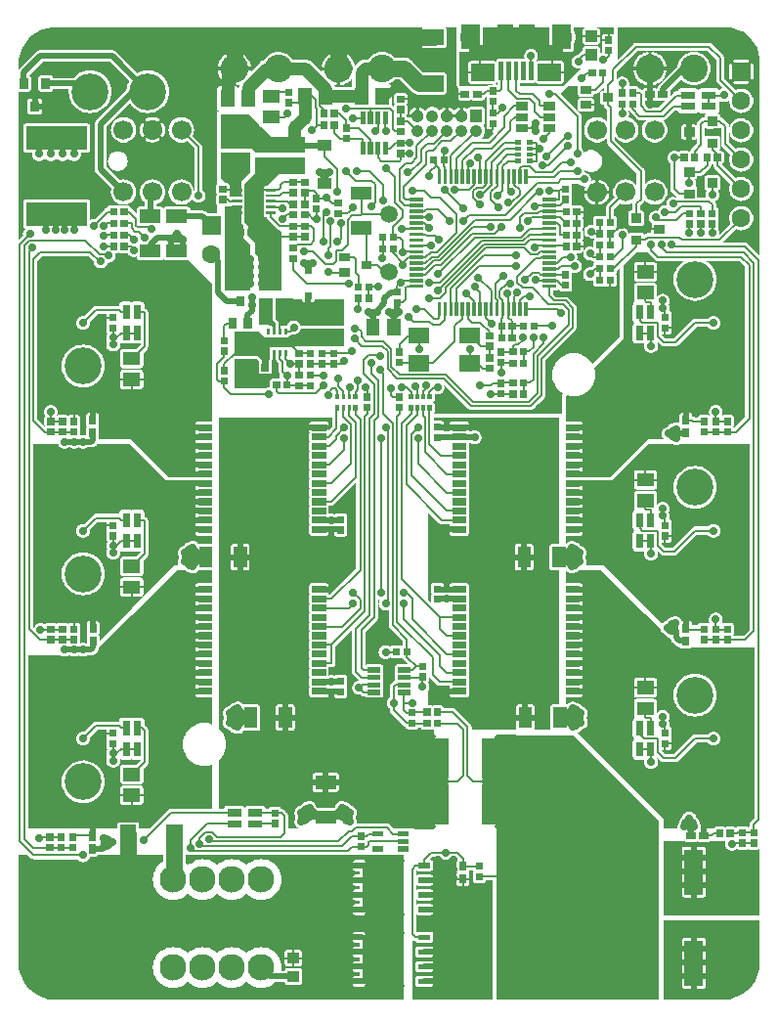
<source format=gbr>
G04 start of page 2 for group 0 idx 0 *
G04 Title: (unknown), top *
G04 Creator: pcb 1.99z *
G04 CreationDate: Tue 02 Sep 2014 22:15:35 GMT UTC *
G04 For: rbarlow *
G04 Format: Gerber/RS-274X *
G04 PCB-Dimensions (mm): 85.00 105.00 *
G04 PCB-Coordinate-Origin: lower left *
%MOMM*%
%FSLAX43Y43*%
%LNTOP*%
%ADD59C,0.900*%
%ADD58C,1.450*%
%ADD57C,1.000*%
%ADD56C,0.800*%
%ADD55C,0.650*%
%ADD54C,0.300*%
%ADD53R,1.600X1.600*%
%ADD52R,1.500X1.500*%
%ADD51R,3.530X3.530*%
%ADD50R,2.700X2.700*%
%ADD49R,0.850X0.850*%
%ADD48R,5.200X5.200*%
%ADD47R,0.900X0.900*%
%ADD46R,1.300X1.300*%
%ADD45R,0.950X0.950*%
%ADD44R,0.450X0.450*%
%ADD43R,1.350X1.350*%
%ADD42R,1.625X1.625*%
%ADD41R,1.375X1.375*%
%ADD40R,1.460X1.460*%
%ADD39R,1.400X1.400*%
%ADD38R,0.650X0.650*%
%ADD37R,0.600X0.600*%
%ADD36R,0.250X0.250*%
%ADD35R,0.910X0.910*%
%ADD34R,1.650X1.650*%
%ADD33R,1.150X1.150*%
%ADD32R,2.000X2.000*%
%ADD31R,0.800X0.800*%
%ADD30R,0.400X0.400*%
%ADD29R,0.700X0.700*%
%ADD28R,0.300X0.300*%
%ADD27R,0.620X0.620*%
%ADD26C,1.700*%
%ADD25C,2.300*%
%ADD24C,1.500*%
%ADD23C,2.400*%
%ADD22C,1.200*%
%ADD21C,1.600*%
%ADD20C,1.050*%
%ADD19C,3.200*%
%ADD18C,1.100*%
%ADD17C,0.754*%
%ADD16C,1.400*%
%ADD15C,0.700*%
%ADD14C,0.150*%
%ADD13C,0.500*%
%ADD12C,0.200*%
%ADD11C,0.002*%
G54D11*G36*
X39330Y22230D02*X39332Y21741D01*
X39342Y21703D01*
X39357Y21666D01*
X39377Y21633D01*
X39403Y21603D01*
X39433Y21577D01*
X39466Y21557D01*
X39503Y21542D01*
X39541Y21532D01*
X39580Y21530D01*
X39985Y21531D01*
X39986Y21209D01*
X39541Y21208D01*
X39503Y21198D01*
X39466Y21183D01*
X39433Y21163D01*
X39403Y21137D01*
X39377Y21107D01*
X39357Y21074D01*
X39342Y21037D01*
X39332Y20999D01*
X39330Y20960D01*
X39332Y20471D01*
X39342Y20433D01*
X39357Y20396D01*
X39377Y20363D01*
X39403Y20333D01*
X39433Y20307D01*
X39466Y20287D01*
X39503Y20272D01*
X39541Y20262D01*
X39580Y20260D01*
X39986Y20261D01*
X39986Y19939D01*
X39541Y19938D01*
X39503Y19928D01*
X39466Y19913D01*
X39433Y19893D01*
X39403Y19867D01*
X39377Y19837D01*
X39357Y19804D01*
X39342Y19767D01*
X39332Y19729D01*
X39330Y19690D01*
X39332Y19201D01*
X39342Y19163D01*
X39357Y19126D01*
X39377Y19093D01*
X39403Y19063D01*
X39433Y19037D01*
X39466Y19017D01*
X39503Y19002D01*
X39541Y18992D01*
X39580Y18990D01*
X39987Y18991D01*
X39987Y18669D01*
X39541Y18668D01*
X39503Y18658D01*
X39466Y18643D01*
X39433Y18623D01*
X39403Y18597D01*
X39377Y18567D01*
X39357Y18534D01*
X39342Y18497D01*
X39332Y18459D01*
X39330Y18420D01*
X39332Y17931D01*
X39342Y17893D01*
X39357Y17856D01*
X39377Y17823D01*
X39403Y17793D01*
X39433Y17767D01*
X39466Y17747D01*
X39503Y17732D01*
X39541Y17722D01*
X39580Y17720D01*
X40211Y17721D01*
X40235Y17720D01*
X43800Y17722D01*
Y16278D01*
X43765Y16280D01*
X40615Y16278D01*
X40580Y16280D01*
X39541Y16278D01*
X39503Y16268D01*
X39466Y16253D01*
X39433Y16233D01*
X39403Y16207D01*
X39377Y16177D01*
X39357Y16144D01*
X39342Y16107D01*
X39332Y16069D01*
X39330Y16030D01*
X39332Y15541D01*
X39342Y15503D01*
X39357Y15466D01*
X39377Y15433D01*
X39403Y15403D01*
X39433Y15377D01*
X39466Y15357D01*
X39503Y15342D01*
X39541Y15332D01*
X39580Y15330D01*
X39985Y15331D01*
X39986Y15009D01*
X39541Y15008D01*
X39503Y14998D01*
X39466Y14983D01*
X39433Y14963D01*
X39403Y14937D01*
X39377Y14907D01*
X39357Y14874D01*
X39342Y14837D01*
X39332Y14799D01*
X39330Y14760D01*
X39332Y14271D01*
X39342Y14233D01*
X39357Y14196D01*
X39377Y14163D01*
X39403Y14133D01*
X39433Y14107D01*
X39466Y14087D01*
X39503Y14072D01*
X39541Y14062D01*
X39580Y14060D01*
X39986Y14061D01*
X39986Y13739D01*
X39541Y13738D01*
X39503Y13728D01*
X39466Y13713D01*
X39433Y13693D01*
X39403Y13667D01*
X39377Y13637D01*
X39357Y13604D01*
X39342Y13567D01*
X39332Y13529D01*
X39330Y13490D01*
X39332Y13001D01*
X39342Y12963D01*
X39357Y12926D01*
X39377Y12893D01*
X39403Y12863D01*
X39433Y12837D01*
X39466Y12817D01*
X39503Y12802D01*
X39541Y12792D01*
X39580Y12790D01*
X39987Y12791D01*
X39987Y12469D01*
X39541Y12468D01*
X39503Y12458D01*
X39466Y12443D01*
X39433Y12423D01*
X39403Y12397D01*
X39377Y12367D01*
X39357Y12334D01*
X39342Y12297D01*
X39332Y12259D01*
X39330Y12220D01*
X39332Y11731D01*
X39342Y11693D01*
X39357Y11656D01*
X39377Y11623D01*
X39403Y11593D01*
X39433Y11567D01*
X39466Y11547D01*
X39503Y11532D01*
X39541Y11522D01*
X39580Y11520D01*
X40211Y11521D01*
X40235Y11520D01*
X43800Y11522D01*
Y10400D01*
X34200D01*
Y11676D01*
X34739Y11677D01*
X34777Y11687D01*
X34814Y11702D01*
X34847Y11722D01*
X34877Y11748D01*
X34903Y11778D01*
X34923Y11811D01*
X34938Y11848D01*
X34948Y11886D01*
X34950Y11925D01*
X34948Y12914D01*
X34938Y12952D01*
X34923Y12989D01*
X34903Y13022D01*
X34877Y13052D01*
X34847Y13078D01*
X34814Y13098D01*
X34777Y13113D01*
X34739Y13123D01*
X34700Y13125D01*
X34200Y13124D01*
Y13276D01*
X34739Y13277D01*
X34777Y13287D01*
X34814Y13302D01*
X34847Y13322D01*
X34877Y13348D01*
X34903Y13378D01*
X34923Y13411D01*
X34938Y13448D01*
X34948Y13486D01*
X34950Y13525D01*
X34948Y14514D01*
X34938Y14552D01*
X34923Y14589D01*
X34903Y14622D01*
X34877Y14652D01*
X34847Y14678D01*
X34814Y14698D01*
X34777Y14713D01*
X34739Y14723D01*
X34700Y14725D01*
X34200Y14724D01*
Y22900D01*
X43800D01*
Y22478D01*
X43765Y22480D01*
X40615Y22478D01*
X40580Y22480D01*
X39541Y22478D01*
X39503Y22468D01*
X39466Y22453D01*
X39433Y22433D01*
X39403Y22407D01*
X39377Y22377D01*
X39357Y22344D01*
X39342Y22307D01*
X39332Y22269D01*
X39330Y22230D01*
G37*
G36*
X34200Y10400D02*X12900D01*
X12000Y10800D01*
X11200Y11400D01*
X10800Y12000D01*
X10400Y13000D01*
Y22900D01*
X11205D01*
X11443Y22662D01*
X11452Y22652D01*
X11494Y22616D01*
X11494Y22616D01*
X11541Y22587D01*
X11592Y22566D01*
X11632Y22556D01*
X11645Y22553D01*
X11645D01*
X11700Y22549D01*
X11714Y22550D01*
X15511D01*
X15513Y22546D01*
X15574Y22474D01*
X15646Y22413D01*
X15727Y22364D01*
X15814Y22328D01*
X15906Y22306D01*
X16000Y22298D01*
X16094Y22306D01*
X16186Y22328D01*
X16273Y22364D01*
X16354Y22413D01*
X16426Y22474D01*
X16487Y22546D01*
X16536Y22627D01*
X16572Y22714D01*
X16593Y22800D01*
X17139Y22802D01*
X17177Y22812D01*
X17214Y22827D01*
X17247Y22847D01*
X17277Y22873D01*
X17301Y22900D01*
X22950D01*
Y22354D01*
X22755Y22235D01*
X22545Y22055D01*
X22365Y21845D01*
X22221Y21609D01*
X22115Y21354D01*
X22051Y21085D01*
X22029Y20810D01*
X22051Y20535D01*
X22115Y20266D01*
X22221Y20011D01*
X22365Y19775D01*
X22545Y19565D01*
X22755Y19385D01*
X22991Y19241D01*
X23246Y19135D01*
X23515Y19071D01*
X23790Y19049D01*
X24065Y19071D01*
X24334Y19135D01*
X24589Y19241D01*
X24825Y19385D01*
X25035Y19565D01*
X25060Y19594D01*
X25085Y19565D01*
X25295Y19385D01*
X25531Y19241D01*
X25786Y19135D01*
X26055Y19071D01*
X26330Y19049D01*
X26605Y19071D01*
X26874Y19135D01*
X27129Y19241D01*
X27365Y19385D01*
X27575Y19565D01*
X27600Y19594D01*
X27625Y19565D01*
X27835Y19385D01*
X28071Y19241D01*
X28326Y19135D01*
X28595Y19071D01*
X28870Y19049D01*
X29145Y19071D01*
X29414Y19135D01*
X29669Y19241D01*
X29905Y19385D01*
X30115Y19565D01*
X30140Y19594D01*
X30165Y19565D01*
X30375Y19385D01*
X30611Y19241D01*
X30866Y19135D01*
X31135Y19071D01*
X31410Y19049D01*
X31685Y19071D01*
X31954Y19135D01*
X32209Y19241D01*
X32445Y19385D01*
X32655Y19565D01*
X32835Y19775D01*
X32979Y20011D01*
X33085Y20266D01*
X33149Y20535D01*
X33166Y20810D01*
X33149Y21085D01*
X33085Y21354D01*
X32979Y21609D01*
X32835Y21845D01*
X32655Y22055D01*
X32445Y22235D01*
X32209Y22379D01*
X31954Y22485D01*
X31685Y22549D01*
X31410Y22571D01*
X31135Y22549D01*
X30866Y22485D01*
X30611Y22379D01*
X30375Y22235D01*
X30165Y22055D01*
X30140Y22026D01*
X30115Y22055D01*
X29905Y22235D01*
X29669Y22379D01*
X29414Y22485D01*
X29145Y22549D01*
X28870Y22571D01*
X28595Y22549D01*
X28326Y22485D01*
X28071Y22379D01*
X27835Y22235D01*
X27625Y22055D01*
X27600Y22026D01*
X27575Y22055D01*
X27365Y22235D01*
X27129Y22379D01*
X26874Y22485D01*
X26605Y22549D01*
X26330Y22571D01*
X26055Y22549D01*
X25786Y22485D01*
X25531Y22379D01*
X25295Y22235D01*
X25085Y22055D01*
X25060Y22026D01*
X25035Y22055D01*
X24850Y22213D01*
Y22900D01*
X25276D01*
X25300Y22898D01*
X25324Y22900D01*
X34200D01*
Y14724D01*
X33661Y14723D01*
X33623Y14713D01*
X33586Y14698D01*
X33553Y14678D01*
X33523Y14652D01*
X33497Y14622D01*
X33477Y14589D01*
X33462Y14552D01*
X33452Y14514D01*
X33450Y14475D01*
X33452Y13486D01*
X33462Y13448D01*
X33477Y13411D01*
X33497Y13378D01*
X33523Y13348D01*
X33553Y13322D01*
X33586Y13302D01*
X33623Y13287D01*
X33661Y13277D01*
X33700Y13275D01*
X34200Y13276D01*
Y13124D01*
X33661Y13123D01*
X33623Y13113D01*
X33586Y13098D01*
X33553Y13078D01*
X33523Y13052D01*
X33497Y13022D01*
X33477Y12989D01*
X33462Y12952D01*
X33452Y12914D01*
X33451Y12900D01*
X33146D01*
X33149Y12915D01*
X33166Y13190D01*
X33149Y13465D01*
X33085Y13734D01*
X32979Y13989D01*
X32835Y14225D01*
X32655Y14435D01*
X32445Y14615D01*
X32209Y14759D01*
X31954Y14865D01*
X31685Y14929D01*
X31410Y14951D01*
X31135Y14929D01*
X30866Y14865D01*
X30611Y14759D01*
X30375Y14615D01*
X30165Y14435D01*
X30140Y14406D01*
X30115Y14435D01*
X29905Y14615D01*
X29669Y14759D01*
X29414Y14865D01*
X29145Y14929D01*
X28870Y14951D01*
X28595Y14929D01*
X28326Y14865D01*
X28071Y14759D01*
X27835Y14615D01*
X27625Y14435D01*
X27600Y14406D01*
X27575Y14435D01*
X27365Y14615D01*
X27129Y14759D01*
X26874Y14865D01*
X26605Y14929D01*
X26330Y14951D01*
X26055Y14929D01*
X25786Y14865D01*
X25531Y14759D01*
X25295Y14615D01*
X25085Y14435D01*
X25060Y14406D01*
X25035Y14435D01*
X24825Y14615D01*
X24589Y14759D01*
X24334Y14865D01*
X24065Y14929D01*
X23790Y14951D01*
X23515Y14929D01*
X23246Y14865D01*
X22991Y14759D01*
X22755Y14615D01*
X22545Y14435D01*
X22365Y14225D01*
X22221Y13989D01*
X22115Y13734D01*
X22051Y13465D01*
X22029Y13190D01*
X22051Y12915D01*
X22115Y12646D01*
X22221Y12391D01*
X22365Y12155D01*
X22545Y11945D01*
X22755Y11765D01*
X22991Y11621D01*
X23246Y11515D01*
X23515Y11451D01*
X23790Y11429D01*
X24065Y11451D01*
X24334Y11515D01*
X24589Y11621D01*
X24825Y11765D01*
X25035Y11945D01*
X25060Y11974D01*
X25085Y11945D01*
X25295Y11765D01*
X25531Y11621D01*
X25786Y11515D01*
X26055Y11451D01*
X26330Y11429D01*
X26605Y11451D01*
X26874Y11515D01*
X27129Y11621D01*
X27365Y11765D01*
X27575Y11945D01*
X27600Y11974D01*
X27625Y11945D01*
X27835Y11765D01*
X28071Y11621D01*
X28326Y11515D01*
X28595Y11451D01*
X28870Y11429D01*
X29145Y11451D01*
X29414Y11515D01*
X29669Y11621D01*
X29905Y11765D01*
X30115Y11945D01*
X30140Y11974D01*
X30165Y11945D01*
X30375Y11765D01*
X30611Y11621D01*
X30866Y11515D01*
X31135Y11451D01*
X31410Y11429D01*
X31685Y11451D01*
X31954Y11515D01*
X32209Y11621D01*
X32445Y11765D01*
X32603Y11900D01*
X33452D01*
X33452Y11886D01*
X33462Y11848D01*
X33477Y11811D01*
X33497Y11778D01*
X33523Y11748D01*
X33553Y11722D01*
X33586Y11702D01*
X33623Y11687D01*
X33661Y11677D01*
X33700Y11675D01*
X34200Y11676D01*
Y10400D01*
G37*
G36*
X37000Y36552D02*X37072Y36552D01*
X37110Y36562D01*
X37147Y36577D01*
X37180Y36597D01*
X37210Y36623D01*
X37236Y36653D01*
X37256Y36686D01*
X37271Y36723D01*
X37281Y36761D01*
X37283Y36800D01*
X37281Y37341D01*
X37314Y37328D01*
X37406Y37306D01*
X37500Y37298D01*
X37594Y37306D01*
X37686Y37328D01*
X37740Y37350D01*
X37742Y36700D01*
X37752Y36662D01*
X37767Y36625D01*
X37787Y36592D01*
X37813Y36562D01*
X37843Y36536D01*
X37876Y36516D01*
X37913Y36501D01*
X37951Y36491D01*
X37990Y36489D01*
X38649Y36491D01*
X38687Y36501D01*
X38724Y36516D01*
X38757Y36536D01*
X38787Y36562D01*
X38813Y36592D01*
X38833Y36625D01*
X38848Y36662D01*
X38858Y36700D01*
X38860Y36739D01*
X38858Y37400D01*
X38848Y37438D01*
X38833Y37475D01*
X38818Y37500D01*
X38833Y37525D01*
X38848Y37562D01*
X38858Y37600D01*
X38860Y37639D01*
X38858Y38300D01*
X38848Y38338D01*
X38833Y38375D01*
X38813Y38408D01*
X38787Y38438D01*
X38757Y38464D01*
X38724Y38484D01*
X38687Y38499D01*
X38649Y38509D01*
X38610Y38511D01*
X37951Y38509D01*
X37913Y38499D01*
X37876Y38484D01*
X37843Y38464D01*
X37813Y38438D01*
X37798Y38421D01*
X37773Y38436D01*
X37686Y38472D01*
X37594Y38494D01*
X37500Y38502D01*
X37406Y38494D01*
X37314Y38472D01*
X37283Y38459D01*
X37281Y39039D01*
X37271Y39077D01*
X37262Y39100D01*
X37271Y39123D01*
X37278Y39150D01*
X37486D01*
X37500Y39149D01*
X37555Y39153D01*
X37608Y39166D01*
X37659Y39187D01*
X37706Y39216D01*
X37748Y39252D01*
X37784Y39294D01*
X37813Y39341D01*
X37834Y39392D01*
X37847Y39445D01*
X37851Y39500D01*
X37850Y39514D01*
Y40955D01*
X39250Y42355D01*
Y38814D01*
X39249Y38800D01*
X39253Y38745D01*
Y38745D01*
X39256Y38732D01*
X39266Y38692D01*
X39287Y38641D01*
X39316Y38594D01*
X39316Y38594D01*
X39352Y38552D01*
X39362Y38543D01*
X39843Y38062D01*
X39852Y38052D01*
X39894Y38016D01*
X39894Y38016D01*
X39919Y38000D01*
X39900Y38002D01*
X39806Y37994D01*
X39714Y37972D01*
X39627Y37936D01*
X39546Y37887D01*
X39474Y37826D01*
X39413Y37754D01*
X39364Y37673D01*
X39328Y37586D01*
X39306Y37494D01*
X39298Y37400D01*
X39306Y37306D01*
X39328Y37214D01*
X39364Y37127D01*
X39413Y37046D01*
X39474Y36974D01*
X39546Y36913D01*
X39627Y36864D01*
X39714Y36828D01*
X39806Y36806D01*
X39900Y36798D01*
X39994Y36806D01*
X39998Y36807D01*
X40043Y36762D01*
X40052Y36752D01*
X40094Y36716D01*
X40094Y36716D01*
X40141Y36687D01*
X40192Y36666D01*
X40232Y36656D01*
X40245Y36653D01*
X40245D01*
X40300Y36649D01*
X40314Y36650D01*
X40433D01*
X40447Y36628D01*
X40473Y36598D01*
X40503Y36572D01*
X40536Y36552D01*
X40573Y36537D01*
X40611Y36527D01*
X40650Y36525D01*
X41789Y36527D01*
X41827Y36537D01*
X41864Y36552D01*
X41897Y36572D01*
X41927Y36598D01*
X41953Y36628D01*
X41973Y36661D01*
X41988Y36698D01*
X41998Y36736D01*
X42000Y36775D01*
X41998Y37264D01*
X41988Y37302D01*
X41979Y37325D01*
X41988Y37348D01*
X41998Y37386D01*
X42000Y37425D01*
X41998Y37914D01*
X41988Y37952D01*
X41979Y37975D01*
X41988Y37998D01*
X41998Y38036D01*
X42000Y38075D01*
X41998Y38564D01*
X41988Y38602D01*
X41979Y38625D01*
X41988Y38648D01*
X41998Y38686D01*
X42000Y38725D01*
X41998Y39214D01*
X41988Y39252D01*
X41973Y39289D01*
X41953Y39322D01*
X41927Y39352D01*
X41897Y39378D01*
X41864Y39398D01*
X41827Y39413D01*
X41789Y39423D01*
X41750Y39425D01*
X40611Y39423D01*
X40573Y39413D01*
X40536Y39398D01*
X40503Y39378D01*
X40473Y39352D01*
X40450Y39326D01*
Y42255D01*
X41438Y43243D01*
X41448Y43252D01*
X41484Y43294D01*
X41484Y43294D01*
X41513Y43341D01*
X41534Y43392D01*
X41547Y43445D01*
X41551Y43500D01*
X41550Y43514D01*
Y45054D01*
X41614Y45028D01*
X41686Y45010D01*
X41664Y44973D01*
X41628Y44886D01*
X41606Y44794D01*
X41598Y44700D01*
X41606Y44606D01*
X41628Y44514D01*
X41664Y44427D01*
X41713Y44346D01*
X41774Y44274D01*
X41846Y44213D01*
X41927Y44164D01*
X42014Y44128D01*
X42106Y44106D01*
X42200Y44098D01*
X42294Y44106D01*
X42386Y44128D01*
X42450Y44154D01*
Y42814D01*
X42449Y42800D01*
X42453Y42745D01*
Y42745D01*
X42456Y42732D01*
X42466Y42692D01*
X42487Y42641D01*
X42516Y42594D01*
X42516Y42594D01*
X42552Y42552D01*
X42562Y42543D01*
X43700Y41405D01*
Y41058D01*
X43700Y41058D01*
X43662Y41048D01*
X43625Y41033D01*
X43600Y41018D01*
X43575Y41033D01*
X43538Y41048D01*
X43500Y41058D01*
X43461Y41060D01*
X42800Y41058D01*
X42762Y41048D01*
X42725Y41033D01*
X42692Y41013D01*
X42662Y40987D01*
X42636Y40957D01*
X42620Y40931D01*
X42554Y40987D01*
X42473Y41036D01*
X42386Y41072D01*
X42294Y41094D01*
X42200Y41102D01*
X42106Y41094D01*
X42014Y41072D01*
X41927Y41036D01*
X41846Y40987D01*
X41774Y40926D01*
X41713Y40854D01*
X41664Y40773D01*
X41628Y40686D01*
X41606Y40594D01*
X41598Y40500D01*
X41606Y40406D01*
X41628Y40314D01*
X41664Y40227D01*
X41713Y40146D01*
X41774Y40074D01*
X41846Y40013D01*
X41927Y39964D01*
X42014Y39928D01*
X42106Y39906D01*
X42200Y39898D01*
X42294Y39906D01*
X42386Y39928D01*
X42473Y39964D01*
X42554Y40013D01*
X42620Y40069D01*
X42636Y40043D01*
X42662Y40013D01*
X42692Y39987D01*
X42725Y39967D01*
X42762Y39952D01*
X42800Y39942D01*
X42839Y39940D01*
X43500Y39942D01*
X43538Y39952D01*
X43575Y39967D01*
X43600Y39982D01*
X43625Y39967D01*
X43662Y39952D01*
X43700Y39942D01*
X43716Y39941D01*
X43737Y39891D01*
X43766Y39844D01*
X43766Y39844D01*
X43802Y39802D01*
X43812Y39793D01*
X44180Y39425D01*
X43211Y39423D01*
X43173Y39413D01*
X43136Y39398D01*
X43103Y39378D01*
X43073Y39352D01*
X43047Y39322D01*
X43027Y39289D01*
X43012Y39252D01*
X43002Y39214D01*
X43000Y39175D01*
X43002Y38686D01*
X43012Y38648D01*
X43021Y38625D01*
X43012Y38602D01*
X43002Y38564D01*
X43000Y38525D01*
X43002Y38036D01*
X43011Y37998D01*
X42995Y37997D01*
X42942Y37984D01*
X42891Y37963D01*
X42844Y37934D01*
X42844Y37934D01*
X42802Y37898D01*
X42793Y37888D01*
X42662Y37757D01*
X42652Y37748D01*
X42616Y37706D01*
X42587Y37659D01*
X42566Y37608D01*
X42553Y37555D01*
X42553Y37555D01*
X42549Y37500D01*
X42550Y37486D01*
Y36589D01*
X42546Y36587D01*
X42474Y36526D01*
X42413Y36454D01*
X42364Y36373D01*
X42328Y36286D01*
X42306Y36194D01*
X42298Y36100D01*
X42306Y36006D01*
X42328Y35914D01*
X42364Y35827D01*
X42413Y35746D01*
X42474Y35674D01*
X42546Y35613D01*
X42550Y35611D01*
Y35514D01*
X42549Y35500D01*
X42553Y35445D01*
Y35445D01*
X42556Y35432D01*
X42566Y35392D01*
X42587Y35341D01*
X42616Y35294D01*
X42616Y35294D01*
X42652Y35252D01*
X42662Y35243D01*
X43793Y34112D01*
X43802Y34102D01*
X43844Y34066D01*
X43844Y34066D01*
X43891Y34037D01*
X43942Y34016D01*
X43942Y34016D01*
X43942Y34000D01*
X43952Y33962D01*
X43967Y33925D01*
X43987Y33892D01*
X44013Y33862D01*
X44043Y33836D01*
X44076Y33816D01*
X44113Y33801D01*
X44151Y33791D01*
X44190Y33789D01*
X44849Y33791D01*
X44887Y33801D01*
X44924Y33816D01*
X44957Y33836D01*
X44987Y33862D01*
X45013Y33892D01*
X45033Y33925D01*
X45044Y33950D01*
X45242D01*
X45251Y33913D01*
X45266Y33876D01*
X45286Y33843D01*
X45312Y33813D01*
X45342Y33787D01*
X45375Y33767D01*
X45412Y33752D01*
X45450Y33742D01*
X45489Y33740D01*
X46150Y33742D01*
X46188Y33752D01*
X46225Y33767D01*
X46250Y33782D01*
X46275Y33767D01*
X46312Y33752D01*
X46350Y33742D01*
X46389Y33740D01*
X46400Y33740D01*
Y33274D01*
X44886Y33273D01*
X44848Y33263D01*
X44811Y33248D01*
X44778Y33228D01*
X44748Y33202D01*
X44722Y33172D01*
X44702Y33139D01*
X44687Y33102D01*
X44677Y33064D01*
X44675Y33025D01*
X44677Y29536D01*
X44687Y29498D01*
X44702Y29461D01*
X44722Y29428D01*
X44748Y29398D01*
X44778Y29372D01*
X44811Y29352D01*
X44848Y29337D01*
X44886Y29327D01*
X44925Y29325D01*
X46400Y29326D01*
Y29274D01*
X44886Y29273D01*
X44848Y29263D01*
X44811Y29248D01*
X44778Y29228D01*
X44748Y29202D01*
X44722Y29172D01*
X44702Y29139D01*
X44687Y29102D01*
X44677Y29064D01*
X44675Y29025D01*
X44677Y25536D01*
X44687Y25498D01*
X44702Y25461D01*
X44722Y25428D01*
X44748Y25398D01*
X44778Y25372D01*
X44811Y25352D01*
X44848Y25337D01*
X44886Y25327D01*
X44925Y25325D01*
X46400Y25326D01*
Y25200D01*
X44285D01*
X44252Y25213D01*
X44214Y25223D01*
X44175Y25225D01*
X43186Y25223D01*
X43148Y25213D01*
X43115Y25200D01*
X42895D01*
X42557Y25538D01*
X42548Y25548D01*
X42506Y25584D01*
X42506Y25584D01*
X42459Y25613D01*
X42408Y25634D01*
X42355Y25647D01*
X42300Y25651D01*
X42286Y25650D01*
X39681D01*
X39694Y25706D01*
X39700Y25800D01*
X39694Y25894D01*
X39672Y25986D01*
X39636Y26073D01*
X39600Y26132D01*
Y26268D01*
X39636Y26327D01*
X39672Y26414D01*
X39694Y26506D01*
X39700Y26600D01*
X39694Y26694D01*
X39672Y26786D01*
X39636Y26873D01*
X39587Y26954D01*
X39526Y27026D01*
X39454Y27087D01*
X39373Y27136D01*
X39286Y27172D01*
X39219Y27189D01*
X39067Y27340D01*
X39055Y27355D01*
X38995Y27406D01*
X38928Y27447D01*
X38855Y27477D01*
X38778Y27495D01*
X38778Y27495D01*
X38734Y27499D01*
X38673Y27536D01*
X38586Y27572D01*
X38494Y27594D01*
X38400Y27602D01*
X38306Y27594D01*
X38214Y27572D01*
X38127Y27536D01*
X38046Y27487D01*
X37974Y27426D01*
X37913Y27354D01*
X37864Y27273D01*
X37828Y27186D01*
X37811Y27119D01*
X37718Y27025D01*
X37000Y27024D01*
Y28376D01*
X37939Y28377D01*
X37977Y28387D01*
X38014Y28402D01*
X38047Y28422D01*
X38077Y28448D01*
X38103Y28478D01*
X38123Y28511D01*
X38138Y28548D01*
X38148Y28586D01*
X38150Y28625D01*
X38148Y29814D01*
X38138Y29852D01*
X38123Y29889D01*
X38103Y29922D01*
X38077Y29952D01*
X38047Y29978D01*
X38014Y29998D01*
X37977Y30013D01*
X37939Y30023D01*
X37900Y30025D01*
X37000Y30024D01*
Y36552D01*
G37*
G36*
Y50552D02*X37072Y50552D01*
X37110Y50562D01*
X37147Y50577D01*
X37180Y50597D01*
X37210Y50623D01*
X37236Y50653D01*
X37256Y50686D01*
X37271Y50723D01*
X37281Y50761D01*
X37283Y50800D01*
X37281Y51341D01*
X37314Y51328D01*
X37406Y51306D01*
X37500Y51298D01*
X37594Y51306D01*
X37686Y51328D01*
X37740Y51350D01*
X37742Y50700D01*
X37752Y50662D01*
X37767Y50625D01*
X37787Y50592D01*
X37813Y50562D01*
X37843Y50536D01*
X37876Y50516D01*
X37913Y50501D01*
X37951Y50491D01*
X37990Y50489D01*
X38649Y50491D01*
X38687Y50501D01*
X38724Y50516D01*
X38757Y50536D01*
X38787Y50562D01*
X38813Y50592D01*
X38833Y50625D01*
X38848Y50662D01*
X38858Y50700D01*
X38860Y50739D01*
X38858Y51400D01*
X38848Y51438D01*
X38833Y51475D01*
X38818Y51500D01*
X38833Y51525D01*
X38848Y51562D01*
X38858Y51600D01*
X38860Y51639D01*
X38858Y52300D01*
X38848Y52338D01*
X38833Y52375D01*
X38813Y52408D01*
X38787Y52438D01*
X38757Y52464D01*
X38724Y52484D01*
X38687Y52499D01*
X38649Y52509D01*
X38610Y52511D01*
X37951Y52509D01*
X37913Y52499D01*
X37876Y52484D01*
X37843Y52464D01*
X37813Y52438D01*
X37798Y52421D01*
X37773Y52436D01*
X37686Y52472D01*
X37594Y52494D01*
X37500Y52502D01*
X37406Y52494D01*
X37314Y52472D01*
X37283Y52459D01*
X37281Y53039D01*
X37271Y53077D01*
X37262Y53100D01*
X37271Y53123D01*
X37278Y53150D01*
X37486D01*
X37500Y53149D01*
X37555Y53153D01*
X37608Y53166D01*
X37659Y53187D01*
X37706Y53216D01*
X37748Y53252D01*
X37757Y53262D01*
X39650Y55155D01*
Y47745D01*
X37355Y45450D01*
X37278D01*
X37271Y45477D01*
X37262Y45500D01*
X37271Y45523D01*
X37281Y45561D01*
X37283Y45600D01*
X37281Y46239D01*
X37271Y46277D01*
X37256Y46314D01*
X37236Y46347D01*
X37210Y46377D01*
X37180Y46403D01*
X37147Y46423D01*
X37110Y46438D01*
X37072Y46448D01*
X37033Y46450D01*
X37000Y46450D01*
Y50552D01*
G37*
G36*
Y60800D02*X37600D01*
Y59995D01*
X37283Y59678D01*
X37281Y60239D01*
X37271Y60277D01*
X37256Y60314D01*
X37236Y60347D01*
X37210Y60377D01*
X37180Y60403D01*
X37147Y60423D01*
X37110Y60438D01*
X37072Y60448D01*
X37033Y60450D01*
X37000Y60450D01*
Y60800D01*
G37*
G36*
X34876Y25200D02*X33750D01*
Y26286D01*
X33751Y26300D01*
X33747Y26355D01*
X33734Y26408D01*
X33713Y26459D01*
X33684Y26506D01*
X33684Y26506D01*
X33648Y26548D01*
X33638Y26557D01*
X33500Y26695D01*
Y33651D01*
X34114Y33652D01*
X34152Y33662D01*
X34189Y33677D01*
X34222Y33697D01*
X34252Y33723D01*
X34278Y33753D01*
X34298Y33786D01*
X34313Y33823D01*
X34323Y33861D01*
X34325Y33900D01*
X34323Y35739D01*
X34313Y35777D01*
X34298Y35814D01*
X34278Y35847D01*
X34252Y35877D01*
X34222Y35903D01*
X34189Y35923D01*
X34152Y35938D01*
X34114Y35948D01*
X34075Y35950D01*
X33500Y35949D01*
Y37501D01*
X34139Y37502D01*
X34177Y37512D01*
X34214Y37527D01*
X34247Y37547D01*
X34277Y37573D01*
X34303Y37603D01*
X34323Y37636D01*
X34338Y37673D01*
X34348Y37711D01*
X34350Y37750D01*
X34349Y40486D01*
X34350Y40500D01*
X34349Y41520D01*
X34348Y43222D01*
X34350Y43250D01*
X34348Y45289D01*
X34338Y45327D01*
X34323Y45364D01*
X34303Y45397D01*
X34277Y45427D01*
X34247Y45453D01*
X34214Y45473D01*
X34177Y45488D01*
X34139Y45498D01*
X34100Y45500D01*
X33500Y45500D01*
Y51501D01*
X34139Y51502D01*
X34177Y51512D01*
X34214Y51527D01*
X34247Y51547D01*
X34277Y51573D01*
X34303Y51603D01*
X34323Y51636D01*
X34338Y51673D01*
X34348Y51711D01*
X34350Y51750D01*
X34349Y54486D01*
X34350Y54500D01*
X34349Y55520D01*
X34348Y57222D01*
X34350Y57250D01*
X34348Y59289D01*
X34338Y59327D01*
X34323Y59364D01*
X34303Y59397D01*
X34277Y59427D01*
X34247Y59453D01*
X34214Y59473D01*
X34177Y59488D01*
X34139Y59498D01*
X34100Y59500D01*
X33500Y59500D01*
Y60800D01*
X37000D01*
Y60450D01*
X35794Y60448D01*
X35756Y60438D01*
X35719Y60423D01*
X35686Y60403D01*
X35656Y60377D01*
X35630Y60347D01*
X35610Y60314D01*
X35595Y60277D01*
X35585Y60239D01*
X35583Y60200D01*
X35585Y59561D01*
X35595Y59523D01*
X35604Y59500D01*
X35595Y59477D01*
X35585Y59439D01*
X35583Y59400D01*
X35585Y58761D01*
X35595Y58723D01*
X35604Y58700D01*
X35595Y58677D01*
X35585Y58639D01*
X35583Y58600D01*
X35585Y57961D01*
X35595Y57923D01*
X35604Y57900D01*
X35595Y57877D01*
X35585Y57839D01*
X35583Y57800D01*
X35585Y57161D01*
X35595Y57123D01*
X35604Y57100D01*
X35595Y57077D01*
X35585Y57039D01*
X35583Y57000D01*
X35585Y56361D01*
X35595Y56323D01*
X35604Y56300D01*
X35595Y56277D01*
X35585Y56239D01*
X35583Y56200D01*
X35585Y55561D01*
X35595Y55523D01*
X35604Y55500D01*
X35595Y55477D01*
X35585Y55439D01*
X35583Y55400D01*
X35585Y54761D01*
X35595Y54723D01*
X35604Y54700D01*
X35595Y54677D01*
X35585Y54639D01*
X35583Y54600D01*
X35585Y53961D01*
X35595Y53923D01*
X35604Y53900D01*
X35595Y53877D01*
X35585Y53839D01*
X35583Y53800D01*
X35585Y53161D01*
X35595Y53123D01*
X35604Y53100D01*
X35595Y53077D01*
X35585Y53039D01*
X35583Y53000D01*
X35585Y52361D01*
X35595Y52323D01*
X35604Y52300D01*
X35595Y52277D01*
X35585Y52239D01*
X35583Y52200D01*
X35585Y51561D01*
X35595Y51523D01*
X35604Y51500D01*
X35595Y51477D01*
X35585Y51439D01*
X35583Y51400D01*
X35585Y50761D01*
X35595Y50723D01*
X35610Y50686D01*
X35630Y50653D01*
X35656Y50623D01*
X35686Y50597D01*
X35719Y50577D01*
X35756Y50562D01*
X35794Y50552D01*
X35833Y50550D01*
X37000Y50552D01*
Y46450D01*
X35794Y46448D01*
X35756Y46438D01*
X35719Y46423D01*
X35686Y46403D01*
X35656Y46377D01*
X35630Y46347D01*
X35610Y46314D01*
X35595Y46277D01*
X35585Y46239D01*
X35583Y46200D01*
X35585Y45561D01*
X35595Y45523D01*
X35604Y45500D01*
X35595Y45477D01*
X35585Y45439D01*
X35583Y45400D01*
X35585Y44761D01*
X35595Y44723D01*
X35604Y44700D01*
X35595Y44677D01*
X35585Y44639D01*
X35583Y44600D01*
X35585Y43961D01*
X35595Y43923D01*
X35604Y43900D01*
X35595Y43877D01*
X35585Y43839D01*
X35583Y43800D01*
X35585Y43161D01*
X35595Y43123D01*
X35604Y43100D01*
X35595Y43077D01*
X35585Y43039D01*
X35583Y43000D01*
X35585Y42361D01*
X35595Y42323D01*
X35604Y42300D01*
X35595Y42277D01*
X35585Y42239D01*
X35583Y42200D01*
X35585Y41561D01*
X35595Y41523D01*
X35604Y41500D01*
X35595Y41477D01*
X35585Y41439D01*
X35583Y41400D01*
X35585Y40761D01*
X35595Y40723D01*
X35604Y40700D01*
X35595Y40677D01*
X35585Y40639D01*
X35583Y40600D01*
X35585Y39961D01*
X35595Y39923D01*
X35604Y39900D01*
X35595Y39877D01*
X35585Y39839D01*
X35583Y39800D01*
X35585Y39161D01*
X35595Y39123D01*
X35604Y39100D01*
X35595Y39077D01*
X35585Y39039D01*
X35583Y39000D01*
X35585Y38361D01*
X35595Y38323D01*
X35604Y38300D01*
X35595Y38277D01*
X35585Y38239D01*
X35583Y38200D01*
X35585Y37561D01*
X35595Y37523D01*
X35604Y37500D01*
X35595Y37477D01*
X35585Y37439D01*
X35583Y37400D01*
X35585Y36761D01*
X35595Y36723D01*
X35610Y36686D01*
X35630Y36653D01*
X35656Y36623D01*
X35686Y36597D01*
X35719Y36577D01*
X35756Y36562D01*
X35794Y36552D01*
X35833Y36550D01*
X37000Y36552D01*
Y30024D01*
X36061Y30023D01*
X36023Y30013D01*
X35986Y29998D01*
X35953Y29978D01*
X35923Y29952D01*
X35897Y29922D01*
X35877Y29889D01*
X35862Y29852D01*
X35852Y29814D01*
X35850Y29775D01*
X35852Y28586D01*
X35862Y28548D01*
X35877Y28511D01*
X35897Y28478D01*
X35923Y28448D01*
X35953Y28422D01*
X35986Y28402D01*
X36023Y28387D01*
X36061Y28377D01*
X36100Y28375D01*
X37000Y28376D01*
Y27024D01*
X36284Y27023D01*
X36189Y27119D01*
X36172Y27186D01*
X36136Y27273D01*
X36087Y27354D01*
X36026Y27426D01*
X35954Y27487D01*
X35873Y27536D01*
X35786Y27572D01*
X35694Y27594D01*
X35600Y27602D01*
X35506Y27594D01*
X35414Y27572D01*
X35327Y27536D01*
X35266Y27499D01*
X35222Y27495D01*
X35145Y27477D01*
X35072Y27447D01*
X35005Y27406D01*
X35005Y27406D01*
X34945Y27355D01*
X34933Y27340D01*
X34781Y27189D01*
X34714Y27172D01*
X34627Y27136D01*
X34546Y27087D01*
X34474Y27026D01*
X34413Y26954D01*
X34364Y26873D01*
X34328Y26786D01*
X34306Y26694D01*
X34298Y26600D01*
X34306Y26506D01*
X34328Y26414D01*
X34364Y26327D01*
X34400Y26268D01*
Y26132D01*
X34364Y26073D01*
X34328Y25986D01*
X34306Y25894D01*
X34298Y25800D01*
X34306Y25706D01*
X34328Y25614D01*
X34364Y25527D01*
X34413Y25446D01*
X34474Y25374D01*
X34546Y25313D01*
X34627Y25264D01*
X34714Y25228D01*
X34806Y25206D01*
X34876Y25200D01*
G37*
G36*
X33500Y59500D02*X32164Y59499D01*
X32150Y59500D01*
X31500Y59499D01*
Y60800D01*
X33500D01*
Y59500D01*
G37*
G36*
Y45500D02*X32164Y45499D01*
X32150Y45500D01*
X31500Y45499D01*
Y51501D01*
X31520Y51501D01*
X32771Y51502D01*
X32800Y51500D01*
X33500Y51501D01*
Y45500D01*
G37*
G36*
Y26695D02*X33407Y26788D01*
X33398Y26798D01*
X33356Y26834D01*
X33309Y26863D01*
X33258Y26884D01*
X33205Y26897D01*
X33205Y26897D01*
X33158Y26900D01*
X33148Y26938D01*
X33133Y26975D01*
X33113Y27008D01*
X33087Y27038D01*
X33057Y27064D01*
X33024Y27084D01*
X32987Y27099D01*
X32949Y27109D01*
X32910Y27111D01*
X32251Y27109D01*
X32213Y27099D01*
X32176Y27084D01*
X32143Y27064D01*
X32113Y27038D01*
X32087Y27008D01*
X32067Y26975D01*
X32052Y26938D01*
X32048Y26925D01*
X31822D01*
X31822Y26926D01*
X31810Y26976D01*
X31790Y27023D01*
X31764Y27067D01*
X31731Y27106D01*
X31692Y27139D01*
X31648Y27165D01*
X31601Y27185D01*
X31551Y27197D01*
X31500Y27200D01*
Y37501D01*
X31520Y37501D01*
X32771Y37502D01*
X32800Y37500D01*
X33500Y37501D01*
Y35949D01*
X32886Y35948D01*
X32848Y35938D01*
X32811Y35923D01*
X32778Y35903D01*
X32748Y35877D01*
X32722Y35847D01*
X32702Y35814D01*
X32687Y35777D01*
X32677Y35739D01*
X32675Y35700D01*
X32677Y33861D01*
X32687Y33823D01*
X32702Y33786D01*
X32722Y33753D01*
X32748Y33723D01*
X32778Y33697D01*
X32811Y33677D01*
X32848Y33662D01*
X32886Y33652D01*
X32925Y33650D01*
X33500Y33651D01*
Y26695D01*
G37*
G36*
X29600Y51500D02*X30836Y51501D01*
X30850Y51500D01*
X31500Y51501D01*
Y45499D01*
X31480Y45499D01*
X30229Y45498D01*
X30200Y45500D01*
X29600Y45499D01*
Y47551D01*
X30214Y47552D01*
X30252Y47562D01*
X30289Y47577D01*
X30322Y47597D01*
X30352Y47623D01*
X30378Y47653D01*
X30398Y47686D01*
X30413Y47723D01*
X30423Y47761D01*
X30425Y47800D01*
X30423Y49639D01*
X30413Y49677D01*
X30398Y49714D01*
X30378Y49747D01*
X30352Y49777D01*
X30322Y49803D01*
X30289Y49823D01*
X30252Y49838D01*
X30214Y49848D01*
X30175Y49850D01*
X29600Y49849D01*
Y51500D01*
G37*
G36*
Y60800D02*X31500D01*
Y59499D01*
X31480Y59499D01*
X30229Y59498D01*
X30200Y59500D01*
X29600Y59499D01*
Y60800D01*
G37*
G36*
X31500Y27200D02*X30249Y27197D01*
X30199Y27185D01*
X30152Y27165D01*
X30108Y27139D01*
X30069Y27106D01*
X30036Y27067D01*
X30010Y27023D01*
X30000Y27000D01*
X29990Y27023D01*
X29964Y27067D01*
X29931Y27106D01*
X29892Y27139D01*
X29848Y27165D01*
X29801Y27185D01*
X29751Y27197D01*
X29700Y27200D01*
X29600Y27200D01*
Y33433D01*
X29673Y33464D01*
X29754Y33513D01*
X29826Y33574D01*
X29887Y33646D01*
X29890Y33652D01*
X29925Y33650D01*
X31114Y33652D01*
X31152Y33662D01*
X31189Y33677D01*
X31222Y33697D01*
X31252Y33723D01*
X31278Y33753D01*
X31298Y33786D01*
X31313Y33823D01*
X31323Y33861D01*
X31325Y33900D01*
X31323Y35739D01*
X31313Y35777D01*
X31298Y35814D01*
X31278Y35847D01*
X31252Y35877D01*
X31222Y35903D01*
X31189Y35923D01*
X31152Y35938D01*
X31114Y35948D01*
X31075Y35950D01*
X29891Y35948D01*
X29887Y35954D01*
X29826Y36026D01*
X29754Y36087D01*
X29673Y36136D01*
X29600Y36167D01*
Y37500D01*
X30836Y37501D01*
X30850Y37500D01*
X31500Y37501D01*
Y27200D01*
G37*
G36*
X29600Y27200D02*X28449Y27197D01*
X28399Y27185D01*
X28352Y27165D01*
X28308Y27139D01*
X28269Y27106D01*
X28236Y27067D01*
X28210Y27023D01*
X28190Y26976D01*
X28178Y26926D01*
X28178Y26925D01*
X27800D01*
Y31177D01*
X27812Y31188D01*
X28001Y31409D01*
X28153Y31658D01*
X28265Y31927D01*
X28333Y32210D01*
X28350Y32500D01*
X28333Y32790D01*
X28265Y33073D01*
X28153Y33342D01*
X28001Y33591D01*
X27812Y33812D01*
X27800Y33823D01*
Y60800D01*
X29600D01*
Y59499D01*
X28861Y59498D01*
X28823Y59488D01*
X28786Y59473D01*
X28753Y59453D01*
X28723Y59427D01*
X28697Y59397D01*
X28677Y59364D01*
X28662Y59327D01*
X28652Y59289D01*
X28650Y59250D01*
X28651Y56514D01*
X28650Y56500D01*
X28651Y55481D01*
X28652Y53778D01*
X28650Y53750D01*
X28652Y51711D01*
X28662Y51673D01*
X28677Y51636D01*
X28697Y51603D01*
X28723Y51573D01*
X28753Y51547D01*
X28786Y51527D01*
X28823Y51512D01*
X28861Y51502D01*
X28900Y51500D01*
X29600Y51500D01*
Y49849D01*
X28986Y49848D01*
X28948Y49838D01*
X28911Y49823D01*
X28878Y49803D01*
X28848Y49777D01*
X28822Y49747D01*
X28802Y49714D01*
X28787Y49677D01*
X28777Y49639D01*
X28775Y49600D01*
X28777Y47761D01*
X28787Y47723D01*
X28802Y47686D01*
X28822Y47653D01*
X28848Y47623D01*
X28878Y47597D01*
X28911Y47577D01*
X28948Y47562D01*
X28986Y47552D01*
X29025Y47550D01*
X29600Y47551D01*
Y45499D01*
X28861Y45498D01*
X28823Y45488D01*
X28786Y45473D01*
X28753Y45453D01*
X28723Y45427D01*
X28697Y45397D01*
X28677Y45364D01*
X28662Y45327D01*
X28652Y45289D01*
X28650Y45250D01*
X28651Y42514D01*
X28650Y42500D01*
X28651Y41480D01*
X28652Y39778D01*
X28650Y39750D01*
X28652Y37711D01*
X28662Y37673D01*
X28677Y37636D01*
X28697Y37603D01*
X28723Y37573D01*
X28753Y37547D01*
X28786Y37527D01*
X28823Y37512D01*
X28861Y37502D01*
X28900Y37500D01*
X29600Y37500D01*
Y36167D01*
X29586Y36172D01*
X29494Y36194D01*
X29400Y36202D01*
X29306Y36194D01*
X29214Y36172D01*
X29127Y36136D01*
X29066Y36099D01*
X29022Y36095D01*
X28945Y36077D01*
X28872Y36047D01*
X28805Y36006D01*
X28805Y36006D01*
X28745Y35955D01*
X28733Y35940D01*
X28710Y35917D01*
X28695Y35905D01*
X28683Y35890D01*
X28581Y35789D01*
X28514Y35772D01*
X28427Y35736D01*
X28346Y35687D01*
X28274Y35626D01*
X28213Y35554D01*
X28164Y35473D01*
X28128Y35386D01*
X28106Y35294D01*
X28098Y35200D01*
X28106Y35106D01*
X28128Y35014D01*
X28164Y34927D01*
X28200Y34868D01*
Y34732D01*
X28164Y34673D01*
X28128Y34586D01*
X28106Y34494D01*
X28098Y34400D01*
X28106Y34306D01*
X28128Y34214D01*
X28164Y34127D01*
X28213Y34046D01*
X28274Y33974D01*
X28346Y33913D01*
X28427Y33864D01*
X28514Y33828D01*
X28581Y33811D01*
X28683Y33710D01*
X28695Y33695D01*
X28710Y33683D01*
X28733Y33660D01*
X28745Y33645D01*
X28805Y33594D01*
X28805Y33594D01*
X28872Y33553D01*
X28924Y33532D01*
X28945Y33523D01*
X28960Y33519D01*
X29022Y33505D01*
X29066Y33501D01*
X29127Y33464D01*
X29214Y33428D01*
X29306Y33406D01*
X29400Y33398D01*
X29494Y33406D01*
X29586Y33428D01*
X29600Y33433D01*
Y27200D01*
G37*
G36*
X20200Y31226D02*X20227Y31209D01*
X20274Y31190D01*
X20324Y31178D01*
X20375Y31175D01*
X20950Y31177D01*
Y31145D01*
X20555Y30750D01*
X20200Y30749D01*
Y31226D01*
G37*
G36*
X27200Y47552D02*Y46448D01*
X27167Y46450D01*
X25928Y46448D01*
X25890Y46438D01*
X25853Y46423D01*
X25820Y46403D01*
X25790Y46377D01*
X25764Y46347D01*
X25744Y46314D01*
X25729Y46277D01*
X25719Y46239D01*
X25717Y46200D01*
X25719Y45561D01*
X25729Y45523D01*
X25738Y45500D01*
X25729Y45477D01*
X25719Y45439D01*
X25717Y45400D01*
X25719Y44761D01*
X25729Y44723D01*
X25738Y44700D01*
X25729Y44677D01*
X25719Y44639D01*
X25717Y44600D01*
X25719Y43961D01*
X25729Y43923D01*
X25738Y43900D01*
X25729Y43877D01*
X25719Y43839D01*
X25717Y43800D01*
X25719Y43161D01*
X25729Y43123D01*
X25738Y43100D01*
X25729Y43077D01*
X25719Y43039D01*
X25717Y43000D01*
X25719Y42361D01*
X25729Y42323D01*
X25738Y42300D01*
X25729Y42277D01*
X25719Y42239D01*
X25717Y42200D01*
X25719Y41561D01*
X25729Y41523D01*
X25738Y41500D01*
X25729Y41477D01*
X25719Y41439D01*
X25717Y41400D01*
X25719Y40761D01*
X25729Y40723D01*
X25738Y40700D01*
X25729Y40677D01*
X25719Y40639D01*
X25717Y40600D01*
X25719Y39961D01*
X25729Y39923D01*
X25738Y39900D01*
X25729Y39877D01*
X25719Y39839D01*
X25717Y39800D01*
X25719Y39161D01*
X25729Y39123D01*
X25738Y39100D01*
X25729Y39077D01*
X25719Y39039D01*
X25717Y39000D01*
X25719Y38361D01*
X25729Y38323D01*
X25738Y38300D01*
X25729Y38277D01*
X25719Y38239D01*
X25717Y38200D01*
X25719Y37561D01*
X25729Y37523D01*
X25738Y37500D01*
X25729Y37477D01*
X25719Y37439D01*
X25717Y37400D01*
X25719Y36761D01*
X25729Y36723D01*
X25744Y36686D01*
X25764Y36653D01*
X25790Y36623D01*
X25820Y36597D01*
X25853Y36577D01*
X25890Y36562D01*
X25928Y36552D01*
X25967Y36550D01*
X27200Y36552D01*
Y34212D01*
X27073Y34265D01*
X26790Y34333D01*
X26500Y34356D01*
X26210Y34333D01*
X25927Y34265D01*
X25658Y34153D01*
X25409Y34001D01*
X25188Y33812D01*
X24999Y33591D01*
X24847Y33342D01*
X24735Y33073D01*
X24667Y32790D01*
X24644Y32500D01*
X24667Y32210D01*
X24735Y31927D01*
X24847Y31658D01*
X24999Y31409D01*
X25188Y31188D01*
X25409Y30999D01*
X25658Y30847D01*
X25927Y30735D01*
X26210Y30667D01*
X26500Y30644D01*
X26790Y30667D01*
X27073Y30735D01*
X27200Y30788D01*
Y26925D01*
X23589D01*
X23575Y26926D01*
X23520Y26922D01*
X23467Y26909D01*
X23416Y26888D01*
X23369Y26859D01*
X23369Y26859D01*
X23327Y26823D01*
X23318Y26813D01*
X21705Y25200D01*
X20848D01*
X20848Y25559D01*
X20838Y25597D01*
X20823Y25634D01*
X20803Y25667D01*
X20777Y25697D01*
X20747Y25723D01*
X20714Y25743D01*
X20677Y25758D01*
X20639Y25768D01*
X20600Y25770D01*
X20200Y25769D01*
Y27251D01*
X20968Y27252D01*
X21010Y27262D01*
X21050Y27279D01*
X21087Y27302D01*
X21120Y27330D01*
X21148Y27363D01*
X21171Y27400D01*
X21188Y27440D01*
X21198Y27482D01*
X21200Y27525D01*
X21198Y28718D01*
X21188Y28760D01*
X21171Y28800D01*
X21148Y28837D01*
X21120Y28870D01*
X21087Y28898D01*
X21050Y28921D01*
X21010Y28938D01*
X20968Y28948D01*
X20925Y28950D01*
X20200Y28949D01*
Y29051D01*
X20968Y29052D01*
X21010Y29062D01*
X21050Y29079D01*
X21087Y29102D01*
X21120Y29130D01*
X21148Y29163D01*
X21171Y29200D01*
X21188Y29240D01*
X21198Y29282D01*
X21200Y29325D01*
X21198Y30403D01*
X21538Y30743D01*
X21548Y30752D01*
X21584Y30794D01*
X21584Y30794D01*
X21613Y30841D01*
X21634Y30892D01*
X21647Y30945D01*
X21651Y31000D01*
X21650Y31014D01*
Y33686D01*
X21651Y33700D01*
X21647Y33755D01*
X21634Y33808D01*
X21613Y33859D01*
X21584Y33906D01*
X21584Y33906D01*
X21548Y33948D01*
X21538Y33957D01*
X21357Y34138D01*
X21348Y34148D01*
X21306Y34184D01*
X21298Y34189D01*
X21297Y34551D01*
X21285Y34601D01*
X21266Y34648D01*
X21239Y34692D01*
X21206Y34731D01*
X21167Y34764D01*
X21123Y34791D01*
X21076Y34810D01*
X21026Y34822D01*
X20975Y34825D01*
X20324Y34822D01*
X20274Y34810D01*
X20227Y34791D01*
X20200Y34774D01*
Y43700D01*
X24100Y47600D01*
X24791D01*
X24795Y47595D01*
X24810Y47583D01*
X24833Y47560D01*
X24845Y47545D01*
X24905Y47494D01*
X24905Y47494D01*
X24972Y47453D01*
X25024Y47432D01*
X25045Y47423D01*
X25060Y47419D01*
X25122Y47405D01*
X25166Y47401D01*
X25227Y47364D01*
X25314Y47328D01*
X25406Y47306D01*
X25500Y47298D01*
X25594Y47306D01*
X25686Y47328D01*
X25773Y47364D01*
X25854Y47413D01*
X25926Y47474D01*
X25987Y47546D01*
X25990Y47552D01*
X26025Y47550D01*
X27200Y47552D01*
G37*
G36*
X15997Y40098D02*X16000Y40098D01*
X16094Y40106D01*
X16186Y40128D01*
X16273Y40164D01*
X16332Y40200D01*
X16680D01*
X16700Y40198D01*
X16778Y40205D01*
X16778Y40205D01*
X16855Y40223D01*
X16928Y40253D01*
X16995Y40294D01*
X17055Y40345D01*
X17067Y40360D01*
X17190Y40483D01*
X17205Y40495D01*
X17256Y40555D01*
X17256Y40555D01*
X17297Y40622D01*
X17327Y40695D01*
X17345Y40772D01*
X17352Y40850D01*
X17351Y40851D01*
X20200Y43700D01*
Y34774D01*
X20173Y34791D01*
X20126Y34810D01*
X20076Y34822D01*
X20025Y34825D01*
X19374Y34822D01*
X19324Y34810D01*
X19277Y34791D01*
X19233Y34764D01*
X19194Y34731D01*
X19161Y34692D01*
X19134Y34648D01*
X19115Y34601D01*
X19103Y34551D01*
X19100Y34500D01*
X19100Y34451D01*
X19086Y34450D01*
X17114D01*
X17100Y34451D01*
X17045Y34447D01*
X16992Y34434D01*
X16941Y34413D01*
X16894Y34384D01*
X16894Y34384D01*
X16852Y34348D01*
X16843Y34338D01*
X16098Y33593D01*
X16094Y33594D01*
X16000Y33602D01*
X15997Y33602D01*
Y40098D01*
G37*
G36*
X20200Y25769D02*X19161Y25768D01*
X19123Y25758D01*
X19086Y25743D01*
X19053Y25723D01*
X19023Y25697D01*
X18997Y25667D01*
X18977Y25634D01*
X18962Y25597D01*
X18952Y25559D01*
X18950Y25520D01*
X18950Y25200D01*
X15997D01*
Y27395D01*
X16000Y27394D01*
X16290Y27417D01*
X16573Y27485D01*
X16842Y27597D01*
X17091Y27749D01*
X17312Y27938D01*
X17501Y28159D01*
X17653Y28408D01*
X17765Y28677D01*
X17833Y28960D01*
X17850Y29250D01*
X17833Y29540D01*
X17765Y29823D01*
X17653Y30092D01*
X17501Y30341D01*
X17312Y30562D01*
X17091Y30751D01*
X16842Y30903D01*
X16573Y31015D01*
X16290Y31083D01*
X16000Y31106D01*
X15997Y31105D01*
Y32398D01*
X16000Y32398D01*
X16094Y32406D01*
X16186Y32428D01*
X16273Y32464D01*
X16354Y32513D01*
X16426Y32574D01*
X16487Y32646D01*
X16536Y32727D01*
X16572Y32814D01*
X16594Y32906D01*
X16600Y33000D01*
X16594Y33094D01*
X16593Y33098D01*
X17245Y33750D01*
X18015D01*
X18017Y33096D01*
X18027Y33054D01*
X18044Y33014D01*
X18052Y33000D01*
X18044Y32986D01*
X18027Y32946D01*
X18017Y32904D01*
X18015Y32861D01*
X18017Y32196D01*
X18027Y32154D01*
X18044Y32114D01*
X18067Y32077D01*
X18095Y32044D01*
X18103Y32037D01*
X18064Y31973D01*
X18028Y31886D01*
X18006Y31794D01*
X17998Y31700D01*
X18006Y31606D01*
X18028Y31514D01*
X18064Y31427D01*
X18080Y31400D01*
X18064Y31373D01*
X18028Y31286D01*
X18006Y31194D01*
X17998Y31100D01*
X18006Y31006D01*
X18028Y30914D01*
X18064Y30827D01*
X18113Y30746D01*
X18174Y30674D01*
X18246Y30613D01*
X18327Y30564D01*
X18414Y30528D01*
X18506Y30506D01*
X18600Y30498D01*
X18694Y30506D01*
X18786Y30528D01*
X18873Y30564D01*
X18954Y30613D01*
X19026Y30674D01*
X19087Y30746D01*
X19136Y30827D01*
X19172Y30914D01*
X19194Y31006D01*
X19200Y31100D01*
X19194Y31194D01*
X19172Y31286D01*
X19165Y31303D01*
X19194Y31269D01*
X19233Y31236D01*
X19277Y31209D01*
X19324Y31190D01*
X19374Y31178D01*
X19425Y31175D01*
X20076Y31178D01*
X20126Y31190D01*
X20173Y31209D01*
X20200Y31226D01*
X20200Y31226D01*
Y30749D01*
X19432Y30748D01*
X19390Y30738D01*
X19350Y30721D01*
X19313Y30698D01*
X19280Y30670D01*
X19252Y30637D01*
X19229Y30600D01*
X19212Y30560D01*
X19202Y30518D01*
X19200Y30475D01*
X19202Y29282D01*
X19212Y29240D01*
X19229Y29200D01*
X19252Y29163D01*
X19280Y29130D01*
X19313Y29102D01*
X19350Y29079D01*
X19390Y29062D01*
X19432Y29052D01*
X19475Y29050D01*
X20200Y29051D01*
Y28949D01*
X19432Y28948D01*
X19390Y28938D01*
X19350Y28921D01*
X19313Y28898D01*
X19280Y28870D01*
X19252Y28837D01*
X19229Y28800D01*
X19212Y28760D01*
X19202Y28718D01*
X19200Y28675D01*
X19202Y27482D01*
X19212Y27440D01*
X19229Y27400D01*
X19252Y27363D01*
X19280Y27330D01*
X19313Y27302D01*
X19350Y27279D01*
X19390Y27262D01*
X19432Y27252D01*
X19475Y27250D01*
X20200Y27251D01*
Y25769D01*
G37*
G36*
X15997Y25200D02*X11250D01*
Y40200D01*
X14068D01*
X14127Y40164D01*
X14214Y40128D01*
X14306Y40106D01*
X14400Y40098D01*
X14494Y40106D01*
X14586Y40128D01*
X14673Y40164D01*
X14732Y40200D01*
X14868D01*
X14927Y40164D01*
X15014Y40128D01*
X15106Y40106D01*
X15200Y40098D01*
X15294Y40106D01*
X15386Y40128D01*
X15473Y40164D01*
X15532Y40200D01*
X15668D01*
X15727Y40164D01*
X15814Y40128D01*
X15906Y40106D01*
X15997Y40098D01*
Y33602D01*
X15906Y33594D01*
X15814Y33572D01*
X15727Y33536D01*
X15646Y33487D01*
X15574Y33426D01*
X15513Y33354D01*
X15464Y33273D01*
X15428Y33186D01*
X15406Y33094D01*
X15398Y33000D01*
X15406Y32906D01*
X15428Y32814D01*
X15464Y32727D01*
X15513Y32646D01*
X15574Y32574D01*
X15646Y32513D01*
X15727Y32464D01*
X15814Y32428D01*
X15906Y32406D01*
X15997Y32398D01*
Y31105D01*
X15710Y31083D01*
X15427Y31015D01*
X15158Y30903D01*
X14909Y30751D01*
X14688Y30562D01*
X14499Y30341D01*
X14347Y30092D01*
X14235Y29823D01*
X14167Y29540D01*
X14144Y29250D01*
X14167Y28960D01*
X14235Y28677D01*
X14347Y28408D01*
X14499Y28159D01*
X14688Y27938D01*
X14909Y27749D01*
X15158Y27597D01*
X15427Y27485D01*
X15710Y27417D01*
X15997Y27395D01*
Y25200D01*
G37*
G36*
X20200Y49226D02*X20227Y49210D01*
X20274Y49190D01*
X20324Y49178D01*
X20375Y49175D01*
X20950Y49178D01*
Y49145D01*
X20554Y48749D01*
X20200Y48749D01*
Y49226D01*
G37*
G36*
Y58300D02*X23150Y55350D01*
X25717D01*
X25719Y54761D01*
X25729Y54723D01*
X25738Y54700D01*
X25729Y54677D01*
X25719Y54639D01*
X25717Y54600D01*
X25719Y53961D01*
X25729Y53923D01*
X25738Y53900D01*
X25729Y53877D01*
X25719Y53839D01*
X25717Y53800D01*
X25719Y53161D01*
X25729Y53123D01*
X25738Y53100D01*
X25729Y53077D01*
X25719Y53039D01*
X25717Y53000D01*
X25719Y52361D01*
X25729Y52323D01*
X25738Y52300D01*
X25729Y52277D01*
X25719Y52239D01*
X25717Y52200D01*
X25719Y51561D01*
X25729Y51523D01*
X25738Y51500D01*
X25729Y51477D01*
X25719Y51439D01*
X25717Y51400D01*
X25719Y50761D01*
X25729Y50723D01*
X25744Y50686D01*
X25764Y50653D01*
X25790Y50623D01*
X25820Y50597D01*
X25853Y50577D01*
X25890Y50562D01*
X25928Y50552D01*
X25967Y50550D01*
X27200Y50552D01*
Y49849D01*
X27175Y49850D01*
X25991Y49848D01*
X25987Y49854D01*
X25926Y49926D01*
X25854Y49987D01*
X25773Y50036D01*
X25686Y50072D01*
X25594Y50094D01*
X25500Y50102D01*
X25406Y50094D01*
X25314Y50072D01*
X25227Y50036D01*
X25166Y49999D01*
X25122Y49995D01*
X25045Y49977D01*
X24972Y49947D01*
X24905Y49906D01*
X24905Y49906D01*
X24845Y49855D01*
X24833Y49840D01*
X24810Y49817D01*
X24795Y49805D01*
X24783Y49790D01*
X24681Y49689D01*
X24614Y49672D01*
X24527Y49636D01*
X24446Y49587D01*
X24374Y49526D01*
X24313Y49454D01*
X24264Y49373D01*
X24228Y49286D01*
X24206Y49194D01*
X24198Y49100D01*
X24206Y49006D01*
X24228Y48914D01*
X24264Y48827D01*
X24300Y48768D01*
Y48632D01*
X24264Y48573D01*
X24228Y48486D01*
X24206Y48394D01*
X24198Y48300D01*
X24206Y48206D01*
X24228Y48114D01*
X24264Y48027D01*
X24280Y48000D01*
X23900D01*
X20200Y44300D01*
Y45251D01*
X20968Y45253D01*
X21010Y45263D01*
X21050Y45279D01*
X21087Y45302D01*
X21120Y45330D01*
X21148Y45363D01*
X21171Y45400D01*
X21187Y45440D01*
X21197Y45482D01*
X21200Y45525D01*
X21197Y46718D01*
X21187Y46760D01*
X21171Y46800D01*
X21148Y46837D01*
X21120Y46870D01*
X21087Y46898D01*
X21050Y46921D01*
X21010Y46937D01*
X20968Y46947D01*
X20925Y46950D01*
X20200Y46949D01*
Y47051D01*
X20968Y47053D01*
X21010Y47063D01*
X21050Y47079D01*
X21087Y47102D01*
X21120Y47130D01*
X21148Y47163D01*
X21171Y47200D01*
X21187Y47240D01*
X21197Y47282D01*
X21200Y47325D01*
X21198Y48403D01*
X21538Y48743D01*
X21548Y48752D01*
X21584Y48794D01*
X21584Y48794D01*
X21613Y48841D01*
X21634Y48892D01*
X21647Y48945D01*
X21651Y49000D01*
X21650Y49014D01*
Y51786D01*
X21651Y51800D01*
X21647Y51855D01*
X21647Y51855D01*
X21634Y51908D01*
X21613Y51959D01*
X21584Y52006D01*
X21548Y52048D01*
X21538Y52057D01*
X21457Y52138D01*
X21448Y52148D01*
X21406Y52184D01*
X21359Y52213D01*
X21308Y52234D01*
X21298Y52236D01*
X21297Y52551D01*
X21285Y52601D01*
X21265Y52648D01*
X21239Y52692D01*
X21206Y52731D01*
X21167Y52764D01*
X21123Y52790D01*
X21076Y52810D01*
X21026Y52822D01*
X20975Y52825D01*
X20324Y52822D01*
X20274Y52810D01*
X20227Y52790D01*
X20200Y52774D01*
Y58300D01*
G37*
G36*
X15997Y50398D02*X16000Y50398D01*
X16094Y50406D01*
X16186Y50428D01*
X16273Y50464D01*
X16354Y50513D01*
X16426Y50574D01*
X16487Y50646D01*
X16536Y50727D01*
X16572Y50814D01*
X16594Y50906D01*
X16600Y51000D01*
X16594Y51094D01*
X16593Y51098D01*
X17245Y51750D01*
X18015D01*
X18018Y51096D01*
X18028Y51054D01*
X18044Y51014D01*
X18053Y51000D01*
X18044Y50986D01*
X18028Y50946D01*
X18018Y50904D01*
X18015Y50861D01*
X18018Y50196D01*
X18028Y50154D01*
X18044Y50114D01*
X18067Y50077D01*
X18095Y50044D01*
X18103Y50037D01*
X18064Y49973D01*
X18028Y49886D01*
X18006Y49794D01*
X17998Y49700D01*
X18006Y49606D01*
X18028Y49514D01*
X18064Y49427D01*
X18080Y49400D01*
X18064Y49373D01*
X18028Y49286D01*
X18006Y49194D01*
X17998Y49100D01*
X18006Y49006D01*
X18028Y48914D01*
X18064Y48827D01*
X18113Y48746D01*
X18174Y48674D01*
X18246Y48613D01*
X18327Y48564D01*
X18414Y48528D01*
X18506Y48506D01*
X18600Y48498D01*
X18694Y48506D01*
X18786Y48528D01*
X18873Y48564D01*
X18954Y48613D01*
X19026Y48674D01*
X19087Y48746D01*
X19136Y48827D01*
X19172Y48914D01*
X19194Y49006D01*
X19200Y49100D01*
X19194Y49194D01*
X19172Y49286D01*
X19165Y49304D01*
X19194Y49269D01*
X19233Y49236D01*
X19277Y49210D01*
X19324Y49190D01*
X19374Y49178D01*
X19425Y49175D01*
X20076Y49178D01*
X20126Y49190D01*
X20173Y49210D01*
X20200Y49226D01*
X20200Y49226D01*
Y48749D01*
X19432Y48747D01*
X19390Y48737D01*
X19350Y48721D01*
X19313Y48698D01*
X19280Y48670D01*
X19252Y48637D01*
X19229Y48600D01*
X19213Y48560D01*
X19203Y48518D01*
X19200Y48475D01*
X19203Y47282D01*
X19213Y47240D01*
X19229Y47200D01*
X19252Y47163D01*
X19280Y47130D01*
X19313Y47102D01*
X19350Y47079D01*
X19390Y47063D01*
X19432Y47053D01*
X19475Y47050D01*
X20200Y47051D01*
Y46949D01*
X19432Y46947D01*
X19390Y46937D01*
X19350Y46921D01*
X19313Y46898D01*
X19280Y46870D01*
X19252Y46837D01*
X19229Y46800D01*
X19213Y46760D01*
X19203Y46718D01*
X19200Y46675D01*
X19203Y45482D01*
X19213Y45440D01*
X19229Y45400D01*
X19252Y45363D01*
X19280Y45330D01*
X19313Y45302D01*
X19350Y45279D01*
X19390Y45263D01*
X19432Y45253D01*
X19475Y45250D01*
X20200Y45251D01*
Y44300D01*
X17399Y41499D01*
X17398Y41889D01*
X17388Y41927D01*
X17373Y41964D01*
X17353Y41997D01*
X17351Y42000D01*
X17353Y42003D01*
X17373Y42036D01*
X17388Y42073D01*
X17398Y42111D01*
X17400Y42150D01*
X17398Y42989D01*
X17388Y43027D01*
X17373Y43064D01*
X17353Y43097D01*
X17327Y43127D01*
X17297Y43153D01*
X17264Y43173D01*
X17227Y43188D01*
X17189Y43198D01*
X17150Y43200D01*
X16511Y43198D01*
X16473Y43188D01*
X16436Y43173D01*
X16403Y43153D01*
X16373Y43127D01*
X16347Y43097D01*
X16327Y43064D01*
X16312Y43027D01*
X16302Y42989D01*
X16300Y42950D01*
X16302Y42111D01*
X16312Y42073D01*
X16327Y42036D01*
X16347Y42003D01*
X16349Y42000D01*
X16347Y41997D01*
X16327Y41964D01*
X16312Y41927D01*
X16302Y41889D01*
X16300Y41850D01*
X16302Y41219D01*
X16273Y41236D01*
X16186Y41272D01*
X16094Y41294D01*
X16000Y41302D01*
X15997Y41302D01*
Y45395D01*
X16000Y45394D01*
X16290Y45417D01*
X16573Y45485D01*
X16842Y45597D01*
X17091Y45749D01*
X17312Y45938D01*
X17501Y46159D01*
X17653Y46408D01*
X17765Y46677D01*
X17833Y46960D01*
X17850Y47250D01*
X17833Y47540D01*
X17765Y47823D01*
X17653Y48092D01*
X17501Y48341D01*
X17312Y48562D01*
X17091Y48751D01*
X16842Y48903D01*
X16573Y49015D01*
X16290Y49083D01*
X16000Y49106D01*
X15997Y49105D01*
Y50398D01*
G37*
G36*
Y58098D02*X16000Y58098D01*
X16094Y58106D01*
X16186Y58128D01*
X16273Y58164D01*
X16332Y58200D01*
X16680D01*
X16700Y58198D01*
X16778Y58205D01*
X16778Y58205D01*
X16855Y58223D01*
X16928Y58253D01*
X16995Y58294D01*
X17055Y58345D01*
X17067Y58360D01*
X17140Y58433D01*
X17155Y58445D01*
X17201Y58500D01*
X20000D01*
X20200Y58300D01*
Y52774D01*
X20200Y52774D01*
X20173Y52790D01*
X20126Y52810D01*
X20076Y52822D01*
X20025Y52825D01*
X19374Y52822D01*
X19324Y52810D01*
X19277Y52790D01*
X19233Y52764D01*
X19194Y52731D01*
X19161Y52692D01*
X19135Y52648D01*
X19115Y52601D01*
X19103Y52551D01*
X19100Y52500D01*
X19100Y52451D01*
X19100Y52451D01*
X19086Y52450D01*
X17114D01*
X17100Y52451D01*
X17045Y52447D01*
X16992Y52434D01*
X16941Y52413D01*
X16894Y52384D01*
X16894Y52384D01*
X16852Y52348D01*
X16843Y52338D01*
X16098Y51593D01*
X16094Y51594D01*
X16000Y51602D01*
X15997Y51602D01*
Y58098D01*
G37*
G36*
X13510Y43011D02*X12851Y43009D01*
X12813Y42999D01*
X12776Y42984D01*
X12743Y42964D01*
X12713Y42938D01*
X12687Y42908D01*
X12667Y42876D01*
X12654Y42887D01*
X12573Y42936D01*
X12486Y42972D01*
X12394Y42994D01*
X12300Y43002D01*
X12206Y42994D01*
X12114Y42972D01*
X12027Y42936D01*
X11946Y42887D01*
X11874Y42826D01*
X11813Y42754D01*
X11764Y42673D01*
X11728Y42586D01*
X11724Y42571D01*
X11650Y42645D01*
Y58500D01*
X13833D01*
X13864Y58427D01*
X13913Y58346D01*
X13974Y58274D01*
X14046Y58213D01*
X14127Y58164D01*
X14214Y58128D01*
X14306Y58106D01*
X14400Y58098D01*
X14494Y58106D01*
X14586Y58128D01*
X14673Y58164D01*
X14732Y58200D01*
X14868D01*
X14927Y58164D01*
X15014Y58128D01*
X15106Y58106D01*
X15200Y58098D01*
X15294Y58106D01*
X15386Y58128D01*
X15473Y58164D01*
X15532Y58200D01*
X15668D01*
X15727Y58164D01*
X15814Y58128D01*
X15906Y58106D01*
X15997Y58098D01*
Y51602D01*
X15906Y51594D01*
X15814Y51572D01*
X15727Y51536D01*
X15646Y51487D01*
X15574Y51426D01*
X15513Y51354D01*
X15464Y51273D01*
X15428Y51186D01*
X15406Y51094D01*
X15398Y51000D01*
X15406Y50906D01*
X15428Y50814D01*
X15464Y50727D01*
X15513Y50646D01*
X15574Y50574D01*
X15646Y50513D01*
X15727Y50464D01*
X15814Y50428D01*
X15906Y50406D01*
X15997Y50398D01*
Y49105D01*
X15710Y49083D01*
X15427Y49015D01*
X15158Y48903D01*
X14909Y48751D01*
X14688Y48562D01*
X14499Y48341D01*
X14347Y48092D01*
X14235Y47823D01*
X14167Y47540D01*
X14144Y47250D01*
X14167Y46960D01*
X14235Y46677D01*
X14347Y46408D01*
X14499Y46159D01*
X14688Y45938D01*
X14909Y45749D01*
X15158Y45597D01*
X15427Y45485D01*
X15710Y45417D01*
X15997Y45395D01*
Y41302D01*
X15906Y41294D01*
X15814Y41272D01*
X15760Y41250D01*
X15758Y41900D01*
X15748Y41938D01*
X15733Y41975D01*
X15718Y42000D01*
X15733Y42025D01*
X15748Y42062D01*
X15758Y42100D01*
X15760Y42139D01*
X15758Y42800D01*
X15748Y42838D01*
X15733Y42875D01*
X15713Y42908D01*
X15687Y42938D01*
X15657Y42964D01*
X15624Y42984D01*
X15587Y42999D01*
X15549Y43009D01*
X15510Y43011D01*
X14851Y43009D01*
X14813Y42999D01*
X14776Y42984D01*
X14743Y42964D01*
X14713Y42938D01*
X14700Y42923D01*
X14687Y42938D01*
X14657Y42964D01*
X14624Y42984D01*
X14587Y42999D01*
X14549Y43009D01*
X14510Y43011D01*
X13851Y43009D01*
X13813Y42999D01*
X13776Y42984D01*
X13743Y42964D01*
X13713Y42938D01*
X13700Y42923D01*
X13687Y42938D01*
X13657Y42964D01*
X13624Y42984D01*
X13587Y42999D01*
X13549Y43009D01*
X13510Y43011D01*
G37*
G36*
X49782Y21500D02*X49767Y21475D01*
X49752Y21438D01*
X49742Y21400D01*
X49740Y21361D01*
X49742Y20700D01*
X49752Y20662D01*
X49767Y20625D01*
X49787Y20592D01*
X49813Y20562D01*
X49843Y20536D01*
X49876Y20516D01*
X49913Y20501D01*
X49951Y20491D01*
X49990Y20489D01*
X50649Y20491D01*
X50687Y20501D01*
X50724Y20516D01*
X50757Y20536D01*
X50787Y20562D01*
X50813Y20592D01*
X50833Y20625D01*
X50848Y20662D01*
X50858Y20700D01*
X50860Y20739D01*
X50860Y20750D01*
X51500D01*
Y10400D01*
X45545D01*
Y11521D01*
X46124Y11522D01*
X46162Y11532D01*
X46199Y11547D01*
X46232Y11567D01*
X46262Y11593D01*
X46288Y11623D01*
X46308Y11656D01*
X46323Y11693D01*
X46333Y11731D01*
X46335Y11770D01*
X46333Y12259D01*
X46323Y12297D01*
X46308Y12334D01*
X46288Y12367D01*
X46262Y12397D01*
X46232Y12423D01*
X46199Y12443D01*
X46162Y12458D01*
X46124Y12468D01*
X46085Y12470D01*
X45545Y12469D01*
Y12791D01*
X46124Y12792D01*
X46162Y12802D01*
X46199Y12817D01*
X46232Y12837D01*
X46262Y12863D01*
X46288Y12893D01*
X46308Y12926D01*
X46323Y12963D01*
X46333Y13001D01*
X46335Y13040D01*
X46333Y13529D01*
X46323Y13567D01*
X46308Y13604D01*
X46288Y13637D01*
X46262Y13667D01*
X46232Y13693D01*
X46199Y13713D01*
X46162Y13728D01*
X46124Y13738D01*
X46085Y13740D01*
X45545Y13739D01*
Y14061D01*
X46124Y14062D01*
X46162Y14072D01*
X46199Y14087D01*
X46232Y14107D01*
X46262Y14133D01*
X46288Y14163D01*
X46308Y14196D01*
X46323Y14233D01*
X46333Y14271D01*
X46335Y14310D01*
X46333Y14799D01*
X46323Y14837D01*
X46308Y14874D01*
X46288Y14907D01*
X46262Y14937D01*
X46232Y14963D01*
X46199Y14983D01*
X46162Y14998D01*
X46124Y15008D01*
X46085Y15010D01*
X45545Y15009D01*
Y15331D01*
X46124Y15332D01*
X46162Y15342D01*
X46199Y15357D01*
X46232Y15377D01*
X46262Y15403D01*
X46288Y15433D01*
X46308Y15466D01*
X46323Y15503D01*
X46333Y15541D01*
X46335Y15580D01*
X46333Y16069D01*
X46323Y16107D01*
X46308Y16144D01*
X46288Y16177D01*
X46262Y16207D01*
X46232Y16233D01*
X46199Y16253D01*
X46162Y16268D01*
X46124Y16278D01*
X46085Y16280D01*
X45545Y16279D01*
Y17721D01*
X46124Y17722D01*
X46162Y17732D01*
X46199Y17747D01*
X46232Y17767D01*
X46262Y17793D01*
X46288Y17823D01*
X46308Y17856D01*
X46323Y17893D01*
X46333Y17931D01*
X46335Y17970D01*
X46333Y18459D01*
X46323Y18497D01*
X46308Y18534D01*
X46288Y18567D01*
X46262Y18597D01*
X46232Y18623D01*
X46199Y18643D01*
X46162Y18658D01*
X46124Y18668D01*
X46085Y18670D01*
X45545Y18669D01*
Y18991D01*
X46124Y18992D01*
X46162Y19002D01*
X46199Y19017D01*
X46232Y19037D01*
X46262Y19063D01*
X46288Y19093D01*
X46308Y19126D01*
X46323Y19163D01*
X46333Y19201D01*
X46335Y19240D01*
X46333Y19729D01*
X46323Y19767D01*
X46308Y19804D01*
X46288Y19837D01*
X46262Y19867D01*
X46232Y19893D01*
X46199Y19913D01*
X46162Y19928D01*
X46124Y19938D01*
X46085Y19940D01*
X45545Y19939D01*
Y20261D01*
X46124Y20262D01*
X46162Y20272D01*
X46199Y20287D01*
X46232Y20307D01*
X46262Y20333D01*
X46288Y20363D01*
X46308Y20396D01*
X46323Y20433D01*
X46333Y20471D01*
X46335Y20510D01*
X46333Y20999D01*
X46323Y21037D01*
X46308Y21074D01*
X46288Y21107D01*
X46262Y21137D01*
X46232Y21163D01*
X46199Y21183D01*
X46162Y21198D01*
X46124Y21208D01*
X46085Y21210D01*
X45545Y21209D01*
Y21531D01*
X46124Y21532D01*
X46162Y21542D01*
X46199Y21557D01*
X46232Y21577D01*
X46262Y21603D01*
X46288Y21633D01*
X46308Y21666D01*
X46323Y21703D01*
X46333Y21741D01*
X46335Y21780D01*
X46333Y22269D01*
X46323Y22307D01*
X46308Y22344D01*
X46288Y22377D01*
X46262Y22407D01*
X46232Y22433D01*
X46199Y22453D01*
X46162Y22468D01*
X46124Y22478D01*
X46085Y22480D01*
X45975Y22480D01*
X46245Y22750D01*
X46911D01*
X46913Y22746D01*
X46974Y22674D01*
X47046Y22613D01*
X47127Y22564D01*
X47214Y22528D01*
X47306Y22506D01*
X47400Y22498D01*
X47494Y22506D01*
X47586Y22528D01*
X47673Y22564D01*
X47754Y22613D01*
X47826Y22674D01*
X47887Y22746D01*
X47889Y22750D01*
X48255D01*
X48452Y22553D01*
X48423Y22527D01*
X48397Y22497D01*
X48377Y22464D01*
X48362Y22427D01*
X48352Y22389D01*
X48350Y22350D01*
X48352Y21511D01*
X48362Y21473D01*
X48377Y21436D01*
X48397Y21403D01*
X48399Y21400D01*
X48397Y21397D01*
X48377Y21364D01*
X48362Y21327D01*
X48352Y21289D01*
X48350Y21250D01*
X48352Y20411D01*
X48362Y20373D01*
X48377Y20336D01*
X48397Y20303D01*
X48423Y20273D01*
X48453Y20247D01*
X48486Y20227D01*
X48523Y20212D01*
X48561Y20202D01*
X48600Y20200D01*
X49239Y20202D01*
X49277Y20212D01*
X49314Y20227D01*
X49347Y20247D01*
X49377Y20273D01*
X49403Y20303D01*
X49423Y20336D01*
X49438Y20373D01*
X49448Y20411D01*
X49450Y20450D01*
X49448Y21289D01*
X49438Y21327D01*
X49423Y21364D01*
X49403Y21397D01*
X49401Y21400D01*
X49403Y21403D01*
X49423Y21436D01*
X49438Y21473D01*
X49448Y21511D01*
X49450Y21550D01*
X49450Y21600D01*
X49742D01*
X49742Y21600D01*
X49752Y21562D01*
X49767Y21525D01*
X49782Y21500D01*
G37*
G36*
X45545Y21209D02*X44966Y21208D01*
X44928Y21198D01*
X44891Y21183D01*
X44858Y21163D01*
X44850Y21156D01*
Y21555D01*
X44867Y21572D01*
X44891Y21557D01*
X44928Y21542D01*
X44966Y21532D01*
X45005Y21530D01*
X45545Y21531D01*
Y21209D01*
G37*
G36*
Y19939D02*X44966Y19938D01*
X44928Y19928D01*
X44891Y19913D01*
X44858Y19893D01*
X44850Y19886D01*
Y20314D01*
X44858Y20307D01*
X44891Y20287D01*
X44928Y20272D01*
X44966Y20262D01*
X45005Y20260D01*
X45545Y20261D01*
Y19939D01*
G37*
G36*
Y18669D02*X44966Y18668D01*
X44928Y18658D01*
X44891Y18643D01*
X44858Y18623D01*
X44850Y18616D01*
Y19044D01*
X44858Y19037D01*
X44891Y19017D01*
X44928Y19002D01*
X44966Y18992D01*
X45005Y18990D01*
X45545Y18991D01*
Y18669D01*
G37*
G36*
Y16279D02*X44966Y16278D01*
X44928Y16268D01*
X44891Y16253D01*
X44860Y16235D01*
X44850Y16245D01*
Y17774D01*
X44858Y17767D01*
X44891Y17747D01*
X44928Y17732D01*
X44966Y17722D01*
X45005Y17720D01*
X45545Y17721D01*
Y16279D01*
G37*
G36*
Y10400D02*X44500D01*
Y15605D01*
X44538Y15567D01*
X44547Y15557D01*
X44589Y15521D01*
X44589Y15521D01*
X44636Y15492D01*
X44687Y15471D01*
X44740Y15458D01*
X44789Y15454D01*
X44802Y15433D01*
X44828Y15403D01*
X44858Y15377D01*
X44891Y15357D01*
X44928Y15342D01*
X44966Y15332D01*
X45005Y15330D01*
X45545Y15331D01*
Y15009D01*
X44966Y15008D01*
X44928Y14998D01*
X44891Y14983D01*
X44858Y14963D01*
X44828Y14937D01*
X44802Y14907D01*
X44782Y14874D01*
X44767Y14837D01*
X44757Y14799D01*
X44755Y14760D01*
X44757Y14271D01*
X44767Y14233D01*
X44782Y14196D01*
X44802Y14163D01*
X44828Y14133D01*
X44858Y14107D01*
X44891Y14087D01*
X44928Y14072D01*
X44966Y14062D01*
X45005Y14060D01*
X45545Y14061D01*
Y13739D01*
X44966Y13738D01*
X44928Y13728D01*
X44891Y13713D01*
X44858Y13693D01*
X44828Y13667D01*
X44802Y13637D01*
X44782Y13604D01*
X44767Y13567D01*
X44757Y13529D01*
X44755Y13490D01*
X44757Y13001D01*
X44767Y12963D01*
X44782Y12926D01*
X44802Y12893D01*
X44828Y12863D01*
X44858Y12837D01*
X44891Y12817D01*
X44928Y12802D01*
X44966Y12792D01*
X45005Y12790D01*
X45545Y12791D01*
Y12469D01*
X44966Y12468D01*
X44928Y12458D01*
X44891Y12443D01*
X44858Y12423D01*
X44828Y12397D01*
X44802Y12367D01*
X44782Y12334D01*
X44767Y12297D01*
X44757Y12259D01*
X44755Y12220D01*
X44757Y11731D01*
X44767Y11693D01*
X44782Y11656D01*
X44802Y11623D01*
X44828Y11593D01*
X44858Y11567D01*
X44891Y11547D01*
X44928Y11532D01*
X44966Y11522D01*
X45005Y11520D01*
X45545Y11521D01*
Y10400D01*
G37*
G36*
X51800D02*Y20920D01*
X51813Y20941D01*
X51834Y20992D01*
X51847Y21045D01*
X51851Y21100D01*
X51847Y21155D01*
X51834Y21208D01*
X51813Y21259D01*
X51800Y21280D01*
Y23400D01*
X65900D01*
Y10400D01*
X51800D01*
G37*
G36*
Y22900D02*Y25326D01*
X53314Y25327D01*
X53352Y25337D01*
X53389Y25352D01*
X53422Y25372D01*
X53452Y25398D01*
X53478Y25428D01*
X53498Y25461D01*
X53513Y25498D01*
X53523Y25536D01*
X53525Y25575D01*
X53523Y29064D01*
X53513Y29102D01*
X53498Y29139D01*
X53478Y29172D01*
X53452Y29202D01*
X53422Y29228D01*
X53389Y29248D01*
X53352Y29263D01*
X53314Y29273D01*
X53275Y29275D01*
X51800Y29274D01*
Y29326D01*
X53314Y29327D01*
X53352Y29337D01*
X53389Y29352D01*
X53422Y29372D01*
X53452Y29398D01*
X53478Y29428D01*
X53498Y29461D01*
X53513Y29498D01*
X53523Y29536D01*
X53525Y29575D01*
X53523Y33064D01*
X53513Y33102D01*
X53498Y33139D01*
X53478Y33172D01*
X53452Y33202D01*
X53422Y33228D01*
X53389Y33248D01*
X53352Y33263D01*
X53314Y33273D01*
X53275Y33275D01*
X51800Y33274D01*
Y33300D01*
X58500D01*
X65900Y25900D01*
Y22900D01*
X51800D01*
G37*
G36*
X74600Y17700D02*X68900D01*
Y19251D01*
X69739Y19252D01*
X69777Y19262D01*
X69814Y19277D01*
X69847Y19297D01*
X69877Y19323D01*
X69903Y19353D01*
X69923Y19386D01*
X69938Y19423D01*
X69948Y19461D01*
X69950Y19500D01*
X69948Y23439D01*
X69938Y23477D01*
X69923Y23514D01*
X69903Y23547D01*
X69877Y23577D01*
X69847Y23603D01*
X69814Y23623D01*
X69777Y23638D01*
X69739Y23648D01*
X69700Y23650D01*
X68900Y23649D01*
Y24052D01*
X69089Y24052D01*
X69127Y24062D01*
X69164Y24077D01*
X69197Y24097D01*
X69200Y24099D01*
X69203Y24097D01*
X69236Y24077D01*
X69273Y24062D01*
X69311Y24052D01*
X69350Y24050D01*
X70189Y24052D01*
X70227Y24062D01*
X70264Y24077D01*
X70297Y24097D01*
X70301Y24100D01*
X71633D01*
X71628Y24086D01*
X71606Y23994D01*
X71598Y23900D01*
X71606Y23806D01*
X71628Y23714D01*
X71664Y23627D01*
X71713Y23546D01*
X71774Y23474D01*
X71846Y23413D01*
X71927Y23364D01*
X72014Y23328D01*
X72106Y23306D01*
X72200Y23298D01*
X72294Y23306D01*
X72386Y23328D01*
X72473Y23364D01*
X72554Y23413D01*
X72612Y23463D01*
X72613Y23462D01*
X72643Y23436D01*
X72676Y23416D01*
X72713Y23401D01*
X72751Y23391D01*
X72790Y23389D01*
X73449Y23391D01*
X73487Y23401D01*
X73524Y23416D01*
X73557Y23436D01*
X73587Y23462D01*
X73600Y23477D01*
X73613Y23462D01*
X73643Y23436D01*
X73676Y23416D01*
X73713Y23401D01*
X73751Y23391D01*
X73790Y23389D01*
X74449Y23391D01*
X74487Y23401D01*
X74524Y23416D01*
X74557Y23436D01*
X74587Y23462D01*
X74600Y23477D01*
Y17700D01*
G37*
G36*
X68900D02*X66300D01*
Y24100D01*
X68099D01*
X68103Y24097D01*
X68136Y24077D01*
X68173Y24062D01*
X68211Y24052D01*
X68250Y24050D01*
X68900Y24052D01*
Y23649D01*
X68061Y23648D01*
X68023Y23638D01*
X67986Y23623D01*
X67953Y23603D01*
X67923Y23577D01*
X67897Y23547D01*
X67877Y23514D01*
X67862Y23477D01*
X67852Y23439D01*
X67850Y23400D01*
X67852Y19461D01*
X67862Y19423D01*
X67877Y19386D01*
X67897Y19353D01*
X67923Y19323D01*
X67953Y19297D01*
X67986Y19277D01*
X68023Y19262D01*
X68061Y19252D01*
X68100Y19250D01*
X68900Y19251D01*
Y17700D01*
G37*
G36*
Y17300D02*X74600D01*
Y13000D01*
X74200Y12000D01*
X73800Y11400D01*
X73100Y10900D01*
X72000Y10400D01*
X68900D01*
Y11351D01*
X69739Y11352D01*
X69777Y11362D01*
X69814Y11377D01*
X69847Y11397D01*
X69877Y11423D01*
X69903Y11453D01*
X69923Y11486D01*
X69938Y11523D01*
X69948Y11561D01*
X69950Y11600D01*
X69948Y15539D01*
X69938Y15577D01*
X69923Y15614D01*
X69903Y15647D01*
X69877Y15677D01*
X69847Y15703D01*
X69814Y15723D01*
X69777Y15738D01*
X69739Y15748D01*
X69700Y15750D01*
X68900Y15749D01*
Y17300D01*
G37*
G36*
X66300Y10400D02*Y17300D01*
X68900D01*
Y15749D01*
X68061Y15748D01*
X68023Y15738D01*
X67986Y15723D01*
X67953Y15703D01*
X67923Y15677D01*
X67897Y15647D01*
X67877Y15614D01*
X67862Y15577D01*
X67852Y15539D01*
X67850Y15500D01*
X67852Y11561D01*
X67862Y11523D01*
X67877Y11486D01*
X67897Y11453D01*
X67923Y11423D01*
X67953Y11397D01*
X67986Y11377D01*
X68023Y11362D01*
X68061Y11352D01*
X68100Y11350D01*
X68900Y11351D01*
Y10400D01*
X66300D01*
G37*
G36*
X68997Y40900D02*X74150D01*
Y26145D01*
X73862Y25857D01*
X73852Y25848D01*
X73816Y25806D01*
X73787Y25759D01*
X73766Y25708D01*
X73753Y25655D01*
X73749Y25600D01*
X73750Y25586D01*
Y25408D01*
X73713Y25399D01*
X73676Y25384D01*
X73643Y25364D01*
X73613Y25338D01*
X73600Y25323D01*
X73587Y25338D01*
X73557Y25364D01*
X73524Y25384D01*
X73487Y25399D01*
X73449Y25409D01*
X73410Y25411D01*
X72751Y25409D01*
X72713Y25399D01*
X72676Y25384D01*
X72643Y25364D01*
X72613Y25338D01*
X72587Y25308D01*
X72567Y25275D01*
X72561Y25261D01*
X72538Y25287D01*
X72508Y25313D01*
X72475Y25333D01*
X72438Y25348D01*
X72400Y25358D01*
X72361Y25360D01*
X71700Y25358D01*
X71662Y25348D01*
X71625Y25333D01*
X71600Y25318D01*
X71575Y25333D01*
X71538Y25348D01*
X71500Y25358D01*
X71461Y25360D01*
X70800Y25358D01*
X70762Y25348D01*
X70725Y25333D01*
X70692Y25313D01*
X70662Y25287D01*
X70636Y25257D01*
X70616Y25224D01*
X70606Y25200D01*
X69467D01*
X69472Y25214D01*
X69494Y25306D01*
X69500Y25400D01*
X69494Y25494D01*
X69472Y25586D01*
X69436Y25673D01*
X69399Y25734D01*
X69395Y25778D01*
X69395Y25778D01*
X69377Y25855D01*
X69347Y25928D01*
X69306Y25995D01*
X69255Y26055D01*
X69240Y26067D01*
X69089Y26219D01*
X69072Y26286D01*
X69036Y26373D01*
X68997Y26437D01*
Y32502D01*
X69145Y32650D01*
X70111D01*
X70113Y32646D01*
X70174Y32574D01*
X70246Y32513D01*
X70327Y32464D01*
X70414Y32428D01*
X70506Y32406D01*
X70600Y32398D01*
X70694Y32406D01*
X70786Y32428D01*
X70873Y32464D01*
X70954Y32513D01*
X71026Y32574D01*
X71087Y32646D01*
X71136Y32727D01*
X71172Y32814D01*
X71194Y32906D01*
X71200Y33000D01*
X71194Y33094D01*
X71172Y33186D01*
X71136Y33273D01*
X71087Y33354D01*
X71026Y33426D01*
X70954Y33487D01*
X70873Y33536D01*
X70786Y33572D01*
X70694Y33594D01*
X70600Y33602D01*
X70506Y33594D01*
X70414Y33572D01*
X70327Y33536D01*
X70246Y33487D01*
X70174Y33426D01*
X70113Y33354D01*
X70111Y33350D01*
X69014D01*
X69000Y33351D01*
X68997Y33351D01*
Y34895D01*
X69000Y34894D01*
X69290Y34917D01*
X69573Y34985D01*
X69842Y35097D01*
X70091Y35249D01*
X70312Y35438D01*
X70501Y35659D01*
X70653Y35908D01*
X70765Y36177D01*
X70833Y36460D01*
X70850Y36750D01*
X70833Y37040D01*
X70765Y37323D01*
X70653Y37592D01*
X70501Y37841D01*
X70312Y38062D01*
X70091Y38251D01*
X69842Y38403D01*
X69573Y38515D01*
X69290Y38583D01*
X69000Y38606D01*
X68997Y38605D01*
Y40900D01*
G37*
G36*
Y26437D02*X68987Y26454D01*
X68926Y26526D01*
X68854Y26587D01*
X68773Y26636D01*
X68686Y26672D01*
X68594Y26694D01*
X68500Y26702D01*
X68406Y26694D01*
X68314Y26672D01*
X68227Y26636D01*
X68146Y26587D01*
X68074Y26526D01*
X68013Y26454D01*
X67964Y26373D01*
X67928Y26286D01*
X67911Y26219D01*
X67760Y26067D01*
X67745Y26055D01*
X67694Y25995D01*
X67653Y25928D01*
X67623Y25855D01*
X67605Y25778D01*
X67605Y25778D01*
X67601Y25734D01*
X67564Y25673D01*
X67528Y25586D01*
X67506Y25494D01*
X67498Y25400D01*
X67506Y25306D01*
X67528Y25214D01*
X67533Y25200D01*
X66300D01*
Y26100D01*
X64700Y27700D01*
Y30668D01*
X64713Y30646D01*
X64774Y30574D01*
X64846Y30513D01*
X64927Y30464D01*
X65014Y30428D01*
X65106Y30406D01*
X65200Y30398D01*
X65294Y30406D01*
X65386Y30428D01*
X65473Y30464D01*
X65554Y30513D01*
X65626Y30574D01*
X65687Y30646D01*
X65736Y30727D01*
X65772Y30814D01*
X65794Y30906D01*
X65800Y31000D01*
X65794Y31094D01*
X65772Y31186D01*
X65736Y31273D01*
X65725Y31292D01*
X65739Y31308D01*
X65761Y31344D01*
X66043Y31062D01*
X66052Y31052D01*
X66094Y31016D01*
X66094Y31016D01*
X66141Y30987D01*
X66192Y30966D01*
X66232Y30956D01*
X66245Y30953D01*
X66245D01*
X66300Y30949D01*
X66314Y30950D01*
X67286D01*
X67300Y30949D01*
X67355Y30953D01*
X67355Y30953D01*
X67408Y30966D01*
X67459Y30987D01*
X67506Y31016D01*
X67548Y31052D01*
X67557Y31062D01*
X68997Y32502D01*
Y26437D01*
G37*
G36*
X64700Y43800D02*X66009Y42491D01*
X66028Y42414D01*
X66064Y42327D01*
X66113Y42246D01*
X66174Y42174D01*
X66246Y42113D01*
X66327Y42064D01*
X66331Y42062D01*
X66533Y41860D01*
X66545Y41845D01*
X66605Y41794D01*
X66605Y41794D01*
X66672Y41753D01*
X66724Y41732D01*
X66745Y41723D01*
X66761Y41719D01*
X66787Y41713D01*
X66913Y41587D01*
X66919Y41560D01*
X66923Y41545D01*
X66932Y41524D01*
X66953Y41472D01*
X66994Y41405D01*
X66994Y41405D01*
X67045Y41345D01*
X67060Y41333D01*
X67283Y41110D01*
X67295Y41095D01*
X67355Y41044D01*
X67355Y41044D01*
X67422Y41003D01*
X67474Y40982D01*
X67495Y40973D01*
X67510Y40969D01*
X67537Y40963D01*
X67600Y40900D01*
X67699D01*
X67723Y40873D01*
X67753Y40847D01*
X67786Y40827D01*
X67823Y40812D01*
X67861Y40802D01*
X67900Y40800D01*
X68539Y40802D01*
X68577Y40812D01*
X68614Y40827D01*
X68647Y40847D01*
X68677Y40873D01*
X68701Y40900D01*
X68997D01*
Y38605D01*
X68710Y38583D01*
X68427Y38515D01*
X68158Y38403D01*
X67909Y38251D01*
X67688Y38062D01*
X67499Y37841D01*
X67347Y37592D01*
X67235Y37323D01*
X67167Y37040D01*
X67144Y36750D01*
X67167Y36460D01*
X67235Y36177D01*
X67347Y35908D01*
X67499Y35659D01*
X67688Y35438D01*
X67909Y35249D01*
X68158Y35097D01*
X68427Y34985D01*
X68710Y34917D01*
X68997Y34895D01*
Y33351D01*
X68945Y33347D01*
X68892Y33334D01*
X68841Y33313D01*
X68794Y33284D01*
X68794Y33284D01*
X68752Y33248D01*
X68743Y33238D01*
X67155Y31650D01*
X66445D01*
X66150Y31945D01*
Y31964D01*
X66753Y31967D01*
X66795Y31977D01*
X66835Y31993D01*
X66872Y32016D01*
X66905Y32044D01*
X66933Y32077D01*
X66956Y32114D01*
X66972Y32154D01*
X66982Y32196D01*
X66985Y32239D01*
X66982Y32904D01*
X66972Y32946D01*
X66956Y32986D01*
X66947Y33000D01*
X66956Y33014D01*
X66972Y33054D01*
X66982Y33096D01*
X66985Y33139D01*
X66982Y33804D01*
X66972Y33846D01*
X66956Y33886D01*
X66933Y33923D01*
X66905Y33956D01*
X66872Y33984D01*
X66835Y34007D01*
X66795Y34023D01*
X66753Y34033D01*
X66750Y34034D01*
Y34060D01*
X66772Y34114D01*
X66794Y34206D01*
X66800Y34300D01*
X66794Y34394D01*
X66772Y34486D01*
X66736Y34573D01*
X66720Y34600D01*
X66736Y34627D01*
X66772Y34714D01*
X66794Y34806D01*
X66800Y34900D01*
X66794Y34994D01*
X66772Y35086D01*
X66736Y35173D01*
X66687Y35254D01*
X66626Y35326D01*
X66554Y35387D01*
X66473Y35436D01*
X66386Y35472D01*
X66294Y35494D01*
X66200Y35502D01*
X66106Y35494D01*
X66014Y35472D01*
X65927Y35436D01*
X65846Y35387D01*
X65774Y35326D01*
X65713Y35254D01*
X65700Y35232D01*
X65697Y36218D01*
X65687Y36260D01*
X65671Y36300D01*
X65648Y36337D01*
X65620Y36370D01*
X65587Y36398D01*
X65550Y36421D01*
X65510Y36437D01*
X65468Y36447D01*
X65425Y36450D01*
X64700Y36449D01*
Y36551D01*
X65468Y36553D01*
X65510Y36563D01*
X65550Y36579D01*
X65587Y36602D01*
X65620Y36630D01*
X65648Y36663D01*
X65671Y36700D01*
X65687Y36740D01*
X65697Y36782D01*
X65700Y36825D01*
X65697Y38018D01*
X65687Y38060D01*
X65671Y38100D01*
X65648Y38137D01*
X65620Y38170D01*
X65587Y38198D01*
X65550Y38221D01*
X65510Y38237D01*
X65468Y38247D01*
X65425Y38250D01*
X64700Y38249D01*
Y43800D01*
G37*
G36*
X59009Y47600D02*X60900D01*
X64700Y43800D01*
Y38249D01*
X63932Y38247D01*
X63890Y38237D01*
X63850Y38221D01*
X63813Y38198D01*
X63780Y38170D01*
X63752Y38137D01*
X63729Y38100D01*
X63713Y38060D01*
X63703Y38018D01*
X63700Y37975D01*
X63703Y36782D01*
X63713Y36740D01*
X63729Y36700D01*
X63752Y36663D01*
X63780Y36630D01*
X63813Y36602D01*
X63850Y36579D01*
X63890Y36563D01*
X63932Y36553D01*
X63975Y36550D01*
X64700Y36551D01*
Y36449D01*
X63932Y36447D01*
X63890Y36437D01*
X63850Y36421D01*
X63813Y36398D01*
X63780Y36370D01*
X63752Y36337D01*
X63729Y36300D01*
X63713Y36260D01*
X63703Y36218D01*
X63700Y36175D01*
X63703Y34982D01*
X63713Y34940D01*
X63729Y34900D01*
X63752Y34863D01*
X63780Y34830D01*
X63810Y34804D01*
X63777Y34790D01*
X63733Y34764D01*
X63694Y34731D01*
X63661Y34692D01*
X63635Y34648D01*
X63615Y34601D01*
X63603Y34551D01*
X63600Y34500D01*
X63603Y33249D01*
X63615Y33199D01*
X63635Y33152D01*
X63661Y33108D01*
X63694Y33069D01*
X63733Y33036D01*
X63777Y33010D01*
X63800Y33000D01*
X63777Y32990D01*
X63733Y32964D01*
X63694Y32931D01*
X63661Y32892D01*
X63635Y32848D01*
X63615Y32801D01*
X63603Y32751D01*
X63600Y32700D01*
X63603Y31449D01*
X63615Y31399D01*
X63635Y31352D01*
X63661Y31308D01*
X63694Y31269D01*
X63733Y31236D01*
X63777Y31210D01*
X63824Y31190D01*
X63874Y31178D01*
X63925Y31175D01*
X64576Y31178D01*
X64626Y31190D01*
X64630Y31192D01*
X64628Y31186D01*
X64606Y31094D01*
X64598Y31000D01*
X64606Y30906D01*
X64628Y30814D01*
X64664Y30727D01*
X64700Y30668D01*
Y27700D01*
X58871Y33529D01*
X58928Y33553D01*
X58995Y33594D01*
X59055Y33645D01*
X59067Y33660D01*
X59090Y33683D01*
X59105Y33695D01*
X59117Y33710D01*
X59219Y33811D01*
X59286Y33828D01*
X59373Y33864D01*
X59454Y33913D01*
X59526Y33974D01*
X59587Y34046D01*
X59636Y34127D01*
X59672Y34214D01*
X59694Y34306D01*
X59700Y34400D01*
X59694Y34494D01*
X59672Y34586D01*
X59636Y34673D01*
X59600Y34732D01*
Y34868D01*
X59636Y34927D01*
X59672Y35014D01*
X59694Y35106D01*
X59700Y35200D01*
X59694Y35294D01*
X59672Y35386D01*
X59636Y35473D01*
X59587Y35554D01*
X59526Y35626D01*
X59454Y35687D01*
X59373Y35736D01*
X59286Y35772D01*
X59219Y35789D01*
X59117Y35890D01*
X59105Y35905D01*
X59090Y35917D01*
X59067Y35940D01*
X59055Y35955D01*
X58995Y36006D01*
X58928Y36047D01*
X58855Y36077D01*
X58778Y36095D01*
X58778Y36095D01*
X58734Y36099D01*
X58673Y36136D01*
X58586Y36172D01*
X58494Y36194D01*
X58400Y36202D01*
X58306Y36194D01*
X58214Y36172D01*
X58127Y36136D01*
X58046Y36087D01*
X57974Y36026D01*
X57913Y35954D01*
X57910Y35948D01*
X57875Y35950D01*
X57800Y35950D01*
Y36552D01*
X57833Y36550D01*
X59072Y36552D01*
X59110Y36562D01*
X59147Y36577D01*
X59180Y36597D01*
X59210Y36623D01*
X59236Y36653D01*
X59256Y36686D01*
X59271Y36723D01*
X59281Y36761D01*
X59283Y36800D01*
X59281Y37439D01*
X59271Y37477D01*
X59262Y37500D01*
X59271Y37523D01*
X59281Y37561D01*
X59283Y37600D01*
X59281Y38239D01*
X59271Y38277D01*
X59262Y38300D01*
X59271Y38323D01*
X59281Y38361D01*
X59283Y38400D01*
X59281Y39039D01*
X59271Y39077D01*
X59262Y39100D01*
X59271Y39123D01*
X59281Y39161D01*
X59283Y39200D01*
X59281Y39839D01*
X59271Y39877D01*
X59262Y39900D01*
X59271Y39923D01*
X59281Y39961D01*
X59283Y40000D01*
X59281Y40639D01*
X59271Y40677D01*
X59262Y40700D01*
X59271Y40723D01*
X59281Y40761D01*
X59283Y40800D01*
X59281Y41439D01*
X59271Y41477D01*
X59262Y41500D01*
X59271Y41523D01*
X59281Y41561D01*
X59283Y41600D01*
X59281Y42239D01*
X59271Y42277D01*
X59262Y42300D01*
X59271Y42323D01*
X59281Y42361D01*
X59283Y42400D01*
X59281Y43039D01*
X59271Y43077D01*
X59262Y43100D01*
X59271Y43123D01*
X59281Y43161D01*
X59283Y43200D01*
X59281Y43839D01*
X59271Y43877D01*
X59262Y43900D01*
X59271Y43923D01*
X59281Y43961D01*
X59283Y44000D01*
X59281Y44639D01*
X59271Y44677D01*
X59262Y44700D01*
X59271Y44723D01*
X59281Y44761D01*
X59283Y44800D01*
X59281Y45439D01*
X59271Y45477D01*
X59262Y45500D01*
X59271Y45523D01*
X59281Y45561D01*
X59283Y45600D01*
X59281Y46239D01*
X59271Y46277D01*
X59256Y46314D01*
X59236Y46347D01*
X59210Y46377D01*
X59180Y46403D01*
X59147Y46423D01*
X59110Y46438D01*
X59072Y46448D01*
X59033Y46450D01*
X57800Y46448D01*
Y47552D01*
X57809Y47552D01*
X57813Y47546D01*
X57874Y47474D01*
X57946Y47413D01*
X58027Y47364D01*
X58114Y47328D01*
X58206Y47306D01*
X58300Y47298D01*
X58394Y47306D01*
X58486Y47328D01*
X58573Y47364D01*
X58634Y47401D01*
X58678Y47405D01*
X58678Y47405D01*
X58755Y47423D01*
X58828Y47453D01*
X58895Y47494D01*
X58955Y47545D01*
X58967Y47560D01*
X58990Y47583D01*
X59005Y47595D01*
X59009Y47600D01*
G37*
G36*
X72110Y43011D02*X71451Y43009D01*
X71413Y42999D01*
X71376Y42984D01*
X71343Y42964D01*
X71313Y42938D01*
X71300Y42923D01*
X71287Y42938D01*
X71283Y42942D01*
X71287Y42946D01*
X71336Y43027D01*
X71372Y43114D01*
X71394Y43206D01*
X71400Y43300D01*
X71394Y43394D01*
X71372Y43486D01*
X71336Y43573D01*
X71287Y43654D01*
X71226Y43726D01*
X71154Y43787D01*
X71073Y43836D01*
X70986Y43872D01*
X70894Y43894D01*
X70800Y43902D01*
X70706Y43894D01*
X70614Y43872D01*
X70527Y43836D01*
X70446Y43787D01*
X70374Y43726D01*
X70313Y43654D01*
X70264Y43573D01*
X70228Y43486D01*
X70206Y43394D01*
X70198Y43300D01*
X70206Y43206D01*
X70228Y43114D01*
X70264Y43027D01*
X70313Y42946D01*
X70317Y42942D01*
X70313Y42938D01*
X70300Y42923D01*
X70287Y42938D01*
X70257Y42964D01*
X70224Y42984D01*
X70187Y42999D01*
X70149Y43009D01*
X70110Y43011D01*
X69451Y43009D01*
X69413Y42999D01*
X69376Y42984D01*
X69343Y42964D01*
X69313Y42938D01*
X69287Y42908D01*
X69267Y42875D01*
X69252Y42838D01*
X69242Y42800D01*
X69242Y42800D01*
X68997D01*
Y50502D01*
X69145Y50650D01*
X70111D01*
X70113Y50646D01*
X70174Y50574D01*
X70246Y50513D01*
X70327Y50464D01*
X70414Y50428D01*
X70506Y50406D01*
X70600Y50398D01*
X70694Y50406D01*
X70786Y50428D01*
X70873Y50464D01*
X70954Y50513D01*
X71026Y50574D01*
X71087Y50646D01*
X71136Y50727D01*
X71172Y50814D01*
X71194Y50906D01*
X71200Y51000D01*
X71194Y51094D01*
X71172Y51186D01*
X71136Y51273D01*
X71087Y51354D01*
X71026Y51426D01*
X70954Y51487D01*
X70873Y51536D01*
X70786Y51572D01*
X70694Y51594D01*
X70600Y51602D01*
X70506Y51594D01*
X70414Y51572D01*
X70327Y51536D01*
X70246Y51487D01*
X70174Y51426D01*
X70113Y51354D01*
X70111Y51350D01*
X69014D01*
X69000Y51351D01*
X68997Y51351D01*
Y52895D01*
X69000Y52894D01*
X69290Y52917D01*
X69573Y52985D01*
X69842Y53097D01*
X70091Y53249D01*
X70312Y53438D01*
X70501Y53659D01*
X70653Y53908D01*
X70765Y54177D01*
X70833Y54460D01*
X70850Y54750D01*
X70833Y55040D01*
X70765Y55323D01*
X70653Y55592D01*
X70501Y55841D01*
X70312Y56062D01*
X70091Y56251D01*
X69842Y56403D01*
X69573Y56515D01*
X69290Y56583D01*
X69000Y56606D01*
X68997Y56605D01*
Y58500D01*
X73750D01*
Y42445D01*
X73205Y41900D01*
X72358D01*
X72358Y41900D01*
X72348Y41938D01*
X72333Y41975D01*
X72318Y42000D01*
X72333Y42025D01*
X72348Y42062D01*
X72358Y42100D01*
X72360Y42139D01*
X72358Y42800D01*
X72348Y42838D01*
X72333Y42875D01*
X72313Y42908D01*
X72287Y42938D01*
X72257Y42964D01*
X72224Y42984D01*
X72187Y42999D01*
X72149Y43009D01*
X72110Y43011D01*
G37*
G36*
X68997Y51351D02*X68945Y51347D01*
X68892Y51334D01*
X68841Y51313D01*
X68794Y51284D01*
X68794Y51284D01*
X68752Y51248D01*
X68743Y51238D01*
X67055Y49550D01*
X66445D01*
X66150Y49845D01*
Y49964D01*
X66753Y49967D01*
X66795Y49977D01*
X66835Y49993D01*
X66872Y50016D01*
X66905Y50044D01*
X66933Y50077D01*
X66956Y50114D01*
X66972Y50154D01*
X66982Y50196D01*
X66985Y50239D01*
X66982Y50904D01*
X66972Y50946D01*
X66956Y50986D01*
X66947Y51000D01*
X66956Y51014D01*
X66972Y51054D01*
X66982Y51096D01*
X66985Y51139D01*
X66982Y51804D01*
X66972Y51846D01*
X66956Y51886D01*
X66933Y51923D01*
X66905Y51956D01*
X66872Y51984D01*
X66835Y52007D01*
X66795Y52023D01*
X66753Y52033D01*
X66750Y52034D01*
Y52060D01*
X66772Y52114D01*
X66794Y52206D01*
X66800Y52300D01*
X66794Y52394D01*
X66772Y52486D01*
X66736Y52573D01*
X66720Y52600D01*
X66736Y52627D01*
X66772Y52714D01*
X66794Y52806D01*
X66800Y52900D01*
X66794Y52994D01*
X66772Y53086D01*
X66736Y53173D01*
X66687Y53254D01*
X66626Y53326D01*
X66554Y53387D01*
X66473Y53436D01*
X66386Y53472D01*
X66294Y53494D01*
X66200Y53502D01*
X66106Y53494D01*
X66014Y53472D01*
X65927Y53436D01*
X65846Y53387D01*
X65774Y53326D01*
X65713Y53254D01*
X65700Y53232D01*
X65697Y54218D01*
X65687Y54260D01*
X65671Y54300D01*
X65648Y54337D01*
X65620Y54370D01*
X65587Y54398D01*
X65550Y54421D01*
X65510Y54437D01*
X65468Y54447D01*
X65425Y54450D01*
X64700Y54449D01*
Y54551D01*
X65468Y54553D01*
X65510Y54563D01*
X65550Y54579D01*
X65587Y54602D01*
X65620Y54630D01*
X65648Y54663D01*
X65671Y54700D01*
X65687Y54740D01*
X65697Y54782D01*
X65700Y54825D01*
X65697Y56018D01*
X65687Y56060D01*
X65671Y56100D01*
X65648Y56137D01*
X65620Y56170D01*
X65587Y56198D01*
X65550Y56221D01*
X65510Y56237D01*
X65468Y56247D01*
X65425Y56250D01*
X64700Y56249D01*
Y58200D01*
X65000Y58500D01*
X67068D01*
X67127Y58464D01*
X67214Y58428D01*
X67306Y58406D01*
X67400Y58398D01*
X67494Y58406D01*
X67586Y58428D01*
X67673Y58464D01*
X67732Y58500D01*
X68997D01*
Y56605D01*
X68710Y56583D01*
X68427Y56515D01*
X68158Y56403D01*
X67909Y56251D01*
X67688Y56062D01*
X67499Y55841D01*
X67347Y55592D01*
X67235Y55323D01*
X67167Y55040D01*
X67144Y54750D01*
X67167Y54460D01*
X67235Y54177D01*
X67347Y53908D01*
X67499Y53659D01*
X67688Y53438D01*
X67909Y53249D01*
X68158Y53097D01*
X68427Y52985D01*
X68710Y52917D01*
X68997Y52895D01*
Y51351D01*
G37*
G36*
Y42800D02*X68748D01*
X68748Y42989D01*
X68738Y43027D01*
X68723Y43064D01*
X68703Y43097D01*
X68677Y43127D01*
X68647Y43153D01*
X68614Y43173D01*
X68577Y43188D01*
X68539Y43198D01*
X68500Y43200D01*
X67868Y43198D01*
X67836Y43273D01*
X67787Y43354D01*
X67726Y43426D01*
X67654Y43487D01*
X67573Y43536D01*
X67486Y43572D01*
X67394Y43594D01*
X67300Y43602D01*
X67206Y43594D01*
X67114Y43572D01*
X67027Y43536D01*
X66966Y43499D01*
X66922Y43495D01*
X66845Y43477D01*
X66772Y43447D01*
X66705Y43406D01*
X66705Y43406D01*
X66645Y43355D01*
X66633Y43340D01*
X66481Y43189D01*
X66414Y43172D01*
X66327Y43136D01*
X66246Y43087D01*
X66174Y43026D01*
X66128Y42972D01*
X64700Y44400D01*
Y48668D01*
X64713Y48646D01*
X64774Y48574D01*
X64846Y48513D01*
X64927Y48464D01*
X65014Y48428D01*
X65106Y48406D01*
X65200Y48398D01*
X65294Y48406D01*
X65386Y48428D01*
X65473Y48464D01*
X65554Y48513D01*
X65626Y48574D01*
X65687Y48646D01*
X65736Y48727D01*
X65772Y48814D01*
X65794Y48906D01*
X65800Y49000D01*
X65794Y49094D01*
X65772Y49186D01*
X65739Y49266D01*
X66043Y48962D01*
X66052Y48952D01*
X66094Y48916D01*
X66094Y48916D01*
X66141Y48887D01*
X66192Y48866D01*
X66232Y48856D01*
X66245Y48853D01*
X66245D01*
X66300Y48849D01*
X66314Y48850D01*
X67186D01*
X67200Y48849D01*
X67255Y48853D01*
X67255Y48853D01*
X67308Y48866D01*
X67359Y48887D01*
X67406Y48916D01*
X67448Y48952D01*
X67457Y48962D01*
X68997Y50502D01*
Y42800D01*
G37*
G36*
X64700Y44400D02*X61100Y48000D01*
X59520D01*
X59536Y48027D01*
X59572Y48114D01*
X59594Y48206D01*
X59600Y48300D01*
X59594Y48394D01*
X59572Y48486D01*
X59536Y48573D01*
X59500Y48632D01*
Y48768D01*
X59536Y48827D01*
X59572Y48914D01*
X59594Y49006D01*
X59600Y49100D01*
X59594Y49194D01*
X59572Y49286D01*
X59536Y49373D01*
X59487Y49454D01*
X59426Y49526D01*
X59354Y49587D01*
X59273Y49636D01*
X59186Y49672D01*
X59119Y49689D01*
X59017Y49790D01*
X59005Y49805D01*
X58990Y49817D01*
X58967Y49840D01*
X58955Y49855D01*
X58895Y49906D01*
X58828Y49947D01*
X58755Y49977D01*
X58678Y49995D01*
X58678Y49995D01*
X58634Y49999D01*
X58573Y50036D01*
X58486Y50072D01*
X58394Y50094D01*
X58300Y50102D01*
X58206Y50094D01*
X58114Y50072D01*
X58027Y50036D01*
X57946Y49987D01*
X57874Y49926D01*
X57813Y49854D01*
X57810Y49848D01*
X57800Y49849D01*
Y50552D01*
X57833Y50550D01*
X59072Y50552D01*
X59110Y50562D01*
X59147Y50577D01*
X59180Y50597D01*
X59210Y50623D01*
X59236Y50653D01*
X59256Y50686D01*
X59271Y50723D01*
X59281Y50761D01*
X59283Y50800D01*
X59281Y51439D01*
X59271Y51477D01*
X59262Y51500D01*
X59271Y51523D01*
X59281Y51561D01*
X59283Y51600D01*
X59281Y52239D01*
X59271Y52277D01*
X59262Y52300D01*
X59271Y52323D01*
X59281Y52361D01*
X59283Y52400D01*
X59281Y53039D01*
X59271Y53077D01*
X59262Y53100D01*
X59271Y53123D01*
X59281Y53161D01*
X59283Y53200D01*
X59281Y53839D01*
X59271Y53877D01*
X59262Y53900D01*
X59271Y53923D01*
X59281Y53961D01*
X59283Y54000D01*
X59281Y54639D01*
X59271Y54677D01*
X59262Y54700D01*
X59271Y54723D01*
X59281Y54761D01*
X59283Y54800D01*
X59281Y55350D01*
X61850D01*
X64700Y58200D01*
Y56249D01*
X63932Y56247D01*
X63890Y56237D01*
X63850Y56221D01*
X63813Y56198D01*
X63780Y56170D01*
X63752Y56137D01*
X63729Y56100D01*
X63713Y56060D01*
X63703Y56018D01*
X63700Y55975D01*
X63703Y54782D01*
X63713Y54740D01*
X63729Y54700D01*
X63752Y54663D01*
X63780Y54630D01*
X63813Y54602D01*
X63850Y54579D01*
X63890Y54563D01*
X63932Y54553D01*
X63975Y54550D01*
X64700Y54551D01*
Y54449D01*
X63932Y54447D01*
X63890Y54437D01*
X63850Y54421D01*
X63813Y54398D01*
X63780Y54370D01*
X63752Y54337D01*
X63729Y54300D01*
X63713Y54260D01*
X63703Y54218D01*
X63700Y54175D01*
X63703Y52982D01*
X63713Y52940D01*
X63729Y52900D01*
X63752Y52863D01*
X63780Y52830D01*
X63810Y52804D01*
X63777Y52790D01*
X63733Y52764D01*
X63694Y52731D01*
X63661Y52692D01*
X63635Y52648D01*
X63615Y52601D01*
X63603Y52551D01*
X63600Y52500D01*
X63603Y51249D01*
X63615Y51199D01*
X63635Y51152D01*
X63661Y51108D01*
X63694Y51069D01*
X63733Y51036D01*
X63777Y51010D01*
X63800Y51000D01*
X63777Y50990D01*
X63733Y50964D01*
X63694Y50931D01*
X63661Y50892D01*
X63635Y50848D01*
X63615Y50801D01*
X63603Y50751D01*
X63600Y50700D01*
X63603Y49449D01*
X63615Y49399D01*
X63635Y49352D01*
X63661Y49308D01*
X63694Y49269D01*
X63733Y49236D01*
X63777Y49210D01*
X63824Y49190D01*
X63874Y49178D01*
X63925Y49175D01*
X64576Y49178D01*
X64626Y49190D01*
X64630Y49192D01*
X64628Y49186D01*
X64606Y49094D01*
X64598Y49000D01*
X64606Y48906D01*
X64628Y48814D01*
X64664Y48727D01*
X64700Y48668D01*
Y44400D01*
G37*
G36*
X53500Y60800D02*X57200D01*
Y49849D01*
X56586Y49848D01*
X56548Y49838D01*
X56511Y49823D01*
X56478Y49803D01*
X56448Y49777D01*
X56422Y49747D01*
X56402Y49714D01*
X56387Y49677D01*
X56377Y49639D01*
X56375Y49600D01*
X56377Y47761D01*
X56387Y47723D01*
X56402Y47686D01*
X56422Y47653D01*
X56448Y47623D01*
X56478Y47597D01*
X56511Y47577D01*
X56548Y47562D01*
X56586Y47552D01*
X56625Y47550D01*
X57200Y47551D01*
Y35949D01*
X56686Y35948D01*
X56648Y35938D01*
X56611Y35923D01*
X56578Y35903D01*
X56548Y35877D01*
X56522Y35847D01*
X56502Y35814D01*
X56487Y35777D01*
X56477Y35739D01*
X56475Y35700D01*
X56477Y33861D01*
X56487Y33823D01*
X56496Y33800D01*
X55104D01*
X55113Y33823D01*
X55123Y33861D01*
X55125Y33900D01*
X55123Y35739D01*
X55113Y35777D01*
X55098Y35814D01*
X55078Y35847D01*
X55052Y35877D01*
X55022Y35903D01*
X54989Y35923D01*
X54952Y35938D01*
X54914Y35948D01*
X54875Y35950D01*
X53686Y35948D01*
X53648Y35938D01*
X53611Y35923D01*
X53578Y35903D01*
X53548Y35877D01*
X53522Y35847D01*
X53502Y35814D01*
X53500Y35810D01*
Y37501D01*
X53520Y37501D01*
X54771Y37502D01*
X54800Y37500D01*
X56139Y37502D01*
X56177Y37512D01*
X56214Y37527D01*
X56247Y37547D01*
X56277Y37573D01*
X56303Y37603D01*
X56323Y37636D01*
X56338Y37673D01*
X56348Y37711D01*
X56350Y37750D01*
X56349Y40486D01*
X56350Y40500D01*
X56349Y41520D01*
X56348Y43222D01*
X56350Y43250D01*
X56348Y45289D01*
X56338Y45327D01*
X56323Y45364D01*
X56303Y45397D01*
X56277Y45427D01*
X56247Y45453D01*
X56214Y45473D01*
X56177Y45488D01*
X56139Y45498D01*
X56100Y45500D01*
X54164Y45499D01*
X54150Y45500D01*
X53500Y45499D01*
Y47583D01*
X53511Y47577D01*
X53548Y47562D01*
X53586Y47552D01*
X53625Y47550D01*
X54814Y47552D01*
X54852Y47562D01*
X54889Y47577D01*
X54922Y47597D01*
X54952Y47623D01*
X54978Y47653D01*
X54998Y47686D01*
X55013Y47723D01*
X55023Y47761D01*
X55025Y47800D01*
X55023Y49639D01*
X55013Y49677D01*
X54998Y49714D01*
X54978Y49747D01*
X54952Y49777D01*
X54922Y49803D01*
X54889Y49823D01*
X54852Y49838D01*
X54814Y49848D01*
X54775Y49850D01*
X53586Y49848D01*
X53548Y49838D01*
X53511Y49823D01*
X53500Y49817D01*
Y51501D01*
X53520Y51501D01*
X54771Y51502D01*
X54800Y51500D01*
X56139Y51502D01*
X56177Y51512D01*
X56214Y51527D01*
X56247Y51547D01*
X56277Y51573D01*
X56303Y51603D01*
X56323Y51636D01*
X56338Y51673D01*
X56348Y51711D01*
X56350Y51750D01*
X56349Y54486D01*
X56350Y54500D01*
X56349Y55520D01*
X56348Y57222D01*
X56350Y57250D01*
X56348Y59289D01*
X56338Y59327D01*
X56323Y59364D01*
X56303Y59397D01*
X56277Y59427D01*
X56247Y59453D01*
X56214Y59473D01*
X56177Y59488D01*
X56139Y59498D01*
X56100Y59500D01*
X54164Y59499D01*
X54150Y59500D01*
X53500Y59499D01*
Y60800D01*
G37*
G36*
X47010Y60511D02*X46351Y60509D01*
X46350Y60508D01*
Y60800D01*
X53500D01*
Y59499D01*
X53480Y59499D01*
X52229Y59498D01*
X52200Y59500D01*
X50861Y59498D01*
X50823Y59488D01*
X50786Y59473D01*
X50753Y59453D01*
X50723Y59427D01*
X50697Y59397D01*
X50677Y59364D01*
X50662Y59327D01*
X50652Y59289D01*
X50650Y59250D01*
X50651Y56514D01*
X50650Y56500D01*
X50651Y55480D01*
X50652Y53778D01*
X50650Y53750D01*
X50652Y51711D01*
X50662Y51673D01*
X50677Y51636D01*
X50697Y51603D01*
X50723Y51573D01*
X50753Y51547D01*
X50786Y51527D01*
X50823Y51512D01*
X50861Y51502D01*
X50900Y51500D01*
X52836Y51501D01*
X52850Y51500D01*
X53500Y51501D01*
Y49817D01*
X53478Y49803D01*
X53448Y49777D01*
X53422Y49747D01*
X53402Y49714D01*
X53387Y49677D01*
X53377Y49639D01*
X53375Y49600D01*
X53377Y47761D01*
X53387Y47723D01*
X53402Y47686D01*
X53422Y47653D01*
X53448Y47623D01*
X53478Y47597D01*
X53500Y47583D01*
Y45499D01*
X53480Y45499D01*
X52229Y45498D01*
X52200Y45500D01*
X50861Y45498D01*
X50823Y45488D01*
X50786Y45473D01*
X50753Y45453D01*
X50723Y45427D01*
X50697Y45397D01*
X50677Y45364D01*
X50662Y45327D01*
X50652Y45289D01*
X50650Y45250D01*
X50651Y42514D01*
X50650Y42500D01*
X50651Y41480D01*
X50652Y39778D01*
X50650Y39750D01*
X50652Y37711D01*
X50662Y37673D01*
X50677Y37636D01*
X50697Y37603D01*
X50723Y37573D01*
X50753Y37547D01*
X50786Y37527D01*
X50823Y37512D01*
X50861Y37502D01*
X50900Y37500D01*
X52836Y37501D01*
X52850Y37500D01*
X53500Y37501D01*
Y35810D01*
X53487Y35777D01*
X53477Y35739D01*
X53475Y35700D01*
X53477Y33861D01*
X53487Y33823D01*
X53496Y33800D01*
X49650D01*
Y33986D01*
X49651Y34000D01*
X49647Y34055D01*
X49647Y34055D01*
X49634Y34108D01*
X49613Y34159D01*
X49584Y34206D01*
X49548Y34248D01*
X49538Y34257D01*
X48257Y35538D01*
X48248Y35548D01*
X48206Y35584D01*
X48206Y35584D01*
X48159Y35613D01*
X48108Y35634D01*
X48055Y35647D01*
X48000Y35651D01*
X47986Y35650D01*
X47258D01*
X47249Y35687D01*
X47234Y35724D01*
X47214Y35757D01*
X47188Y35787D01*
X47158Y35813D01*
X47125Y35833D01*
X47088Y35848D01*
X47050Y35858D01*
X47011Y35860D01*
X46350Y35858D01*
X46312Y35848D01*
X46275Y35833D01*
X46250Y35818D01*
X46225Y35833D01*
X46188Y35848D01*
X46150Y35858D01*
X46111Y35860D01*
X45900Y35859D01*
Y37168D01*
X45936Y37227D01*
X45972Y37314D01*
X45994Y37406D01*
X46000Y37500D01*
X45994Y37594D01*
X45972Y37686D01*
X45936Y37773D01*
X45900Y37832D01*
Y37877D01*
X45913Y37892D01*
X45933Y37925D01*
X45948Y37962D01*
X45958Y38000D01*
X45960Y38039D01*
X45959Y38423D01*
X45966Y38392D01*
X45987Y38341D01*
X46016Y38294D01*
X46016Y38294D01*
X46052Y38252D01*
X46062Y38243D01*
X46643Y37662D01*
X46652Y37652D01*
X46694Y37616D01*
X46694Y37616D01*
X46741Y37587D01*
X46792Y37566D01*
X46832Y37556D01*
X46845Y37553D01*
X46845D01*
X46900Y37549D01*
X46914Y37550D01*
X47722D01*
X47729Y37523D01*
X47738Y37500D01*
X47729Y37477D01*
X47719Y37439D01*
X47717Y37400D01*
X47719Y36761D01*
X47729Y36723D01*
X47744Y36686D01*
X47764Y36653D01*
X47790Y36623D01*
X47820Y36597D01*
X47853Y36577D01*
X47890Y36562D01*
X47928Y36552D01*
X47967Y36550D01*
X49206Y36552D01*
X49244Y36562D01*
X49281Y36577D01*
X49314Y36597D01*
X49344Y36623D01*
X49370Y36653D01*
X49390Y36686D01*
X49405Y36723D01*
X49415Y36761D01*
X49417Y36800D01*
X49415Y37439D01*
X49405Y37477D01*
X49396Y37500D01*
X49405Y37523D01*
X49415Y37561D01*
X49417Y37600D01*
X49415Y38239D01*
X49405Y38277D01*
X49396Y38300D01*
X49405Y38323D01*
X49415Y38361D01*
X49417Y38400D01*
X49415Y39039D01*
X49405Y39077D01*
X49396Y39100D01*
X49405Y39123D01*
X49415Y39161D01*
X49417Y39200D01*
X49415Y39839D01*
X49405Y39877D01*
X49396Y39900D01*
X49405Y39923D01*
X49415Y39961D01*
X49417Y40000D01*
X49415Y40639D01*
X49405Y40677D01*
X49396Y40700D01*
X49405Y40723D01*
X49415Y40761D01*
X49417Y40800D01*
X49415Y41439D01*
X49405Y41477D01*
X49396Y41500D01*
X49405Y41523D01*
X49415Y41561D01*
X49417Y41600D01*
X49415Y42239D01*
X49405Y42277D01*
X49396Y42300D01*
X49405Y42323D01*
X49415Y42361D01*
X49417Y42400D01*
X49415Y43039D01*
X49405Y43077D01*
X49396Y43100D01*
X49405Y43123D01*
X49415Y43161D01*
X49417Y43200D01*
X49415Y43839D01*
X49405Y43877D01*
X49396Y43900D01*
X49405Y43923D01*
X49415Y43961D01*
X49417Y44000D01*
X49415Y44639D01*
X49405Y44677D01*
X49396Y44700D01*
X49405Y44723D01*
X49415Y44761D01*
X49417Y44800D01*
X49415Y45439D01*
X49405Y45477D01*
X49396Y45500D01*
X49405Y45523D01*
X49415Y45561D01*
X49417Y45600D01*
X49415Y46239D01*
X49405Y46277D01*
X49390Y46314D01*
X49370Y46347D01*
X49344Y46377D01*
X49314Y46403D01*
X49281Y46423D01*
X49244Y46438D01*
X49206Y46448D01*
X49167Y46450D01*
X47928Y46448D01*
X47890Y46438D01*
X47853Y46423D01*
X47820Y46403D01*
X47790Y46377D01*
X47764Y46347D01*
X47744Y46314D01*
X47729Y46277D01*
X47719Y46239D01*
X47717Y46200D01*
X47719Y45659D01*
X47686Y45672D01*
X47594Y45694D01*
X47500Y45702D01*
X47406Y45694D01*
X47314Y45672D01*
X47260Y45650D01*
X47258Y46300D01*
X47248Y46338D01*
X47233Y46375D01*
X47213Y46408D01*
X47187Y46438D01*
X47157Y46464D01*
X47124Y46484D01*
X47087Y46499D01*
X47049Y46509D01*
X47010Y46511D01*
X46351Y46509D01*
X46313Y46499D01*
X46276Y46484D01*
X46243Y46464D01*
X46213Y46438D01*
X46187Y46408D01*
X46167Y46375D01*
X46152Y46338D01*
X46142Y46300D01*
X46140Y46261D01*
X46142Y45600D01*
X46152Y45562D01*
X46167Y45525D01*
X46182Y45500D01*
X46167Y45475D01*
X46152Y45438D01*
X46142Y45400D01*
X46140Y45361D01*
X46142Y44753D01*
X45900Y44995D01*
Y52605D01*
X46843Y51662D01*
X46852Y51652D01*
X46894Y51616D01*
X46894Y51616D01*
X46941Y51587D01*
X46992Y51566D01*
X47032Y51556D01*
X47045Y51553D01*
X47045D01*
X47100Y51549D01*
X47114Y51550D01*
X47722D01*
X47729Y51523D01*
X47738Y51500D01*
X47729Y51477D01*
X47719Y51439D01*
X47717Y51400D01*
X47719Y50761D01*
X47729Y50723D01*
X47744Y50686D01*
X47764Y50653D01*
X47790Y50623D01*
X47820Y50597D01*
X47853Y50577D01*
X47890Y50562D01*
X47928Y50552D01*
X47967Y50550D01*
X49206Y50552D01*
X49244Y50562D01*
X49281Y50577D01*
X49314Y50597D01*
X49344Y50623D01*
X49370Y50653D01*
X49390Y50686D01*
X49405Y50723D01*
X49415Y50761D01*
X49417Y50800D01*
X49415Y51439D01*
X49405Y51477D01*
X49396Y51500D01*
X49405Y51523D01*
X49415Y51561D01*
X49417Y51600D01*
X49415Y52239D01*
X49405Y52277D01*
X49396Y52300D01*
X49405Y52323D01*
X49415Y52361D01*
X49417Y52400D01*
X49415Y53039D01*
X49405Y53077D01*
X49396Y53100D01*
X49405Y53123D01*
X49415Y53161D01*
X49417Y53200D01*
X49415Y53839D01*
X49405Y53877D01*
X49396Y53900D01*
X49405Y53923D01*
X49415Y53961D01*
X49417Y54000D01*
X49415Y54639D01*
X49405Y54677D01*
X49396Y54700D01*
X49405Y54723D01*
X49415Y54761D01*
X49417Y54800D01*
X49415Y55439D01*
X49405Y55477D01*
X49396Y55500D01*
X49405Y55523D01*
X49415Y55561D01*
X49417Y55600D01*
X49415Y56239D01*
X49405Y56277D01*
X49396Y56300D01*
X49405Y56323D01*
X49415Y56361D01*
X49417Y56400D01*
X49415Y57039D01*
X49405Y57077D01*
X49396Y57100D01*
X49405Y57123D01*
X49415Y57161D01*
X49417Y57200D01*
X49415Y57839D01*
X49405Y57877D01*
X49396Y57900D01*
X49405Y57923D01*
X49415Y57961D01*
X49417Y58000D01*
X49415Y58600D01*
X49568D01*
X49627Y58564D01*
X49714Y58528D01*
X49806Y58506D01*
X49900Y58498D01*
X49994Y58506D01*
X50086Y58528D01*
X50173Y58564D01*
X50254Y58613D01*
X50326Y58674D01*
X50387Y58746D01*
X50436Y58827D01*
X50472Y58914D01*
X50494Y59006D01*
X50500Y59100D01*
X50494Y59194D01*
X50472Y59286D01*
X50436Y59373D01*
X50387Y59454D01*
X50326Y59526D01*
X50254Y59587D01*
X50173Y59636D01*
X50086Y59672D01*
X49994Y59694D01*
X49900Y59702D01*
X49806Y59694D01*
X49714Y59672D01*
X49627Y59636D01*
X49568Y59600D01*
X49417D01*
X49415Y60239D01*
X49405Y60277D01*
X49390Y60314D01*
X49370Y60347D01*
X49344Y60377D01*
X49314Y60403D01*
X49281Y60423D01*
X49244Y60438D01*
X49206Y60448D01*
X49167Y60450D01*
X47928Y60448D01*
X47890Y60438D01*
X47853Y60423D01*
X47820Y60403D01*
X47790Y60377D01*
X47764Y60347D01*
X47744Y60314D01*
X47729Y60277D01*
X47719Y60239D01*
X47717Y60200D01*
X47719Y59600D01*
X47258D01*
X47260Y59639D01*
X47258Y60300D01*
X47248Y60338D01*
X47233Y60375D01*
X47213Y60408D01*
X47187Y60438D01*
X47157Y60464D01*
X47124Y60484D01*
X47087Y60499D01*
X47049Y60509D01*
X47010Y60511D01*
G37*
G36*
X60000Y94600D02*X62000D01*
Y93923D01*
X61987Y93938D01*
X61957Y93964D01*
X61924Y93984D01*
X61887Y93999D01*
X61849Y94009D01*
X61810Y94011D01*
X61151Y94009D01*
X61113Y93999D01*
X61076Y93984D01*
X61043Y93964D01*
X61013Y93938D01*
X60987Y93908D01*
X60967Y93875D01*
X60952Y93838D01*
X60942Y93800D01*
X60940Y93761D01*
X60942Y93100D01*
X60952Y93062D01*
X60967Y93025D01*
X60982Y93000D01*
X60967Y92975D01*
X60952Y92938D01*
X60942Y92900D01*
X60940Y92861D01*
X60942Y92397D01*
X60906Y92394D01*
X60814Y92372D01*
X60749Y92345D01*
X60748Y92714D01*
X60738Y92752D01*
X60723Y92789D01*
X60703Y92822D01*
X60677Y92852D01*
X60647Y92878D01*
X60614Y92898D01*
X60577Y92913D01*
X60539Y92923D01*
X60500Y92925D01*
X60000Y92924D01*
Y93076D01*
X60539Y93077D01*
X60577Y93087D01*
X60614Y93102D01*
X60647Y93122D01*
X60677Y93148D01*
X60703Y93178D01*
X60723Y93211D01*
X60738Y93248D01*
X60748Y93286D01*
X60750Y93325D01*
X60748Y94314D01*
X60738Y94352D01*
X60723Y94389D01*
X60703Y94422D01*
X60677Y94452D01*
X60647Y94478D01*
X60614Y94498D01*
X60577Y94513D01*
X60539Y94523D01*
X60500Y94525D01*
X60000Y94524D01*
Y94600D01*
G37*
G36*
X49350Y91400D02*X49352Y89901D01*
X49362Y89863D01*
X49377Y89826D01*
X49397Y89793D01*
X49423Y89763D01*
X49453Y89737D01*
X49486Y89717D01*
X49523Y89702D01*
X49561Y89692D01*
X49600Y89690D01*
X51639Y89692D01*
X51677Y89702D01*
X51714Y89717D01*
X51747Y89737D01*
X51777Y89763D01*
X51803Y89793D01*
X51822Y89824D01*
X51823Y89823D01*
X51850Y89799D01*
Y89608D01*
X51849Y89609D01*
X51810Y89611D01*
X51151Y89609D01*
X51113Y89599D01*
X51076Y89584D01*
X51043Y89564D01*
X51013Y89538D01*
X50987Y89508D01*
X50982Y89500D01*
X48600D01*
Y92500D01*
X48603Y92498D01*
X48637Y92477D01*
X48673Y92462D01*
X48711Y92453D01*
X48750Y92450D01*
X50415Y92453D01*
X50453Y92462D01*
X50489Y92477D01*
X50523Y92498D01*
X50553Y92523D01*
X50578Y92553D01*
X50599Y92587D01*
X50614Y92623D01*
X50623Y92661D01*
X50626Y92700D01*
X50623Y94600D01*
X56375D01*
X56377Y92661D01*
X56386Y92623D01*
X56401Y92587D01*
X56422Y92553D01*
X56447Y92523D01*
X56477Y92498D01*
X56511Y92477D01*
X56547Y92462D01*
X56585Y92453D01*
X56624Y92450D01*
X58289Y92453D01*
X58327Y92462D01*
X58363Y92477D01*
X58397Y92498D01*
X58427Y92523D01*
X58452Y92553D01*
X58473Y92587D01*
X58488Y92623D01*
X58497Y92661D01*
X58500Y92700D01*
X58499Y93207D01*
X58538Y93272D01*
X58602Y93425D01*
X58640Y93585D01*
X58650Y93750D01*
X58640Y93915D01*
X58602Y94075D01*
X58538Y94228D01*
X58498Y94295D01*
X58497Y94600D01*
X60000D01*
Y94524D01*
X59461Y94523D01*
X59423Y94513D01*
X59386Y94498D01*
X59353Y94478D01*
X59323Y94452D01*
X59297Y94422D01*
X59277Y94389D01*
X59262Y94352D01*
X59252Y94314D01*
X59250Y94275D01*
X59252Y93286D01*
X59262Y93248D01*
X59277Y93211D01*
X59297Y93178D01*
X59323Y93148D01*
X59353Y93122D01*
X59386Y93102D01*
X59423Y93087D01*
X59461Y93077D01*
X59500Y93075D01*
X60000Y93076D01*
Y92924D01*
X59461Y92923D01*
X59423Y92913D01*
X59386Y92898D01*
X59353Y92878D01*
X59323Y92852D01*
X59297Y92822D01*
X59277Y92789D01*
X59262Y92752D01*
X59252Y92714D01*
X59250Y92675D01*
X59250Y92547D01*
X59245Y92547D01*
X59192Y92534D01*
X59141Y92513D01*
X59094Y92484D01*
X59094Y92484D01*
X59052Y92448D01*
X59043Y92438D01*
X58797Y92192D01*
X58714Y92172D01*
X58627Y92136D01*
X58546Y92087D01*
X58474Y92026D01*
X58413Y91954D01*
X58364Y91873D01*
X58328Y91786D01*
X58306Y91694D01*
X58298Y91600D01*
X58306Y91506D01*
X58328Y91414D01*
X58364Y91327D01*
X58413Y91246D01*
X58474Y91174D01*
X58546Y91113D01*
X58627Y91064D01*
X58714Y91028D01*
X58806Y91006D01*
X58900Y90998D01*
X58994Y91006D01*
X59086Y91028D01*
X59157Y91057D01*
X57600Y89500D01*
X53850D01*
Y89771D01*
X53873Y89762D01*
X53911Y89752D01*
X53950Y89750D01*
X54389Y89752D01*
X54427Y89762D01*
X54464Y89777D01*
X54475Y89783D01*
X54486Y89777D01*
X54523Y89762D01*
X54561Y89752D01*
X54600Y89750D01*
X55039Y89752D01*
X55077Y89762D01*
X55114Y89777D01*
X55147Y89797D01*
X55177Y89823D01*
X55178Y89824D01*
X55197Y89793D01*
X55223Y89763D01*
X55253Y89737D01*
X55286Y89717D01*
X55323Y89702D01*
X55361Y89692D01*
X55400Y89690D01*
X57439Y89692D01*
X57477Y89702D01*
X57514Y89717D01*
X57547Y89737D01*
X57577Y89763D01*
X57603Y89793D01*
X57623Y89826D01*
X57638Y89863D01*
X57648Y89901D01*
X57650Y89940D01*
X57648Y91439D01*
X57638Y91477D01*
X57623Y91514D01*
X57603Y91547D01*
X57577Y91577D01*
X57547Y91603D01*
X57514Y91623D01*
X57477Y91638D01*
X57439Y91648D01*
X57400Y91650D01*
X55361Y91648D01*
X55323Y91638D01*
X55286Y91623D01*
X55253Y91603D01*
X55248Y91599D01*
X55248Y91639D01*
X55238Y91677D01*
X55235Y91686D01*
X55287Y91746D01*
X55336Y91827D01*
X55372Y91914D01*
X55394Y92006D01*
X55400Y92100D01*
X55394Y92194D01*
X55372Y92286D01*
X55336Y92373D01*
X55287Y92454D01*
X55226Y92526D01*
X55154Y92587D01*
X55073Y92636D01*
X54986Y92672D01*
X54894Y92694D01*
X54800Y92702D01*
X54706Y92694D01*
X54614Y92672D01*
X54527Y92636D01*
X54446Y92587D01*
X54374Y92526D01*
X54313Y92454D01*
X54264Y92373D01*
X54228Y92286D01*
X54206Y92194D01*
X54198Y92100D01*
X54206Y92006D01*
X54228Y91914D01*
X54254Y91849D01*
X53911Y91848D01*
X53873Y91838D01*
X53836Y91823D01*
X53825Y91817D01*
X53814Y91823D01*
X53777Y91838D01*
X53739Y91848D01*
X53700Y91850D01*
X53261Y91848D01*
X53223Y91838D01*
X53186Y91823D01*
X53175Y91817D01*
X53164Y91823D01*
X53127Y91838D01*
X53089Y91848D01*
X53050Y91850D01*
X52611Y91848D01*
X52573Y91838D01*
X52536Y91823D01*
X52525Y91817D01*
X52514Y91823D01*
X52477Y91838D01*
X52439Y91848D01*
X52400Y91850D01*
X51961Y91848D01*
X51923Y91838D01*
X51886Y91823D01*
X51853Y91803D01*
X51823Y91777D01*
X51797Y91747D01*
X51777Y91714D01*
X51762Y91677D01*
X51752Y91639D01*
X51750Y91601D01*
X51747Y91603D01*
X51714Y91623D01*
X51677Y91638D01*
X51639Y91648D01*
X51600Y91650D01*
X49561Y91648D01*
X49523Y91638D01*
X49486Y91623D01*
X49453Y91603D01*
X49423Y91577D01*
X49397Y91547D01*
X49377Y91514D01*
X49362Y91477D01*
X49352Y91439D01*
X49350Y91400D01*
G37*
G36*
X58695Y75041D02*X59100Y75042D01*
X59138Y75052D01*
X59175Y75067D01*
X59208Y75087D01*
X59238Y75113D01*
X59264Y75143D01*
X59284Y75176D01*
X59294Y75200D01*
X59333D01*
X59328Y75186D01*
X59306Y75094D01*
X59298Y75000D01*
X59306Y74906D01*
X59328Y74814D01*
X59364Y74727D01*
X59413Y74646D01*
X59474Y74574D01*
X59546Y74513D01*
X59627Y74464D01*
X59714Y74428D01*
X59806Y74406D01*
X59900Y74398D01*
X59994Y74406D01*
X60006Y74408D01*
X60041Y74387D01*
X60092Y74366D01*
X60132Y74356D01*
X60145Y74353D01*
X60145D01*
X60192Y74350D01*
X60201Y74313D01*
X60216Y74276D01*
X60236Y74243D01*
X60262Y74213D01*
X60277Y74200D01*
X60262Y74187D01*
X60236Y74157D01*
X60216Y74124D01*
X60201Y74087D01*
X60191Y74049D01*
X60189Y74010D01*
X60189Y73980D01*
X60152Y73948D01*
X60143Y73938D01*
X59998Y73793D01*
X59994Y73794D01*
X59900Y73802D01*
X59806Y73794D01*
X59714Y73772D01*
X59627Y73736D01*
X59546Y73687D01*
X59474Y73626D01*
X59413Y73554D01*
X59364Y73473D01*
X59328Y73386D01*
X59306Y73294D01*
X59298Y73200D01*
X59306Y73106D01*
X59328Y73014D01*
X59364Y72927D01*
X59413Y72846D01*
X59474Y72774D01*
X59546Y72713D01*
X59627Y72664D01*
X59714Y72628D01*
X59806Y72606D01*
X59900Y72598D01*
X59994Y72606D01*
X60086Y72628D01*
X60173Y72664D01*
X60190Y72674D01*
X60191Y72351D01*
X60201Y72313D01*
X60216Y72276D01*
X60236Y72243D01*
X60262Y72213D01*
X60292Y72187D01*
X60325Y72167D01*
X60362Y72152D01*
X60400Y72142D01*
X60439Y72140D01*
X61100Y72142D01*
X61138Y72152D01*
X61175Y72167D01*
X61200Y72182D01*
X61225Y72167D01*
X61262Y72152D01*
X61300Y72142D01*
X61339Y72140D01*
X62000Y72142D01*
X62038Y72152D01*
X62075Y72167D01*
X62108Y72187D01*
X62138Y72213D01*
X62164Y72243D01*
X62184Y72276D01*
X62199Y72313D01*
X62209Y72351D01*
X62211Y72390D01*
X62209Y73049D01*
X62199Y73087D01*
X62184Y73124D01*
X62164Y73157D01*
X62138Y73187D01*
X62123Y73200D01*
X62138Y73213D01*
X62164Y73243D01*
X62184Y73276D01*
X62199Y73313D01*
X62209Y73351D01*
X62211Y73390D01*
X62211Y73420D01*
X62248Y73452D01*
X62257Y73462D01*
X62500Y73705D01*
Y67800D01*
X60111Y65411D01*
X60001Y65591D01*
X59812Y65812D01*
X59591Y66001D01*
X59342Y66153D01*
X59073Y66265D01*
X58790Y66333D01*
X58500Y66356D01*
X58210Y66333D01*
X57927Y66265D01*
X57658Y66153D01*
X57409Y66001D01*
X57188Y65812D01*
X56999Y65591D01*
X56847Y65342D01*
X56735Y65073D01*
X56667Y64790D01*
X56644Y64500D01*
X56667Y64210D01*
X56735Y63927D01*
X56847Y63658D01*
X56999Y63409D01*
X57188Y63188D01*
X57409Y62999D01*
X57589Y62889D01*
X57500Y62800D01*
Y61100D01*
X46350D01*
Y61149D01*
X46377Y61173D01*
X46403Y61203D01*
X46423Y61236D01*
X46438Y61273D01*
X46448Y61311D01*
X46450Y61350D01*
X46448Y61889D01*
X46438Y61927D01*
X46423Y61964D01*
X46403Y61997D01*
X46377Y62027D01*
X46347Y62053D01*
X46314Y62073D01*
X46300Y62079D01*
Y62121D01*
X46314Y62127D01*
X46347Y62147D01*
X46377Y62173D01*
X46403Y62203D01*
X46423Y62236D01*
X46438Y62273D01*
X46448Y62311D01*
X46450Y62350D01*
X46448Y62855D01*
X46514Y62828D01*
X46606Y62806D01*
X46700Y62798D01*
X46794Y62806D01*
X46886Y62828D01*
X46973Y62864D01*
X47054Y62913D01*
X47126Y62974D01*
X47187Y63046D01*
X47236Y63127D01*
X47272Y63214D01*
X47294Y63306D01*
X47300Y63400D01*
X47294Y63494D01*
X47272Y63586D01*
X47236Y63673D01*
X47187Y63753D01*
X49361Y61579D01*
X49369Y61569D01*
X49408Y61536D01*
X49408Y61536D01*
X49452Y61510D01*
X49499Y61490D01*
X49549Y61478D01*
X49600Y61474D01*
X49613Y61475D01*
X54787D01*
X54800Y61474D01*
X54851Y61478D01*
X54851Y61478D01*
X54901Y61490D01*
X54948Y61510D01*
X54992Y61536D01*
X55031Y61569D01*
X55039Y61579D01*
X55921Y62461D01*
X55931Y62469D01*
X55964Y62508D01*
X55964Y62508D01*
X55990Y62552D01*
X56010Y62599D01*
X56022Y62649D01*
X56026Y62700D01*
X56025Y62713D01*
Y65765D01*
X58621Y68361D01*
X58631Y68369D01*
X58664Y68408D01*
X58664Y68408D01*
X58690Y68452D01*
X58710Y68499D01*
X58722Y68549D01*
X58726Y68600D01*
X58725Y68613D01*
Y70287D01*
X58726Y70300D01*
X58722Y70351D01*
X58722Y70351D01*
X58710Y70401D01*
X58690Y70448D01*
X58664Y70492D01*
X58631Y70531D01*
X58621Y70539D01*
X58039Y71121D01*
X58031Y71131D01*
X57992Y71164D01*
X57948Y71190D01*
X57901Y71210D01*
X57851Y71222D01*
X57851Y71222D01*
X57800Y71226D01*
X57787Y71225D01*
X56935D01*
X56675Y71485D01*
Y71752D01*
X56989Y71752D01*
X57027Y71762D01*
X57064Y71777D01*
X57097Y71797D01*
X57127Y71823D01*
X57153Y71853D01*
X57173Y71886D01*
X57188Y71923D01*
X57198Y71961D01*
X57200Y72000D01*
X57200Y72004D01*
X57202Y72002D01*
X57242Y71967D01*
X57242Y71900D01*
X57252Y71862D01*
X57267Y71825D01*
X57287Y71792D01*
X57313Y71762D01*
X57343Y71736D01*
X57376Y71716D01*
X57413Y71701D01*
X57451Y71691D01*
X57490Y71689D01*
X58149Y71691D01*
X58187Y71701D01*
X58224Y71716D01*
X58257Y71736D01*
X58287Y71762D01*
X58313Y71792D01*
X58333Y71825D01*
X58348Y71862D01*
X58358Y71900D01*
X58360Y71939D01*
X58358Y72600D01*
X58348Y72638D01*
X58333Y72675D01*
X58318Y72700D01*
X58333Y72725D01*
X58348Y72762D01*
X58358Y72800D01*
X58360Y72839D01*
X58358Y73351D01*
X58414Y73328D01*
X58506Y73306D01*
X58600Y73298D01*
X58694Y73306D01*
X58786Y73328D01*
X58873Y73364D01*
X58954Y73413D01*
X59026Y73474D01*
X59087Y73546D01*
X59136Y73627D01*
X59172Y73714D01*
X59194Y73806D01*
X59200Y73900D01*
X59194Y73994D01*
X59172Y74086D01*
X59136Y74173D01*
X59087Y74254D01*
X59026Y74326D01*
X58954Y74387D01*
X58873Y74436D01*
X58786Y74472D01*
X58758Y74479D01*
X58772Y74514D01*
X58794Y74606D01*
X58800Y74700D01*
X58794Y74794D01*
X58772Y74886D01*
X58736Y74973D01*
X58695Y75041D01*
G37*
G36*
X72110Y61011D02*X71451Y61009D01*
X71413Y60999D01*
X71376Y60984D01*
X71343Y60964D01*
X71313Y60938D01*
X71300Y60923D01*
X71287Y60938D01*
X71283Y60942D01*
X71287Y60946D01*
X71336Y61027D01*
X71372Y61114D01*
X71394Y61206D01*
X71400Y61300D01*
X71394Y61394D01*
X71372Y61486D01*
X71336Y61573D01*
X71287Y61654D01*
X71226Y61726D01*
X71154Y61787D01*
X71073Y61836D01*
X70986Y61872D01*
X70894Y61894D01*
X70800Y61902D01*
X70706Y61894D01*
X70614Y61872D01*
X70527Y61836D01*
X70446Y61787D01*
X70374Y61726D01*
X70313Y61654D01*
X70264Y61573D01*
X70228Y61486D01*
X70206Y61394D01*
X70198Y61300D01*
X70206Y61206D01*
X70228Y61114D01*
X70264Y61027D01*
X70313Y60946D01*
X70317Y60942D01*
X70313Y60938D01*
X70300Y60923D01*
X70287Y60938D01*
X70257Y60964D01*
X70224Y60984D01*
X70187Y60999D01*
X70149Y61009D01*
X70110Y61011D01*
X69451Y61009D01*
X69413Y60999D01*
X69376Y60984D01*
X69343Y60964D01*
X69313Y60938D01*
X69287Y60908D01*
X69267Y60875D01*
X69252Y60838D01*
X69242Y60800D01*
X69242Y60800D01*
X68996D01*
X68956Y60834D01*
X68909Y60863D01*
X68858Y60884D01*
X68805Y60897D01*
X68805Y60897D01*
X68750Y60901D01*
X68748Y60901D01*
X68748Y60989D01*
X68738Y61027D01*
X68723Y61064D01*
X68703Y61097D01*
X68677Y61127D01*
X68647Y61153D01*
X68614Y61173D01*
X68577Y61188D01*
X68539Y61198D01*
X68500Y61200D01*
X67861Y61198D01*
X67823Y61188D01*
X67786Y61173D01*
X67753Y61153D01*
X67723Y61127D01*
X67697Y61097D01*
X67677Y61064D01*
X67662Y61027D01*
X67652Y60989D01*
X67650Y60950D01*
X67652Y60345D01*
X67586Y60372D01*
X67494Y60394D01*
X67400Y60402D01*
X67306Y60394D01*
X67214Y60372D01*
X67127Y60336D01*
X67066Y60299D01*
X67022Y60295D01*
X66945Y60277D01*
X66872Y60247D01*
X66805Y60206D01*
X66805Y60206D01*
X66745Y60155D01*
X66733Y60140D01*
X66581Y59989D01*
X66514Y59972D01*
X66427Y59936D01*
X66346Y59887D01*
X66274Y59826D01*
X66213Y59754D01*
X66164Y59673D01*
X66128Y59586D01*
X66106Y59494D01*
X66098Y59400D01*
X66106Y59306D01*
X66128Y59214D01*
X66164Y59127D01*
X66213Y59046D01*
X66274Y58974D01*
X66346Y58913D01*
X66368Y58900D01*
X64900D01*
X64700Y58700D01*
Y66668D01*
X64713Y66646D01*
X64774Y66574D01*
X64846Y66513D01*
X64927Y66464D01*
X65014Y66428D01*
X65106Y66406D01*
X65200Y66398D01*
X65294Y66406D01*
X65386Y66428D01*
X65473Y66464D01*
X65554Y66513D01*
X65626Y66574D01*
X65687Y66646D01*
X65736Y66727D01*
X65772Y66814D01*
X65794Y66906D01*
X65800Y67000D01*
X65794Y67094D01*
X65772Y67186D01*
X65736Y67273D01*
X65725Y67292D01*
X65739Y67308D01*
X65761Y67344D01*
X66043Y67062D01*
X66052Y67052D01*
X66094Y67016D01*
X66094Y67016D01*
X66141Y66987D01*
X66192Y66966D01*
X66232Y66956D01*
X66245Y66953D01*
X66245D01*
X66300Y66949D01*
X66314Y66950D01*
X67286D01*
X67300Y66949D01*
X67355Y66953D01*
X67355Y66953D01*
X67408Y66966D01*
X67459Y66987D01*
X67506Y67016D01*
X67548Y67052D01*
X67557Y67062D01*
X69145Y68650D01*
X70111D01*
X70113Y68646D01*
X70174Y68574D01*
X70246Y68513D01*
X70327Y68464D01*
X70414Y68428D01*
X70506Y68406D01*
X70600Y68398D01*
X70694Y68406D01*
X70786Y68428D01*
X70873Y68464D01*
X70954Y68513D01*
X71026Y68574D01*
X71087Y68646D01*
X71136Y68727D01*
X71172Y68814D01*
X71194Y68906D01*
X71200Y69000D01*
X71194Y69094D01*
X71172Y69186D01*
X71136Y69273D01*
X71087Y69354D01*
X71026Y69426D01*
X70954Y69487D01*
X70873Y69536D01*
X70786Y69572D01*
X70694Y69594D01*
X70600Y69602D01*
X70506Y69594D01*
X70414Y69572D01*
X70327Y69536D01*
X70246Y69487D01*
X70174Y69426D01*
X70113Y69354D01*
X70111Y69350D01*
X69014D01*
X69000Y69351D01*
X68945Y69347D01*
X68892Y69334D01*
X68841Y69313D01*
X68794Y69284D01*
X68794Y69284D01*
X68752Y69248D01*
X68743Y69238D01*
X67155Y67650D01*
X66445D01*
X66150Y67945D01*
Y67964D01*
X66753Y67967D01*
X66795Y67977D01*
X66835Y67993D01*
X66872Y68016D01*
X66905Y68044D01*
X66933Y68077D01*
X66956Y68114D01*
X66972Y68154D01*
X66982Y68196D01*
X66985Y68239D01*
X66982Y68904D01*
X66972Y68946D01*
X66956Y68986D01*
X66947Y69000D01*
X66956Y69014D01*
X66972Y69054D01*
X66982Y69096D01*
X66985Y69139D01*
X66982Y69804D01*
X66972Y69846D01*
X66956Y69886D01*
X66933Y69923D01*
X66905Y69956D01*
X66872Y69984D01*
X66835Y70007D01*
X66795Y70023D01*
X66753Y70033D01*
X66750Y70034D01*
Y70060D01*
X66772Y70114D01*
X66794Y70206D01*
X66800Y70300D01*
X66794Y70394D01*
X66772Y70486D01*
X66736Y70573D01*
X66720Y70600D01*
X66736Y70627D01*
X66772Y70714D01*
X66794Y70806D01*
X66800Y70900D01*
X66794Y70994D01*
X66772Y71086D01*
X66736Y71173D01*
X66687Y71254D01*
X66626Y71326D01*
X66554Y71387D01*
X66473Y71436D01*
X66386Y71472D01*
X66294Y71494D01*
X66200Y71502D01*
X66106Y71494D01*
X66014Y71472D01*
X65927Y71436D01*
X65846Y71387D01*
X65774Y71326D01*
X65713Y71254D01*
X65700Y71232D01*
X65697Y72218D01*
X65687Y72260D01*
X65671Y72300D01*
X65648Y72337D01*
X65620Y72370D01*
X65587Y72398D01*
X65550Y72421D01*
X65510Y72437D01*
X65468Y72447D01*
X65425Y72450D01*
X64700Y72449D01*
Y72551D01*
X65468Y72553D01*
X65510Y72563D01*
X65550Y72579D01*
X65587Y72602D01*
X65620Y72630D01*
X65648Y72663D01*
X65671Y72700D01*
X65687Y72740D01*
X65697Y72782D01*
X65700Y72825D01*
X65697Y74018D01*
X65687Y74060D01*
X65671Y74100D01*
X65648Y74137D01*
X65620Y74170D01*
X65587Y74198D01*
X65550Y74221D01*
X65510Y74237D01*
X65468Y74247D01*
X65425Y74250D01*
X64700Y74249D01*
Y75100D01*
X64912D01*
X64916Y75094D01*
X64916Y75094D01*
X64952Y75052D01*
X64962Y75043D01*
X65543Y74462D01*
X65552Y74452D01*
X65594Y74416D01*
X65594Y74416D01*
X65641Y74387D01*
X65692Y74366D01*
X65732Y74356D01*
X65745Y74353D01*
X65745D01*
X65800Y74349D01*
X65814Y74350D01*
X68070D01*
X67909Y74251D01*
X67688Y74062D01*
X67499Y73841D01*
X67347Y73592D01*
X67235Y73323D01*
X67167Y73040D01*
X67144Y72750D01*
X67167Y72460D01*
X67235Y72177D01*
X67347Y71908D01*
X67499Y71659D01*
X67688Y71438D01*
X67909Y71249D01*
X68158Y71097D01*
X68427Y70985D01*
X68710Y70917D01*
X69000Y70894D01*
X69290Y70917D01*
X69573Y70985D01*
X69842Y71097D01*
X70091Y71249D01*
X70312Y71438D01*
X70501Y71659D01*
X70653Y71908D01*
X70765Y72177D01*
X70833Y72460D01*
X70850Y72750D01*
X70833Y73040D01*
X70765Y73323D01*
X70653Y73592D01*
X70501Y73841D01*
X70312Y74062D01*
X70091Y74251D01*
X69930Y74350D01*
X72855D01*
X73350Y73855D01*
Y60845D01*
X72405Y59900D01*
X72358D01*
X72358Y59900D01*
X72348Y59938D01*
X72333Y59975D01*
X72318Y60000D01*
X72333Y60025D01*
X72348Y60062D01*
X72358Y60100D01*
X72360Y60139D01*
X72358Y60800D01*
X72348Y60838D01*
X72333Y60875D01*
X72313Y60908D01*
X72287Y60938D01*
X72257Y60964D01*
X72224Y60984D01*
X72187Y60999D01*
X72149Y61009D01*
X72110Y61011D01*
G37*
G36*
X64700Y58700D02*X61650Y55650D01*
X59283D01*
X59281Y56239D01*
X59271Y56277D01*
X59262Y56300D01*
X59271Y56323D01*
X59281Y56361D01*
X59283Y56400D01*
X59281Y57039D01*
X59271Y57077D01*
X59262Y57100D01*
X59271Y57123D01*
X59281Y57161D01*
X59283Y57200D01*
X59281Y57839D01*
X59271Y57877D01*
X59262Y57900D01*
X59271Y57923D01*
X59281Y57961D01*
X59283Y58000D01*
X59281Y58639D01*
X59271Y58677D01*
X59262Y58700D01*
X59271Y58723D01*
X59281Y58761D01*
X59283Y58800D01*
X59281Y59439D01*
X59271Y59477D01*
X59262Y59500D01*
X59271Y59523D01*
X59281Y59561D01*
X59283Y59600D01*
X59281Y60239D01*
X59271Y60277D01*
X59256Y60314D01*
X59236Y60347D01*
X59210Y60377D01*
X59180Y60403D01*
X59147Y60423D01*
X59110Y60438D01*
X59072Y60448D01*
X59033Y60450D01*
X57800Y60448D01*
Y62600D01*
X57933Y62733D01*
X58210Y62667D01*
X58500Y62644D01*
X58790Y62667D01*
X59073Y62735D01*
X59342Y62847D01*
X59591Y62999D01*
X59812Y63188D01*
X60001Y63409D01*
X60153Y63658D01*
X60265Y63927D01*
X60333Y64210D01*
X60350Y64500D01*
X60333Y64790D01*
X60267Y65067D01*
X62800Y67600D01*
Y74005D01*
X63895Y75100D01*
X64700D01*
Y74249D01*
X63932Y74247D01*
X63890Y74237D01*
X63850Y74221D01*
X63813Y74198D01*
X63780Y74170D01*
X63752Y74137D01*
X63729Y74100D01*
X63713Y74060D01*
X63703Y74018D01*
X63700Y73975D01*
X63703Y72782D01*
X63713Y72740D01*
X63729Y72700D01*
X63752Y72663D01*
X63780Y72630D01*
X63813Y72602D01*
X63850Y72579D01*
X63890Y72563D01*
X63932Y72553D01*
X63975Y72550D01*
X64700Y72551D01*
Y72449D01*
X63932Y72447D01*
X63890Y72437D01*
X63850Y72421D01*
X63813Y72398D01*
X63780Y72370D01*
X63752Y72337D01*
X63729Y72300D01*
X63713Y72260D01*
X63703Y72218D01*
X63700Y72175D01*
X63703Y70982D01*
X63713Y70940D01*
X63729Y70900D01*
X63752Y70863D01*
X63780Y70830D01*
X63810Y70804D01*
X63777Y70790D01*
X63733Y70764D01*
X63694Y70731D01*
X63661Y70692D01*
X63635Y70648D01*
X63615Y70601D01*
X63603Y70551D01*
X63600Y70500D01*
X63603Y69249D01*
X63615Y69199D01*
X63635Y69152D01*
X63661Y69108D01*
X63694Y69069D01*
X63733Y69036D01*
X63777Y69010D01*
X63800Y69000D01*
X63777Y68990D01*
X63733Y68964D01*
X63694Y68931D01*
X63661Y68892D01*
X63635Y68848D01*
X63615Y68801D01*
X63603Y68751D01*
X63600Y68700D01*
X63603Y67449D01*
X63615Y67399D01*
X63635Y67352D01*
X63661Y67308D01*
X63694Y67269D01*
X63733Y67236D01*
X63777Y67210D01*
X63824Y67190D01*
X63874Y67178D01*
X63925Y67175D01*
X64576Y67178D01*
X64626Y67190D01*
X64630Y67192D01*
X64628Y67186D01*
X64606Y67094D01*
X64598Y67000D01*
X64606Y66906D01*
X64628Y66814D01*
X64664Y66727D01*
X64700Y66668D01*
Y58700D01*
G37*
G36*
X73925Y87700D02*X73938Y87722D01*
X74002Y87875D01*
X74040Y88035D01*
X74050Y88200D01*
X74040Y88365D01*
X74002Y88525D01*
X73938Y88678D01*
X73925Y88700D01*
Y90065D01*
X73945Y90066D01*
X73964Y90071D01*
X73982Y90078D01*
X73999Y90089D01*
X74014Y90101D01*
X74026Y90116D01*
X74037Y90133D01*
X74044Y90151D01*
X74049Y90170D01*
X74050Y90190D01*
Y91290D01*
X74049Y91310D01*
X74044Y91329D01*
X74037Y91347D01*
X74026Y91364D01*
X74014Y91379D01*
X73999Y91391D01*
X73982Y91402D01*
X73964Y91409D01*
X73945Y91414D01*
X73925Y91415D01*
Y93433D01*
X74400Y92800D01*
X74600Y91900D01*
Y74795D01*
X73925Y75470D01*
Y77540D01*
X73938Y77562D01*
X74002Y77715D01*
X74040Y77875D01*
X74050Y78040D01*
X74040Y78205D01*
X74002Y78365D01*
X73938Y78518D01*
X73925Y78540D01*
Y80080D01*
X73938Y80102D01*
X74002Y80255D01*
X74040Y80415D01*
X74050Y80580D01*
X74040Y80745D01*
X74002Y80905D01*
X73938Y81058D01*
X73925Y81080D01*
Y82620D01*
X73938Y82642D01*
X74002Y82795D01*
X74040Y82955D01*
X74050Y83120D01*
X74040Y83285D01*
X74002Y83445D01*
X73938Y83598D01*
X73925Y83620D01*
Y85160D01*
X73938Y85182D01*
X74002Y85335D01*
X74040Y85495D01*
X74050Y85660D01*
X74040Y85825D01*
X74002Y85985D01*
X73938Y86138D01*
X73925Y86160D01*
Y87700D01*
G37*
G36*
Y83620D02*X73852Y83739D01*
X73745Y83865D01*
X73619Y83972D01*
X73478Y84058D01*
X73325Y84122D01*
X73165Y84160D01*
X73000Y84173D01*
Y84607D01*
X73165Y84620D01*
X73325Y84658D01*
X73478Y84722D01*
X73619Y84808D01*
X73745Y84915D01*
X73852Y85041D01*
X73925Y85160D01*
Y83620D01*
G37*
G36*
Y81080D02*X73852Y81199D01*
X73745Y81325D01*
X73619Y81432D01*
X73478Y81518D01*
X73325Y81582D01*
X73165Y81620D01*
X73000Y81633D01*
Y82067D01*
X73165Y82080D01*
X73325Y82118D01*
X73478Y82182D01*
X73619Y82268D01*
X73745Y82375D01*
X73852Y82501D01*
X73925Y82620D01*
Y81080D01*
G37*
G36*
Y78540D02*X73852Y78659D01*
X73745Y78785D01*
X73619Y78892D01*
X73478Y78978D01*
X73325Y79042D01*
X73165Y79080D01*
X73000Y79093D01*
Y79527D01*
X73165Y79540D01*
X73325Y79578D01*
X73478Y79642D01*
X73619Y79728D01*
X73745Y79835D01*
X73852Y79961D01*
X73925Y80080D01*
Y78540D01*
G37*
G36*
Y75470D02*X73557Y75838D01*
X73548Y75848D01*
X73506Y75884D01*
X73459Y75913D01*
X73408Y75934D01*
X73355Y75947D01*
X73355Y75947D01*
X73300Y75951D01*
X73286Y75950D01*
X73000D01*
Y76987D01*
X73165Y77000D01*
X73325Y77038D01*
X73478Y77102D01*
X73619Y77188D01*
X73745Y77295D01*
X73852Y77421D01*
X73925Y77540D01*
Y75470D01*
G37*
G36*
Y88700D02*X73852Y88819D01*
X73745Y88945D01*
X73619Y89052D01*
X73478Y89138D01*
X73325Y89202D01*
X73165Y89240D01*
X73000Y89253D01*
Y89690D01*
X73550D01*
X73570Y89691D01*
X73589Y89696D01*
X73607Y89703D01*
X73624Y89714D01*
X73639Y89726D01*
X73651Y89741D01*
X73662Y89758D01*
X73669Y89776D01*
X73674Y89795D01*
X73675Y89815D01*
X73674Y89835D01*
X73669Y89854D01*
X73662Y89872D01*
X73651Y89889D01*
X73639Y89904D01*
X73624Y89916D01*
X73607Y89927D01*
X73589Y89934D01*
X73570Y89939D01*
X73550Y89940D01*
X73000D01*
Y91540D01*
X73550D01*
X73570Y91541D01*
X73589Y91546D01*
X73607Y91553D01*
X73624Y91564D01*
X73639Y91576D01*
X73651Y91591D01*
X73662Y91608D01*
X73669Y91626D01*
X73674Y91645D01*
X73675Y91665D01*
X73674Y91685D01*
X73669Y91704D01*
X73662Y91722D01*
X73651Y91739D01*
X73639Y91754D01*
X73624Y91766D01*
X73607Y91777D01*
X73589Y91784D01*
X73570Y91789D01*
X73550Y91790D01*
X73000D01*
Y94240D01*
X73100Y94200D01*
X73800Y93600D01*
X73925Y93433D01*
Y91415D01*
X73905Y91414D01*
X73886Y91409D01*
X73868Y91402D01*
X73851Y91391D01*
X73836Y91379D01*
X73824Y91364D01*
X73813Y91347D01*
X73806Y91329D01*
X73801Y91310D01*
X73800Y91290D01*
Y90190D01*
X73801Y90170D01*
X73806Y90151D01*
X73813Y90133D01*
X73824Y90116D01*
X73836Y90101D01*
X73851Y90089D01*
X73868Y90078D01*
X73886Y90071D01*
X73905Y90066D01*
X73925Y90065D01*
Y88700D01*
G37*
G36*
X73000Y87147D02*X73165Y87160D01*
X73325Y87198D01*
X73478Y87262D01*
X73619Y87348D01*
X73745Y87455D01*
X73852Y87581D01*
X73925Y87700D01*
Y86160D01*
X73852Y86279D01*
X73745Y86405D01*
X73619Y86512D01*
X73478Y86598D01*
X73325Y86662D01*
X73165Y86700D01*
X73000Y86713D01*
Y87147D01*
G37*
G36*
Y84173D02*X73000D01*
X72835Y84160D01*
X72675Y84122D01*
X72546Y84069D01*
X71950Y84665D01*
Y85619D01*
X71960Y85495D01*
X71998Y85335D01*
X72062Y85182D01*
X72148Y85041D01*
X72255Y84915D01*
X72381Y84808D01*
X72522Y84722D01*
X72675Y84658D01*
X72835Y84620D01*
X73000Y84607D01*
X73000D01*
Y84173D01*
G37*
G36*
Y81633D02*X73000D01*
X72835Y81620D01*
X72675Y81582D01*
X72546Y81529D01*
X71326Y82749D01*
X71338Y82752D01*
X71375Y82767D01*
X71408Y82787D01*
X71438Y82813D01*
X71464Y82843D01*
X71484Y82876D01*
X71499Y82913D01*
X71509Y82951D01*
X71511Y82990D01*
X71509Y83649D01*
X71499Y83687D01*
X71484Y83724D01*
X71464Y83757D01*
X71438Y83787D01*
X71408Y83813D01*
X71375Y83833D01*
X71338Y83848D01*
X71300Y83858D01*
X71261Y83860D01*
X71135Y83860D01*
X71067Y83928D01*
X71097Y83947D01*
X71127Y83973D01*
X71153Y84003D01*
X71173Y84036D01*
X71188Y84073D01*
X71198Y84111D01*
X71200Y84150D01*
X71198Y84989D01*
X71188Y85027D01*
X71173Y85064D01*
X71153Y85097D01*
X71127Y85127D01*
X71097Y85153D01*
X71064Y85173D01*
X71027Y85188D01*
X70989Y85198D01*
X70950Y85200D01*
X70011Y85198D01*
X69973Y85188D01*
X69936Y85173D01*
X69903Y85153D01*
X69873Y85127D01*
X69850Y85101D01*
Y85899D01*
X69873Y85873D01*
X69903Y85847D01*
X69936Y85827D01*
X69973Y85812D01*
X70011Y85802D01*
X70050Y85800D01*
X70989Y85802D01*
X71027Y85812D01*
X71064Y85827D01*
X71097Y85847D01*
X71127Y85873D01*
X71153Y85903D01*
X71172Y85933D01*
X71250Y85855D01*
Y84534D01*
X71249Y84520D01*
X71253Y84465D01*
X71266Y84412D01*
X71287Y84361D01*
X71316Y84314D01*
X71316Y84314D01*
X71352Y84272D01*
X71362Y84263D01*
X72051Y83574D01*
X71998Y83445D01*
X71960Y83285D01*
X71947Y83120D01*
X71960Y82955D01*
X71998Y82795D01*
X72062Y82642D01*
X72148Y82501D01*
X72255Y82375D01*
X72381Y82268D01*
X72522Y82182D01*
X72675Y82118D01*
X72835Y82080D01*
X73000Y82067D01*
X73000D01*
Y81633D01*
G37*
G36*
Y79093D02*X73000D01*
X72835Y79080D01*
X72675Y79042D01*
X72522Y78978D01*
X72381Y78892D01*
X72255Y78785D01*
X72148Y78659D01*
X72062Y78518D01*
X71998Y78365D01*
X71960Y78205D01*
X71947Y78040D01*
X71960Y77875D01*
X71998Y77715D01*
X72062Y77562D01*
X72064Y77559D01*
X71039Y76534D01*
X71072Y76614D01*
X71094Y76706D01*
X71100Y76800D01*
X71094Y76894D01*
X71072Y76986D01*
X71036Y77073D01*
X71019Y77101D01*
X71033Y77125D01*
X71048Y77162D01*
X71058Y77200D01*
X71060Y77239D01*
X71058Y77900D01*
X71048Y77938D01*
X71033Y77975D01*
X71018Y78000D01*
X71033Y78025D01*
X71048Y78062D01*
X71058Y78100D01*
X71060Y78139D01*
X71058Y78800D01*
X71048Y78838D01*
X71033Y78875D01*
X71013Y78908D01*
X70987Y78938D01*
X70957Y78964D01*
X70924Y78984D01*
X70887Y78999D01*
X70850Y79008D01*
Y79186D01*
X70851Y79200D01*
X70847Y79255D01*
X70834Y79308D01*
X70813Y79359D01*
X70784Y79406D01*
X70784Y79406D01*
X70748Y79448D01*
X70738Y79457D01*
X70671Y79524D01*
X70686Y79528D01*
X70773Y79564D01*
X70854Y79613D01*
X70926Y79674D01*
X70987Y79746D01*
X71036Y79827D01*
X71072Y79914D01*
X71094Y80006D01*
X71100Y80100D01*
X71094Y80194D01*
X71072Y80286D01*
X71036Y80373D01*
X70988Y80452D01*
X70989Y80452D01*
X71027Y80462D01*
X71064Y80477D01*
X71097Y80497D01*
X71127Y80523D01*
X71153Y80553D01*
X71173Y80586D01*
X71188Y80623D01*
X71198Y80661D01*
X71200Y80700D01*
X71198Y81539D01*
X71188Y81577D01*
X71173Y81614D01*
X71153Y81647D01*
X71127Y81677D01*
X71097Y81703D01*
X71064Y81723D01*
X71027Y81738D01*
X70989Y81748D01*
X70950Y81750D01*
X70011Y81748D01*
X69973Y81738D01*
X69936Y81723D01*
X69903Y81703D01*
X69873Y81677D01*
X69847Y81647D01*
X69827Y81614D01*
X69812Y81577D01*
X69802Y81539D01*
X69800Y81500D01*
X69802Y80661D01*
X69812Y80623D01*
X69827Y80586D01*
X69847Y80553D01*
X69873Y80523D01*
X69903Y80497D01*
X69936Y80477D01*
X69973Y80462D01*
X70011Y80452D01*
X70012Y80452D01*
X69964Y80373D01*
X69928Y80286D01*
X69906Y80194D01*
X69898Y80100D01*
X69906Y80006D01*
X69928Y79914D01*
X69954Y79850D01*
X69200D01*
X69198Y80589D01*
X69188Y80627D01*
X69173Y80664D01*
X69153Y80697D01*
X69127Y80727D01*
X69097Y80753D01*
X69064Y80773D01*
X69027Y80788D01*
X69015Y80792D01*
X69036Y80827D01*
X69072Y80914D01*
X69094Y81006D01*
X69100Y81100D01*
X69094Y81194D01*
X69072Y81286D01*
X69036Y81373D01*
X69015Y81408D01*
X69027Y81412D01*
X69064Y81427D01*
X69097Y81447D01*
X69127Y81473D01*
X69153Y81503D01*
X69173Y81536D01*
X69188Y81573D01*
X69198Y81611D01*
X69200Y81650D01*
X69200Y81700D01*
X69436D01*
X69450Y81699D01*
X69505Y81703D01*
X69505Y81703D01*
X69558Y81716D01*
X69609Y81737D01*
X69656Y81766D01*
X69698Y81802D01*
X69707Y81812D01*
X70288Y82393D01*
X70298Y82402D01*
X70334Y82444D01*
X70334Y82444D01*
X70363Y82491D01*
X70384Y82542D01*
X70397Y82595D01*
X70401Y82650D01*
X70400Y82664D01*
Y82742D01*
X70400Y82742D01*
X70438Y82752D01*
X70475Y82767D01*
X70500Y82782D01*
X70525Y82767D01*
X70562Y82752D01*
X70600Y82742D01*
X70600Y82742D01*
Y82644D01*
X70599Y82630D01*
X70603Y82575D01*
Y82575D01*
X70606Y82562D01*
X70616Y82522D01*
X70637Y82471D01*
X70666Y82424D01*
X70666Y82424D01*
X70702Y82382D01*
X70712Y82373D01*
X72051Y81034D01*
X71998Y80905D01*
X71960Y80745D01*
X71947Y80580D01*
X71960Y80415D01*
X71998Y80255D01*
X72062Y80102D01*
X72148Y79961D01*
X72255Y79835D01*
X72381Y79728D01*
X72522Y79642D01*
X72675Y79578D01*
X72835Y79540D01*
X73000Y79527D01*
X73000D01*
Y79093D01*
G37*
G36*
Y75950D02*X71445D01*
X72575Y77080D01*
X72675Y77038D01*
X72835Y77000D01*
X73000Y76987D01*
X73000D01*
Y75950D01*
G37*
G36*
Y89253D02*X73000D01*
X72835Y89240D01*
X72675Y89202D01*
X72546Y89149D01*
X72075Y89620D01*
Y90065D01*
X72095Y90066D01*
X72114Y90071D01*
X72132Y90078D01*
X72149Y90089D01*
X72164Y90101D01*
X72176Y90116D01*
X72187Y90133D01*
X72194Y90151D01*
X72199Y90170D01*
X72200Y90190D01*
Y91290D01*
X72199Y91310D01*
X72194Y91329D01*
X72187Y91347D01*
X72176Y91364D01*
X72164Y91379D01*
X72149Y91391D01*
X72132Y91402D01*
X72114Y91409D01*
X72095Y91414D01*
X72075Y91415D01*
Y94600D01*
X72100D01*
X73000Y94240D01*
Y91790D01*
X72450D01*
X72430Y91789D01*
X72411Y91784D01*
X72393Y91777D01*
X72376Y91766D01*
X72361Y91754D01*
X72349Y91739D01*
X72338Y91722D01*
X72331Y91704D01*
X72326Y91685D01*
X72325Y91665D01*
X72326Y91645D01*
X72331Y91626D01*
X72338Y91608D01*
X72349Y91591D01*
X72361Y91576D01*
X72376Y91564D01*
X72393Y91553D01*
X72411Y91546D01*
X72430Y91541D01*
X72450Y91540D01*
X73000D01*
Y89940D01*
X72450D01*
X72430Y89939D01*
X72411Y89934D01*
X72393Y89927D01*
X72376Y89916D01*
X72361Y89904D01*
X72349Y89889D01*
X72338Y89872D01*
X72331Y89854D01*
X72326Y89835D01*
X72325Y89815D01*
X72326Y89795D01*
X72331Y89776D01*
X72338Y89758D01*
X72349Y89741D01*
X72361Y89726D01*
X72376Y89714D01*
X72393Y89703D01*
X72411Y89696D01*
X72430Y89691D01*
X72450Y89690D01*
X73000D01*
Y89253D01*
G37*
G36*
X72075Y89620D02*X71550Y90145D01*
Y91886D01*
X71551Y91900D01*
X71547Y91955D01*
X71547Y91955D01*
X71534Y92008D01*
X71513Y92059D01*
X71484Y92106D01*
X71448Y92148D01*
X71438Y92157D01*
X70457Y93138D01*
X70448Y93148D01*
X70406Y93184D01*
X70359Y93213D01*
X70308Y93234D01*
X70255Y93247D01*
X70255Y93247D01*
X70200Y93251D01*
X70186Y93250D01*
X63914D01*
X63900Y93251D01*
X63845Y93247D01*
X63792Y93234D01*
X63741Y93213D01*
X63694Y93184D01*
X63694Y93184D01*
X63652Y93148D01*
X63643Y93138D01*
X62300Y91795D01*
Y94600D01*
X72075D01*
Y91415D01*
X72055Y91414D01*
X72036Y91409D01*
X72018Y91402D01*
X72001Y91391D01*
X71986Y91379D01*
X71974Y91364D01*
X71963Y91347D01*
X71956Y91329D01*
X71951Y91310D01*
X71950Y91290D01*
Y90190D01*
X71951Y90170D01*
X71956Y90151D01*
X71963Y90133D01*
X71974Y90116D01*
X71986Y90101D01*
X72001Y90089D01*
X72018Y90078D01*
X72036Y90071D01*
X72055Y90066D01*
X72075Y90065D01*
Y89620D01*
G37*
G36*
X63553Y79349D02*X63549Y79300D01*
X63550Y79286D01*
Y78698D01*
X63411Y78698D01*
X63373Y78688D01*
X63336Y78673D01*
X63303Y78653D01*
X63273Y78627D01*
X63247Y78597D01*
X63227Y78564D01*
X63212Y78527D01*
X63202Y78489D01*
X63200Y78450D01*
X63202Y77611D01*
X63212Y77573D01*
X63227Y77536D01*
X63247Y77503D01*
X63273Y77473D01*
X63303Y77447D01*
X63336Y77427D01*
X63373Y77412D01*
X63411Y77402D01*
X63450Y77400D01*
X64389Y77402D01*
X64427Y77412D01*
X64464Y77427D01*
X64497Y77447D01*
X64527Y77473D01*
X64553Y77503D01*
X64573Y77536D01*
X64588Y77573D01*
X64598Y77611D01*
X64600Y77650D01*
X64598Y78489D01*
X64588Y78527D01*
X64573Y78564D01*
X64553Y78597D01*
X64527Y78627D01*
X64497Y78653D01*
X64464Y78673D01*
X64427Y78688D01*
X64389Y78698D01*
X64350Y78700D01*
X64250Y78700D01*
Y79155D01*
X64538Y79443D01*
X64548Y79452D01*
X64584Y79494D01*
X64584Y79494D01*
X64613Y79541D01*
X64634Y79592D01*
X64639Y79614D01*
X64720Y79520D01*
X64851Y79407D01*
X64999Y79317D01*
X65159Y79251D01*
X65327Y79210D01*
X65500Y79197D01*
X65673Y79210D01*
X65841Y79251D01*
X66001Y79317D01*
X66149Y79407D01*
X66280Y79520D01*
X66393Y79651D01*
X66483Y79799D01*
X66549Y79959D01*
X66590Y80127D01*
X66600Y80300D01*
X66590Y80473D01*
X66549Y80641D01*
X66483Y80801D01*
X66393Y80949D01*
X66280Y81080D01*
X66149Y81193D01*
X66001Y81283D01*
X65841Y81349D01*
X65673Y81390D01*
X65500Y81403D01*
X65327Y81390D01*
X65159Y81349D01*
X64999Y81283D01*
X64851Y81193D01*
X64720Y81080D01*
X64650Y80999D01*
Y82086D01*
X64651Y82100D01*
X64647Y82155D01*
X64647Y82155D01*
X64634Y82208D01*
X64613Y82259D01*
X64584Y82306D01*
X64548Y82348D01*
X64538Y82357D01*
X62050Y84845D01*
Y85145D01*
X62107Y85051D01*
X62220Y84920D01*
X62351Y84807D01*
X62499Y84717D01*
X62659Y84651D01*
X62827Y84610D01*
X63000Y84597D01*
X63173Y84610D01*
X63341Y84651D01*
X63501Y84717D01*
X63649Y84807D01*
X63780Y84920D01*
X63893Y85051D01*
X63983Y85199D01*
X64049Y85359D01*
X64090Y85527D01*
X64100Y85700D01*
X64090Y85873D01*
X64049Y86041D01*
X63983Y86201D01*
X63893Y86349D01*
X63780Y86480D01*
X63649Y86593D01*
X63501Y86683D01*
X63341Y86749D01*
X63208Y86781D01*
X63236Y86827D01*
X63272Y86914D01*
X63294Y87006D01*
X63300Y87100D01*
X63294Y87194D01*
X63272Y87286D01*
X63249Y87343D01*
X63250Y87342D01*
X63288Y87340D01*
X63316Y87294D01*
X63316Y87294D01*
X63352Y87252D01*
X63362Y87243D01*
X63943Y86662D01*
X63952Y86652D01*
X63994Y86616D01*
X63994Y86616D01*
X64041Y86587D01*
X64092Y86566D01*
X64132Y86556D01*
X64145Y86553D01*
X64145D01*
X64200Y86549D01*
X64214Y86550D01*
X64801D01*
X64720Y86480D01*
X64607Y86349D01*
X64517Y86201D01*
X64451Y86041D01*
X64410Y85873D01*
X64397Y85700D01*
X64410Y85527D01*
X64451Y85359D01*
X64517Y85199D01*
X64607Y85051D01*
X64720Y84920D01*
X64851Y84807D01*
X64999Y84717D01*
X65159Y84651D01*
X65327Y84610D01*
X65500Y84597D01*
X65673Y84610D01*
X65841Y84651D01*
X66001Y84717D01*
X66149Y84807D01*
X66280Y84920D01*
X66393Y85051D01*
X66483Y85199D01*
X66549Y85359D01*
X66590Y85527D01*
X66600Y85700D01*
X66590Y85873D01*
X66549Y86041D01*
X66483Y86201D01*
X66393Y86349D01*
X66280Y86480D01*
X66199Y86550D01*
X66286D01*
X66300Y86549D01*
X66355Y86553D01*
X66355Y86553D01*
X66408Y86566D01*
X66459Y86587D01*
X66506Y86616D01*
X66548Y86652D01*
X66557Y86662D01*
X67270Y87375D01*
X67478D01*
X67478Y87374D01*
X67490Y87324D01*
X67510Y87277D01*
X67536Y87233D01*
X67569Y87194D01*
X67608Y87161D01*
X67652Y87135D01*
X67699Y87115D01*
X67749Y87103D01*
X67800Y87100D01*
X69051Y87103D01*
X69101Y87115D01*
X69148Y87135D01*
X69192Y87161D01*
X69231Y87194D01*
X69264Y87233D01*
X69290Y87277D01*
X69300Y87300D01*
X69310Y87277D01*
X69336Y87233D01*
X69369Y87194D01*
X69408Y87161D01*
X69452Y87135D01*
X69499Y87115D01*
X69549Y87103D01*
X69600Y87100D01*
X70851Y87103D01*
X70901Y87115D01*
X70948Y87135D01*
X70992Y87161D01*
X71031Y87194D01*
X71064Y87233D01*
X71090Y87277D01*
X71110Y87324D01*
X71122Y87374D01*
X71125Y87425D01*
X71122Y88076D01*
X71110Y88126D01*
X71090Y88173D01*
X71074Y88200D01*
X71090Y88227D01*
X71101Y88252D01*
X71146Y88213D01*
X71227Y88164D01*
X71314Y88128D01*
X71406Y88106D01*
X71500Y88098D01*
X71594Y88106D01*
X71686Y88128D01*
X71773Y88164D01*
X71854Y88213D01*
X71926Y88274D01*
X71955Y88309D01*
X71947Y88200D01*
X71960Y88035D01*
X71998Y87875D01*
X72062Y87722D01*
X72148Y87581D01*
X72255Y87455D01*
X72381Y87348D01*
X72522Y87262D01*
X72675Y87198D01*
X72835Y87160D01*
X73000Y87147D01*
X73000D01*
Y86713D01*
X73000D01*
X72835Y86700D01*
X72675Y86662D01*
X72522Y86598D01*
X72381Y86512D01*
X72255Y86405D01*
X72148Y86279D01*
X72062Y86138D01*
X71998Y85985D01*
X71960Y85825D01*
X71950Y85701D01*
Y85986D01*
X71951Y86000D01*
X71947Y86055D01*
X71934Y86108D01*
X71913Y86159D01*
X71884Y86206D01*
X71884Y86206D01*
X71848Y86248D01*
X71838Y86257D01*
X71407Y86688D01*
X71398Y86698D01*
X71356Y86734D01*
X71309Y86763D01*
X71258Y86784D01*
X71205Y86797D01*
X71205Y86797D01*
X71198Y86797D01*
X71198Y86889D01*
X71188Y86927D01*
X71173Y86964D01*
X71153Y86997D01*
X71127Y87027D01*
X71097Y87053D01*
X71064Y87073D01*
X71027Y87088D01*
X70989Y87098D01*
X70950Y87100D01*
X70011Y87098D01*
X69973Y87088D01*
X69936Y87073D01*
X69903Y87053D01*
X69873Y87027D01*
X69847Y86997D01*
X69827Y86964D01*
X69812Y86927D01*
X69802Y86889D01*
X69800Y86850D01*
X69800Y86800D01*
X69764D01*
X69750Y86801D01*
X69695Y86797D01*
X69642Y86784D01*
X69591Y86763D01*
X69544Y86734D01*
X69544Y86734D01*
X69502Y86698D01*
X69493Y86688D01*
X69262Y86457D01*
X69252Y86448D01*
X69216Y86406D01*
X69187Y86359D01*
X69166Y86308D01*
X69153Y86255D01*
X69153Y86255D01*
X69149Y86200D01*
X69150Y86186D01*
Y86051D01*
X69127Y86077D01*
X69097Y86103D01*
X69064Y86123D01*
X69027Y86138D01*
X68989Y86148D01*
X68950Y86150D01*
X68011Y86148D01*
X67973Y86138D01*
X67936Y86123D01*
X67903Y86103D01*
X67873Y86077D01*
X67847Y86047D01*
X67827Y86014D01*
X67812Y85977D01*
X67802Y85939D01*
X67800Y85900D01*
X67802Y85061D01*
X67812Y85023D01*
X67827Y84986D01*
X67847Y84953D01*
X67873Y84923D01*
X67903Y84897D01*
X67936Y84877D01*
X67973Y84862D01*
X68011Y84852D01*
X68050Y84850D01*
X68989Y84852D01*
X69027Y84862D01*
X69064Y84877D01*
X69097Y84897D01*
X69127Y84923D01*
X69150Y84949D01*
Y84545D01*
X68712Y84107D01*
X68702Y84098D01*
X68666Y84056D01*
X68637Y84009D01*
X68616Y83958D01*
X68603Y83905D01*
X68603Y83905D01*
X68600Y83858D01*
X68562Y83848D01*
X68525Y83833D01*
X68500Y83818D01*
X68475Y83833D01*
X68438Y83848D01*
X68400Y83858D01*
X68361Y83860D01*
X67700Y83858D01*
X67662Y83848D01*
X67625Y83833D01*
X67592Y83813D01*
X67562Y83787D01*
X67558Y83783D01*
X67554Y83787D01*
X67473Y83836D01*
X67386Y83872D01*
X67294Y83894D01*
X67200Y83902D01*
X67106Y83894D01*
X67014Y83872D01*
X66927Y83836D01*
X66846Y83787D01*
X66774Y83726D01*
X66713Y83654D01*
X66664Y83573D01*
X66628Y83486D01*
X66606Y83394D01*
X66598Y83300D01*
X66606Y83206D01*
X66628Y83114D01*
X66664Y83027D01*
X66713Y82946D01*
X66774Y82874D01*
X66846Y82813D01*
X66850Y82811D01*
Y80614D01*
X66849Y80600D01*
X66853Y80545D01*
X66866Y80492D01*
X66887Y80441D01*
X66916Y80394D01*
X66916Y80394D01*
X66952Y80352D01*
X66962Y80343D01*
X67393Y79912D01*
X67402Y79902D01*
X67444Y79866D01*
X67444Y79866D01*
X67470Y79850D01*
X67340D01*
X67286Y79872D01*
X67194Y79894D01*
X67100Y79902D01*
X67006Y79894D01*
X66914Y79872D01*
X66827Y79836D01*
X66746Y79787D01*
X66674Y79726D01*
X66613Y79654D01*
X66564Y79573D01*
X66528Y79486D01*
X66506Y79394D01*
X66498Y79300D01*
X66506Y79206D01*
X66509Y79191D01*
X66494Y79194D01*
X66400Y79202D01*
X66306Y79194D01*
X66214Y79172D01*
X66127Y79136D01*
X66046Y79087D01*
X65974Y79026D01*
X65913Y78954D01*
X65864Y78873D01*
X65828Y78786D01*
X65806Y78694D01*
X65803Y78665D01*
X65786Y78672D01*
X65694Y78694D01*
X65600Y78702D01*
X65506Y78694D01*
X65414Y78672D01*
X65327Y78636D01*
X65246Y78587D01*
X65174Y78526D01*
X65113Y78454D01*
X65064Y78373D01*
X65028Y78286D01*
X65006Y78194D01*
X64998Y78100D01*
X65006Y78006D01*
X65028Y77914D01*
X65064Y77827D01*
X65113Y77746D01*
X65174Y77674D01*
X65233Y77624D01*
X65227Y77614D01*
X65212Y77577D01*
X65202Y77539D01*
X65200Y77500D01*
X65202Y76750D01*
X64914D01*
X64900Y76751D01*
X64845Y76747D01*
X64792Y76734D01*
X64741Y76713D01*
X64694Y76684D01*
X64694Y76684D01*
X64652Y76648D01*
X64643Y76638D01*
X64597Y76592D01*
X64588Y76627D01*
X64573Y76664D01*
X64553Y76697D01*
X64527Y76727D01*
X64497Y76753D01*
X64464Y76773D01*
X64427Y76788D01*
X64389Y76798D01*
X64350Y76800D01*
X63411Y76798D01*
X63373Y76788D01*
X63336Y76773D01*
X63303Y76753D01*
X63284Y76737D01*
X63272Y76786D01*
X63236Y76873D01*
X63187Y76954D01*
X63126Y77026D01*
X63054Y77087D01*
X62973Y77136D01*
X62886Y77172D01*
X62794Y77194D01*
X62700Y77202D01*
X62606Y77194D01*
X62514Y77172D01*
X62427Y77136D01*
X62346Y77087D01*
X62274Y77026D01*
X62213Y76954D01*
X62209Y76947D01*
X62209Y77049D01*
X62199Y77087D01*
X62184Y77124D01*
X62164Y77157D01*
X62138Y77187D01*
X62123Y77200D01*
X62138Y77213D01*
X62164Y77243D01*
X62184Y77276D01*
X62199Y77313D01*
X62209Y77351D01*
X62211Y77390D01*
X62209Y78049D01*
X62199Y78087D01*
X62184Y78124D01*
X62164Y78157D01*
X62138Y78187D01*
X62108Y78213D01*
X62075Y78233D01*
X62038Y78248D01*
X62000Y78258D01*
X62000Y78258D01*
Y78805D01*
X62508Y79313D01*
X62659Y79251D01*
X62827Y79210D01*
X63000Y79197D01*
X63173Y79210D01*
X63341Y79251D01*
X63501Y79317D01*
X63553Y79349D01*
G37*
G36*
X66849Y88644D02*X66848Y89089D01*
X66838Y89127D01*
X66837Y89130D01*
X67785Y90078D01*
X67877Y89972D01*
X68050Y89823D01*
X68245Y89704D01*
X68456Y89617D01*
X68677Y89563D01*
X68905Y89546D01*
X69133Y89563D01*
X69354Y89617D01*
X69565Y89704D01*
X69760Y89823D01*
X69933Y89972D01*
X70082Y90145D01*
X70201Y90340D01*
X70288Y90551D01*
X70342Y90772D01*
X70355Y91000D01*
X70342Y91228D01*
X70288Y91449D01*
X70201Y91660D01*
X70082Y91855D01*
X69933Y92028D01*
X69760Y92177D01*
X69565Y92296D01*
X69354Y92383D01*
X69133Y92437D01*
X68905Y92454D01*
X68677Y92437D01*
X68456Y92383D01*
X68245Y92296D01*
X68050Y92177D01*
X67877Y92028D01*
X67728Y91855D01*
X67609Y91660D01*
X67522Y91449D01*
X67468Y91228D01*
X67464Y91171D01*
X65871Y89578D01*
Y89774D01*
X65971Y89842D01*
X66073Y89928D01*
X66167Y90022D01*
X66253Y90124D01*
X66328Y90234D01*
X66393Y90350D01*
X66447Y90472D01*
X66490Y90598D01*
X66521Y90728D01*
X66523Y90747D01*
X66522Y90767D01*
X66518Y90787D01*
X66511Y90805D01*
X66501Y90823D01*
X66489Y90838D01*
X66474Y90852D01*
X66458Y90862D01*
X66439Y90871D01*
X66420Y90876D01*
X66400Y90878D01*
X66381Y90877D01*
X66361Y90873D01*
X66343Y90866D01*
X66325Y90856D01*
X66310Y90844D01*
X66296Y90829D01*
X66286Y90813D01*
X66277Y90794D01*
X66272Y90775D01*
X66248Y90668D01*
X66213Y90564D01*
X66168Y90463D01*
X66114Y90367D01*
X66052Y90276D01*
X65982Y90191D01*
X65904Y90113D01*
X65871Y90086D01*
Y91914D01*
X65904Y91887D01*
X65982Y91809D01*
X66052Y91724D01*
X66114Y91633D01*
X66168Y91537D01*
X66213Y91436D01*
X66248Y91332D01*
X66274Y91225D01*
X66279Y91206D01*
X66287Y91188D01*
X66297Y91172D01*
X66311Y91157D01*
X66326Y91145D01*
X66343Y91135D01*
X66362Y91128D01*
X66381Y91124D01*
X66400Y91123D01*
X66420Y91125D01*
X66439Y91131D01*
X66457Y91139D01*
X66473Y91149D01*
X66488Y91163D01*
X66500Y91178D01*
X66510Y91195D01*
X66517Y91214D01*
X66521Y91233D01*
X66522Y91252D01*
X66519Y91272D01*
X66490Y91402D01*
X66447Y91528D01*
X66393Y91650D01*
X66328Y91766D01*
X66253Y91876D01*
X66167Y91978D01*
X66073Y92072D01*
X65971Y92158D01*
X65871Y92226D01*
Y92550D01*
X70055D01*
X70850Y91755D01*
Y90014D01*
X70849Y90000D01*
X70853Y89945D01*
Y89945D01*
X70856Y89932D01*
X70866Y89892D01*
X70887Y89841D01*
X70916Y89794D01*
X70916Y89794D01*
X70952Y89752D01*
X70962Y89743D01*
X71410Y89295D01*
X71406Y89294D01*
X71314Y89272D01*
X71227Y89236D01*
X71146Y89187D01*
X71084Y89134D01*
X71064Y89167D01*
X71031Y89206D01*
X70992Y89239D01*
X70948Y89265D01*
X70901Y89285D01*
X70851Y89297D01*
X70800Y89300D01*
X69549Y89297D01*
X69499Y89285D01*
X69452Y89265D01*
X69408Y89239D01*
X69369Y89206D01*
X69336Y89167D01*
X69310Y89123D01*
X69300Y89100D01*
X69290Y89123D01*
X69264Y89167D01*
X69231Y89206D01*
X69192Y89239D01*
X69148Y89265D01*
X69101Y89285D01*
X69051Y89297D01*
X69000Y89300D01*
X67749Y89297D01*
X67699Y89285D01*
X67652Y89265D01*
X67608Y89239D01*
X67569Y89206D01*
X67536Y89167D01*
X67510Y89123D01*
X67490Y89076D01*
X67478Y89026D01*
X67478Y89025D01*
X67389D01*
X67375Y89026D01*
X67320Y89022D01*
X67267Y89009D01*
X67216Y88988D01*
X67169Y88959D01*
X67169Y88959D01*
X67127Y88923D01*
X67118Y88913D01*
X66849Y88644D01*
G37*
G36*
X65871Y89578D02*X65860Y89567D01*
X65845Y89555D01*
X65794Y89495D01*
X65753Y89428D01*
X65723Y89355D01*
X65705Y89281D01*
X65686Y89273D01*
X65653Y89253D01*
X65650Y89251D01*
X65647Y89253D01*
X65614Y89273D01*
X65577Y89288D01*
X65539Y89298D01*
X65500Y89300D01*
X65098Y89299D01*
Y90494D01*
X65100Y90493D01*
X65178Y90500D01*
X65255Y90518D01*
X65328Y90548D01*
X65395Y90589D01*
X65455Y90640D01*
X65506Y90700D01*
X65547Y90767D01*
X65577Y90840D01*
X65595Y90917D01*
X65602Y90995D01*
X65595Y91073D01*
X65577Y91150D01*
X65547Y91223D01*
X65506Y91290D01*
X65454Y91349D01*
X65449Y91354D01*
X65390Y91406D01*
X65323Y91447D01*
X65250Y91477D01*
X65173Y91495D01*
X65098Y91501D01*
Y92550D01*
X65871D01*
Y92226D01*
X65861Y92233D01*
X65745Y92298D01*
X65623Y92352D01*
X65497Y92395D01*
X65367Y92426D01*
X65348Y92428D01*
X65328Y92427D01*
X65308Y92423D01*
X65290Y92416D01*
X65272Y92406D01*
X65257Y92394D01*
X65243Y92379D01*
X65233Y92363D01*
X65224Y92344D01*
X65219Y92325D01*
X65217Y92305D01*
X65218Y92286D01*
X65222Y92266D01*
X65229Y92248D01*
X65239Y92230D01*
X65251Y92215D01*
X65266Y92201D01*
X65282Y92191D01*
X65301Y92182D01*
X65320Y92177D01*
X65427Y92153D01*
X65531Y92118D01*
X65632Y92073D01*
X65728Y92019D01*
X65819Y91957D01*
X65871Y91914D01*
Y90086D01*
X65819Y90043D01*
X65728Y89981D01*
X65632Y89927D01*
X65531Y89882D01*
X65427Y89847D01*
X65320Y89821D01*
X65301Y89816D01*
X65283Y89808D01*
X65267Y89798D01*
X65252Y89784D01*
X65240Y89769D01*
X65230Y89752D01*
X65223Y89733D01*
X65219Y89714D01*
X65218Y89695D01*
X65220Y89675D01*
X65226Y89656D01*
X65234Y89638D01*
X65244Y89622D01*
X65258Y89607D01*
X65273Y89595D01*
X65290Y89585D01*
X65309Y89578D01*
X65328Y89574D01*
X65347Y89573D01*
X65367Y89576D01*
X65497Y89605D01*
X65623Y89648D01*
X65745Y89702D01*
X65861Y89767D01*
X65871Y89774D01*
Y89578D01*
G37*
G36*
X65098Y89299D02*X64661Y89298D01*
X64623Y89288D01*
X64586Y89273D01*
X64553Y89253D01*
X64523Y89227D01*
X64497Y89197D01*
X64477Y89164D01*
X64463Y89132D01*
X64457Y89138D01*
X64448Y89148D01*
X64406Y89184D01*
X64359Y89213D01*
X64319Y89229D01*
Y89774D01*
X64329Y89767D01*
X64445Y89702D01*
X64567Y89648D01*
X64693Y89605D01*
X64823Y89574D01*
X64842Y89572D01*
X64862Y89573D01*
X64882Y89577D01*
X64900Y89584D01*
X64918Y89594D01*
X64933Y89606D01*
X64947Y89621D01*
X64957Y89637D01*
X64966Y89656D01*
X64971Y89675D01*
X64973Y89695D01*
X64972Y89714D01*
X64968Y89734D01*
X64961Y89752D01*
X64951Y89770D01*
X64939Y89785D01*
X64924Y89799D01*
X64908Y89809D01*
X64889Y89818D01*
X64870Y89823D01*
X64763Y89847D01*
X64659Y89882D01*
X64558Y89927D01*
X64462Y89981D01*
X64371Y90043D01*
X64319Y90086D01*
Y91914D01*
X64371Y91957D01*
X64462Y92019D01*
X64558Y92073D01*
X64659Y92118D01*
X64763Y92153D01*
X64870Y92179D01*
X64889Y92184D01*
X64907Y92192D01*
X64923Y92202D01*
X64938Y92216D01*
X64950Y92231D01*
X64960Y92248D01*
X64967Y92267D01*
X64971Y92286D01*
X64972Y92305D01*
X64970Y92325D01*
X64964Y92344D01*
X64956Y92362D01*
X64946Y92378D01*
X64932Y92393D01*
X64917Y92405D01*
X64900Y92415D01*
X64881Y92422D01*
X64862Y92426D01*
X64843Y92427D01*
X64823Y92424D01*
X64693Y92395D01*
X64567Y92352D01*
X64445Y92298D01*
X64329Y92233D01*
X64319Y92226D01*
Y92550D01*
X65098D01*
Y91501D01*
X65095Y91502D01*
X65017Y91495D01*
X64940Y91477D01*
X64867Y91447D01*
X64800Y91406D01*
X64740Y91355D01*
X64689Y91295D01*
X64648Y91228D01*
X64618Y91155D01*
X64600Y91078D01*
X64593Y91000D01*
X64600Y90922D01*
X64618Y90845D01*
X64648Y90772D01*
X64689Y90705D01*
X64741Y90646D01*
X64746Y90641D01*
X64805Y90589D01*
X64872Y90548D01*
X64945Y90518D01*
X65022Y90500D01*
X65098Y90494D01*
Y89299D01*
G37*
G36*
X64319Y89229D02*X64308Y89234D01*
X64255Y89247D01*
X64255Y89247D01*
X64200Y89251D01*
X64186Y89250D01*
X64158D01*
X64149Y89287D01*
X64134Y89324D01*
X64114Y89357D01*
X64088Y89387D01*
X64058Y89413D01*
X64025Y89433D01*
X63988Y89448D01*
X63950Y89458D01*
X63911Y89460D01*
X63250Y89458D01*
X63249Y89457D01*
X63272Y89514D01*
X63294Y89606D01*
X63300Y89700D01*
X63294Y89794D01*
X63272Y89886D01*
X63236Y89973D01*
X63187Y90054D01*
X63126Y90126D01*
X63054Y90187D01*
X62973Y90236D01*
X62886Y90272D01*
X62794Y90294D01*
X62700Y90302D01*
X62606Y90294D01*
X62514Y90272D01*
X62427Y90236D01*
X62346Y90187D01*
X62274Y90126D01*
X62250Y90097D01*
Y90755D01*
X64045Y92550D01*
X64319D01*
Y92226D01*
X64219Y92158D01*
X64117Y92072D01*
X64023Y91978D01*
X63937Y91876D01*
X63862Y91766D01*
X63797Y91650D01*
X63743Y91528D01*
X63700Y91402D01*
X63669Y91272D01*
X63667Y91253D01*
X63668Y91233D01*
X63672Y91213D01*
X63679Y91195D01*
X63689Y91177D01*
X63701Y91162D01*
X63716Y91148D01*
X63732Y91138D01*
X63751Y91129D01*
X63770Y91124D01*
X63790Y91122D01*
X63809Y91123D01*
X63829Y91127D01*
X63847Y91134D01*
X63865Y91144D01*
X63880Y91156D01*
X63894Y91171D01*
X63904Y91187D01*
X63913Y91206D01*
X63918Y91225D01*
X63942Y91332D01*
X63977Y91436D01*
X64022Y91537D01*
X64076Y91633D01*
X64138Y91724D01*
X64208Y91809D01*
X64286Y91887D01*
X64319Y91914D01*
Y90086D01*
X64286Y90113D01*
X64208Y90191D01*
X64138Y90276D01*
X64076Y90367D01*
X64022Y90463D01*
X63977Y90564D01*
X63942Y90668D01*
X63916Y90775D01*
X63911Y90794D01*
X63903Y90812D01*
X63893Y90828D01*
X63879Y90843D01*
X63864Y90855D01*
X63847Y90865D01*
X63828Y90872D01*
X63809Y90876D01*
X63790Y90877D01*
X63770Y90875D01*
X63751Y90869D01*
X63733Y90861D01*
X63717Y90851D01*
X63702Y90837D01*
X63690Y90822D01*
X63680Y90805D01*
X63673Y90786D01*
X63669Y90767D01*
X63668Y90748D01*
X63671Y90728D01*
X63700Y90598D01*
X63743Y90472D01*
X63797Y90350D01*
X63862Y90234D01*
X63937Y90124D01*
X64023Y90022D01*
X64117Y89928D01*
X64219Y89842D01*
X64319Y89774D01*
Y89229D01*
G37*
G36*
X64650Y88205D02*X64661Y88202D01*
X64700Y88200D01*
X65539Y88202D01*
X65577Y88212D01*
X65614Y88227D01*
X65647Y88247D01*
X65650Y88249D01*
X65653Y88247D01*
X65686Y88227D01*
X65723Y88212D01*
X65761Y88202D01*
X65800Y88200D01*
X66407Y88202D01*
X65855Y87650D01*
X64945D01*
X64650Y87945D01*
Y88205D01*
G37*
G36*
X59550Y76503D02*X59574Y76474D01*
X59646Y76413D01*
X59727Y76364D01*
X59814Y76328D01*
X59906Y76306D01*
X60000Y76298D01*
X60094Y76306D01*
X60186Y76328D01*
X60196Y76332D01*
X60201Y76313D01*
X60216Y76276D01*
X60236Y76243D01*
X60262Y76213D01*
X60277Y76200D01*
X60262Y76187D01*
X60236Y76157D01*
X60216Y76124D01*
X60201Y76087D01*
X60191Y76049D01*
X60189Y76010D01*
X60191Y75526D01*
X60173Y75536D01*
X60086Y75572D01*
X59994Y75594D01*
X59900Y75602D01*
X59806Y75594D01*
X59714Y75572D01*
X59627Y75536D01*
X59550Y75489D01*
Y76503D01*
G37*
G36*
Y88551D02*X60039Y88552D01*
X60077Y88562D01*
X60114Y88577D01*
X60147Y88597D01*
X60177Y88623D01*
X60203Y88653D01*
X60223Y88686D01*
X60238Y88723D01*
X60248Y88761D01*
X60250Y88800D01*
X60336D01*
X60350Y88799D01*
X60405Y88803D01*
X60458Y88816D01*
X60509Y88837D01*
X60556Y88866D01*
X60598Y88902D01*
X60607Y88912D01*
X61100Y89405D01*
Y89098D01*
X60961Y89098D01*
X60923Y89088D01*
X60886Y89073D01*
X60853Y89053D01*
X60823Y89027D01*
X60797Y88997D01*
X60777Y88964D01*
X60762Y88927D01*
X60752Y88889D01*
X60750Y88850D01*
X60752Y88111D01*
X60762Y88073D01*
X60777Y88036D01*
X60797Y88003D01*
X60823Y87973D01*
X60853Y87947D01*
X60886Y87927D01*
X60923Y87912D01*
X60961Y87902D01*
X61000Y87900D01*
X61100Y87900D01*
Y87864D01*
X61099Y87850D01*
X61103Y87795D01*
Y87795D01*
X61106Y87782D01*
X61116Y87742D01*
X61137Y87691D01*
X61166Y87644D01*
X61166Y87644D01*
X61202Y87602D01*
X61212Y87593D01*
X61350Y87455D01*
Y86399D01*
X61280Y86480D01*
X61149Y86593D01*
X61001Y86683D01*
X60841Y86749D01*
X60673Y86790D01*
X60500Y86803D01*
X60327Y86790D01*
X60159Y86749D01*
X59999Y86683D01*
X59851Y86593D01*
X59720Y86480D01*
X59607Y86349D01*
X59550Y86255D01*
Y87251D01*
X60039Y87252D01*
X60077Y87262D01*
X60114Y87277D01*
X60147Y87297D01*
X60177Y87323D01*
X60203Y87353D01*
X60223Y87386D01*
X60238Y87423D01*
X60248Y87461D01*
X60250Y87500D01*
X60248Y88239D01*
X60238Y88277D01*
X60223Y88314D01*
X60203Y88347D01*
X60177Y88377D01*
X60147Y88403D01*
X60114Y88423D01*
X60077Y88438D01*
X60039Y88448D01*
X60000Y88450D01*
X59550Y88449D01*
Y88551D01*
G37*
G36*
X61096Y84775D02*X61149Y84807D01*
X61280Y84920D01*
X61350Y85001D01*
Y84714D01*
X61349Y84700D01*
X61353Y84645D01*
Y84645D01*
X61356Y84632D01*
X61366Y84592D01*
X61387Y84541D01*
X61416Y84494D01*
X61416Y84494D01*
X61452Y84452D01*
X61462Y84443D01*
X63950Y81955D01*
Y80855D01*
X63893Y80949D01*
X63780Y81080D01*
X63649Y81193D01*
X63501Y81283D01*
X63341Y81349D01*
X63173Y81390D01*
X63000Y81403D01*
X62827Y81390D01*
X62659Y81349D01*
X62499Y81283D01*
X62351Y81193D01*
X62220Y81080D01*
X62107Y80949D01*
X62017Y80801D01*
X61951Y80641D01*
X61910Y80473D01*
X61897Y80300D01*
X61910Y80127D01*
X61951Y79959D01*
X62013Y79808D01*
X61412Y79207D01*
X61402Y79198D01*
X61366Y79156D01*
X61337Y79109D01*
X61316Y79058D01*
X61303Y79005D01*
X61299Y78950D01*
X61300Y78936D01*
Y78258D01*
X61300Y78258D01*
X61262Y78248D01*
X61225Y78233D01*
X61200Y78218D01*
X61175Y78233D01*
X61138Y78248D01*
X61100Y78258D01*
X61096Y78258D01*
Y79375D01*
X61130Y79397D01*
X61207Y79456D01*
X61279Y79521D01*
X61344Y79593D01*
X61403Y79670D01*
X61455Y79752D01*
X61500Y79838D01*
X61536Y79928D01*
X61565Y80021D01*
X61569Y80040D01*
X61569Y80060D01*
X61566Y80080D01*
X61561Y80099D01*
X61552Y80116D01*
X61541Y80133D01*
X61527Y80147D01*
X61511Y80159D01*
X61494Y80168D01*
X61475Y80175D01*
X61456Y80178D01*
X61436Y80179D01*
X61416Y80176D01*
X61397Y80170D01*
X61379Y80162D01*
X61363Y80150D01*
X61349Y80137D01*
X61337Y80121D01*
X61328Y80103D01*
X61321Y80085D01*
X61300Y80013D01*
X61272Y79944D01*
X61237Y79877D01*
X61197Y79814D01*
X61152Y79754D01*
X61101Y79699D01*
X61096Y79694D01*
Y80906D01*
X61101Y80901D01*
X61152Y80846D01*
X61197Y80786D01*
X61237Y80723D01*
X61272Y80656D01*
X61300Y80587D01*
X61322Y80516D01*
X61328Y80497D01*
X61338Y80480D01*
X61349Y80464D01*
X61364Y80450D01*
X61380Y80439D01*
X61398Y80430D01*
X61416Y80425D01*
X61436Y80422D01*
X61456Y80423D01*
X61475Y80426D01*
X61494Y80432D01*
X61511Y80442D01*
X61527Y80454D01*
X61540Y80468D01*
X61551Y80484D01*
X61560Y80502D01*
X61566Y80521D01*
X61568Y80540D01*
X61568Y80560D01*
X61564Y80579D01*
X61536Y80672D01*
X61500Y80762D01*
X61455Y80848D01*
X61403Y80930D01*
X61344Y81007D01*
X61279Y81079D01*
X61207Y81144D01*
X61130Y81203D01*
X61096Y81225D01*
Y84775D01*
G37*
G36*
X59550Y80422D02*X59564Y80421D01*
X59584Y80424D01*
X59603Y80430D01*
X59621Y80438D01*
X59637Y80450D01*
X59651Y80463D01*
X59663Y80479D01*
X59672Y80497D01*
X59679Y80515D01*
X59700Y80587D01*
X59728Y80656D01*
X59763Y80723D01*
X59803Y80786D01*
X59848Y80846D01*
X59899Y80901D01*
X59954Y80952D01*
X60014Y80997D01*
X60077Y81037D01*
X60144Y81072D01*
X60213Y81100D01*
X60284Y81122D01*
X60303Y81128D01*
X60320Y81138D01*
X60336Y81149D01*
X60350Y81164D01*
X60361Y81180D01*
X60370Y81198D01*
X60375Y81216D01*
X60378Y81236D01*
X60377Y81256D01*
X60374Y81275D01*
X60368Y81294D01*
X60358Y81311D01*
X60346Y81327D01*
X60332Y81340D01*
X60316Y81351D01*
X60298Y81360D01*
X60279Y81366D01*
X60260Y81368D01*
X60240Y81368D01*
X60221Y81364D01*
X60128Y81336D01*
X60038Y81300D01*
X59987Y81273D01*
X59994Y81306D01*
X60000Y81400D01*
X59994Y81494D01*
X59972Y81586D01*
X59936Y81673D01*
X59887Y81754D01*
X59826Y81826D01*
X59754Y81887D01*
X59673Y81936D01*
X59586Y81972D01*
X59550Y81981D01*
Y82162D01*
X59567Y82151D01*
X59706Y82094D01*
X59851Y82059D01*
X60000Y82047D01*
X60149Y82059D01*
X60294Y82094D01*
X60433Y82151D01*
X60560Y82229D01*
X60674Y82326D01*
X60771Y82440D01*
X60849Y82567D01*
X60906Y82706D01*
X60941Y82851D01*
X60950Y83000D01*
X60941Y83149D01*
X60906Y83294D01*
X60849Y83433D01*
X60771Y83560D01*
X60674Y83674D01*
X60560Y83771D01*
X60433Y83849D01*
X60294Y83906D01*
X60149Y83941D01*
X60000Y83953D01*
X59851Y83941D01*
X59706Y83906D01*
X59567Y83849D01*
X59550Y83838D01*
Y85145D01*
X59607Y85051D01*
X59720Y84920D01*
X59851Y84807D01*
X59999Y84717D01*
X60159Y84651D01*
X60327Y84610D01*
X60500Y84597D01*
X60673Y84610D01*
X60841Y84651D01*
X61001Y84717D01*
X61096Y84775D01*
Y81225D01*
X61048Y81255D01*
X60962Y81300D01*
X60872Y81336D01*
X60779Y81365D01*
X60760Y81369D01*
X60740Y81369D01*
X60720Y81366D01*
X60701Y81361D01*
X60684Y81352D01*
X60667Y81341D01*
X60653Y81327D01*
X60641Y81311D01*
X60632Y81294D01*
X60625Y81275D01*
X60622Y81256D01*
X60621Y81236D01*
X60624Y81216D01*
X60630Y81197D01*
X60638Y81179D01*
X60650Y81163D01*
X60663Y81149D01*
X60679Y81137D01*
X60697Y81128D01*
X60715Y81121D01*
X60787Y81100D01*
X60856Y81072D01*
X60923Y81037D01*
X60986Y80997D01*
X61046Y80952D01*
X61096Y80906D01*
Y79694D01*
X61046Y79648D01*
X60986Y79603D01*
X60923Y79563D01*
X60856Y79528D01*
X60787Y79500D01*
X60716Y79478D01*
X60697Y79472D01*
X60680Y79462D01*
X60664Y79451D01*
X60650Y79436D01*
X60639Y79420D01*
X60630Y79402D01*
X60625Y79384D01*
X60622Y79364D01*
X60623Y79344D01*
X60626Y79325D01*
X60632Y79306D01*
X60642Y79289D01*
X60654Y79273D01*
X60668Y79260D01*
X60684Y79249D01*
X60702Y79240D01*
X60721Y79234D01*
X60740Y79232D01*
X60760Y79232D01*
X60779Y79236D01*
X60872Y79264D01*
X60962Y79300D01*
X61048Y79345D01*
X61096Y79375D01*
Y78258D01*
X61061Y78260D01*
X60400Y78258D01*
X60362Y78248D01*
X60325Y78233D01*
X60292Y78213D01*
X60262Y78187D01*
X60236Y78157D01*
X60216Y78124D01*
X60201Y78087D01*
X60191Y78049D01*
X60189Y78010D01*
X60191Y77470D01*
X60186Y77472D01*
X60094Y77494D01*
X60000Y77502D01*
X59906Y77494D01*
X59814Y77472D01*
X59727Y77436D01*
X59646Y77387D01*
X59574Y77326D01*
X59550Y77297D01*
Y79744D01*
X59597Y79670D01*
X59656Y79593D01*
X59721Y79521D01*
X59793Y79456D01*
X59870Y79397D01*
X59952Y79345D01*
X60038Y79300D01*
X60128Y79264D01*
X60221Y79235D01*
X60240Y79231D01*
X60260Y79231D01*
X60280Y79234D01*
X60299Y79239D01*
X60316Y79248D01*
X60333Y79259D01*
X60347Y79273D01*
X60359Y79289D01*
X60368Y79306D01*
X60375Y79325D01*
X60378Y79344D01*
X60379Y79364D01*
X60376Y79384D01*
X60370Y79403D01*
X60362Y79421D01*
X60350Y79437D01*
X60337Y79451D01*
X60321Y79463D01*
X60303Y79472D01*
X60285Y79479D01*
X60213Y79500D01*
X60144Y79528D01*
X60077Y79563D01*
X60014Y79603D01*
X59954Y79648D01*
X59899Y79699D01*
X59848Y79754D01*
X59803Y79814D01*
X59763Y79877D01*
X59728Y79944D01*
X59700Y80013D01*
X59678Y80084D01*
X59672Y80103D01*
X59662Y80120D01*
X59651Y80136D01*
X59636Y80150D01*
X59620Y80161D01*
X59602Y80170D01*
X59584Y80175D01*
X59564Y80178D01*
X59550Y80178D01*
Y80422D01*
G37*
G36*
Y83838D02*X59440Y83771D01*
X59387Y83726D01*
X59372Y83786D01*
X59336Y83873D01*
X59287Y83954D01*
X59226Y84026D01*
X59154Y84087D01*
X59150Y84089D01*
Y86886D01*
X59151Y86900D01*
X59147Y86955D01*
X59147Y86955D01*
X59134Y87008D01*
X59113Y87059D01*
X59084Y87106D01*
X59048Y87148D01*
X59038Y87157D01*
X57347Y88847D01*
X58000Y89500D01*
X58850D01*
X58852Y88761D01*
X58862Y88723D01*
X58877Y88686D01*
X58897Y88653D01*
X58923Y88623D01*
X58953Y88597D01*
X58986Y88577D01*
X59023Y88562D01*
X59061Y88552D01*
X59100Y88550D01*
X59550Y88551D01*
Y88449D01*
X59061Y88448D01*
X59023Y88438D01*
X58986Y88423D01*
X58953Y88403D01*
X58923Y88377D01*
X58897Y88347D01*
X58877Y88314D01*
X58862Y88277D01*
X58852Y88239D01*
X58850Y88200D01*
X58852Y87461D01*
X58862Y87423D01*
X58877Y87386D01*
X58897Y87353D01*
X58923Y87323D01*
X58953Y87297D01*
X58986Y87277D01*
X59023Y87262D01*
X59061Y87252D01*
X59100Y87250D01*
X59550Y87251D01*
Y86255D01*
X59517Y86201D01*
X59451Y86041D01*
X59410Y85873D01*
X59397Y85700D01*
X59410Y85527D01*
X59451Y85359D01*
X59517Y85199D01*
X59550Y85145D01*
Y83838D01*
G37*
G36*
Y81981D02*X59494Y81994D01*
X59400Y82002D01*
X59393Y82001D01*
X59394Y82006D01*
X59400Y82100D01*
X59394Y82194D01*
X59372Y82286D01*
X59372Y82287D01*
X59440Y82229D01*
X59550Y82162D01*
Y81981D01*
G37*
G36*
X58695Y75041D02*X59100Y75042D01*
X59138Y75052D01*
X59175Y75067D01*
X59208Y75087D01*
X59238Y75113D01*
X59264Y75143D01*
X59284Y75176D01*
X59299Y75213D01*
X59309Y75251D01*
X59311Y75290D01*
X59309Y75949D01*
X59299Y75987D01*
X59284Y76024D01*
X59264Y76057D01*
X59238Y76087D01*
X59223Y76100D01*
X59238Y76113D01*
X59264Y76143D01*
X59284Y76176D01*
X59299Y76213D01*
X59309Y76251D01*
X59311Y76290D01*
X59309Y76949D01*
X59299Y76987D01*
X59284Y77024D01*
X59264Y77057D01*
X59238Y77087D01*
X59223Y77100D01*
X59238Y77113D01*
X59264Y77143D01*
X59284Y77176D01*
X59299Y77213D01*
X59309Y77251D01*
X59311Y77290D01*
X59309Y77949D01*
X59299Y77987D01*
X59284Y78024D01*
X59264Y78057D01*
X59238Y78087D01*
X59223Y78100D01*
X59238Y78113D01*
X59264Y78143D01*
X59284Y78176D01*
X59299Y78213D01*
X59309Y78251D01*
X59311Y78290D01*
X59309Y78949D01*
X59299Y78987D01*
X59284Y79024D01*
X59264Y79057D01*
X59238Y79087D01*
X59208Y79113D01*
X59175Y79133D01*
X59138Y79148D01*
X59100Y79158D01*
X59061Y79160D01*
X58400Y79158D01*
X58362Y79148D01*
X58325Y79133D01*
X58300Y79118D01*
X58275Y79133D01*
X58261Y79139D01*
X58287Y79162D01*
X58313Y79192D01*
X58333Y79225D01*
X58348Y79262D01*
X58358Y79300D01*
X58360Y79339D01*
X58358Y80000D01*
X58348Y80038D01*
X58333Y80075D01*
X58318Y80100D01*
X58333Y80125D01*
X58348Y80162D01*
X58358Y80200D01*
X58360Y80239D01*
X58358Y80900D01*
X58348Y80938D01*
X58333Y80975D01*
X58313Y81008D01*
X58287Y81038D01*
X58274Y81050D01*
X58911D01*
X58913Y81046D01*
X58974Y80974D01*
X59046Y80913D01*
X59127Y80864D01*
X59214Y80828D01*
X59306Y80806D01*
X59400Y80798D01*
X59494Y80806D01*
X59527Y80813D01*
X59500Y80762D01*
X59464Y80672D01*
X59435Y80579D01*
X59431Y80560D01*
X59431Y80540D01*
X59434Y80520D01*
X59439Y80501D01*
X59448Y80484D01*
X59459Y80467D01*
X59473Y80453D01*
X59489Y80441D01*
X59506Y80432D01*
X59525Y80425D01*
X59544Y80422D01*
X59550Y80422D01*
Y80178D01*
X59544Y80177D01*
X59525Y80174D01*
X59506Y80168D01*
X59489Y80158D01*
X59473Y80146D01*
X59460Y80132D01*
X59449Y80116D01*
X59440Y80098D01*
X59434Y80079D01*
X59432Y80060D01*
X59432Y80040D01*
X59436Y80021D01*
X59464Y79928D01*
X59500Y79838D01*
X59545Y79752D01*
X59550Y79744D01*
Y77297D01*
X59513Y77254D01*
X59464Y77173D01*
X59428Y77086D01*
X59406Y76994D01*
X59398Y76900D01*
X59406Y76806D01*
X59428Y76714D01*
X59464Y76627D01*
X59513Y76546D01*
X59550Y76503D01*
Y75489D01*
X59546Y75487D01*
X59474Y75426D01*
X59413Y75354D01*
X59364Y75273D01*
X59328Y75186D01*
X59306Y75094D01*
X59298Y75000D01*
X59306Y74906D01*
X59328Y74814D01*
X59333Y74800D01*
X58793D01*
X58772Y74886D01*
X58736Y74973D01*
X58695Y75041D01*
G37*
G36*
X30900Y75000D02*Y75900D01*
X30300Y76500D01*
Y77400D01*
X30000Y77700D01*
Y81000D01*
X30900Y81900D01*
Y83300D01*
X35200D01*
Y81900D01*
X32900D01*
X31873Y80873D01*
X31811Y80873D01*
X31773Y80863D01*
X31736Y80848D01*
X31703Y80828D01*
X31673Y80802D01*
X31647Y80772D01*
X31627Y80739D01*
X31612Y80702D01*
X31602Y80664D01*
X31600Y80625D01*
X31600Y80600D01*
X31600Y80600D01*
Y80125D01*
X31600Y80125D01*
X31600Y80125D01*
Y79625D01*
X31600Y79625D01*
X31600Y79625D01*
Y79125D01*
X31600Y79125D01*
X31600Y79125D01*
Y78625D01*
X31600Y78625D01*
X31600Y78625D01*
Y78400D01*
X31602Y78398D01*
X31602Y78336D01*
X31612Y78298D01*
X31627Y78261D01*
X31647Y78228D01*
X31673Y78198D01*
X31703Y78172D01*
X31736Y78152D01*
X31773Y78137D01*
X31811Y78127D01*
X31850Y78125D01*
X31875Y78125D01*
X31928Y78072D01*
X31928Y78070D01*
X31941Y78017D01*
X31962Y77966D01*
X31991Y77919D01*
X31991Y77919D01*
X32027Y77877D01*
X32037Y77868D01*
X32793Y77112D01*
X32802Y77102D01*
X32844Y77066D01*
X32844Y77066D01*
X32891Y77037D01*
X32942Y77016D01*
X32995Y77003D01*
X32997Y77003D01*
X33200Y76800D01*
Y71800D01*
X31200D01*
Y74700D01*
X30900Y75000D01*
G37*
G36*
X29100Y66150D02*Y68200D01*
X31200D01*
X31650Y67750D01*
X33650D01*
X33652Y67752D01*
X33714Y67752D01*
X33752Y67762D01*
X33789Y67777D01*
X33822Y67797D01*
X33852Y67823D01*
X33878Y67853D01*
X33898Y67886D01*
X33904Y67899D01*
X33955Y67903D01*
X33955Y67903D01*
X34008Y67916D01*
X34059Y67937D01*
X34106Y67966D01*
X34148Y68002D01*
X34152Y68006D01*
X34156Y68006D01*
X34250Y67998D01*
X34344Y68006D01*
X34436Y68028D01*
X34523Y68064D01*
X34604Y68113D01*
X34676Y68174D01*
X34737Y68246D01*
X34786Y68327D01*
X34822Y68414D01*
X34843Y68500D01*
X38600D01*
Y66950D01*
X34350D01*
X34290Y66890D01*
X34276Y66884D01*
X34243Y66864D01*
X34226Y66850D01*
X33675D01*
X33675Y66850D01*
X33675Y66850D01*
X33175D01*
X33175Y66850D01*
X33175Y66850D01*
X32150D01*
Y65900D01*
X32050Y65800D01*
Y64800D01*
X31450D01*
Y65800D01*
X31100Y66150D01*
X29100D01*
G37*
G36*
X20200Y67226D02*X20227Y67210D01*
X20274Y67190D01*
X20324Y67178D01*
X20375Y67175D01*
X20950Y67178D01*
Y67145D01*
X20554Y66749D01*
X20200Y66749D01*
Y67226D01*
G37*
G36*
Y74733D02*X20214Y74728D01*
X20306Y74706D01*
X20400Y74698D01*
X20494Y74706D01*
X20586Y74728D01*
X20652Y74755D01*
X20652Y74586D01*
X20662Y74548D01*
X20677Y74511D01*
X20697Y74478D01*
X20723Y74448D01*
X20753Y74422D01*
X20786Y74402D01*
X20823Y74387D01*
X20861Y74377D01*
X20900Y74375D01*
X22739Y74377D01*
X22777Y74387D01*
X22814Y74402D01*
X22847Y74422D01*
X22877Y74448D01*
X22903Y74478D01*
X22923Y74511D01*
X22938Y74548D01*
X22948Y74586D01*
X22950Y74625D01*
X22949Y75100D01*
X22951D01*
X22952Y74586D01*
X22962Y74548D01*
X22977Y74511D01*
X22997Y74478D01*
X23023Y74448D01*
X23053Y74422D01*
X23086Y74402D01*
X23123Y74387D01*
X23161Y74377D01*
X23200Y74375D01*
X25039Y74377D01*
X25077Y74387D01*
X25114Y74402D01*
X25147Y74422D01*
X25164Y74436D01*
X27200Y72400D01*
Y71620D01*
X27198Y71600D01*
X27200Y71580D01*
Y60448D01*
X27167Y60450D01*
X25928Y60448D01*
X25890Y60438D01*
X25853Y60423D01*
X25820Y60403D01*
X25790Y60377D01*
X25764Y60347D01*
X25744Y60314D01*
X25729Y60277D01*
X25719Y60239D01*
X25717Y60200D01*
X25719Y59561D01*
X25729Y59523D01*
X25738Y59500D01*
X25729Y59477D01*
X25719Y59439D01*
X25717Y59400D01*
X25719Y58761D01*
X25729Y58723D01*
X25738Y58700D01*
X25729Y58677D01*
X25719Y58639D01*
X25717Y58600D01*
X25719Y57961D01*
X25729Y57923D01*
X25738Y57900D01*
X25729Y57877D01*
X25719Y57839D01*
X25717Y57800D01*
X25719Y57161D01*
X25729Y57123D01*
X25738Y57100D01*
X25729Y57077D01*
X25719Y57039D01*
X25717Y57000D01*
X25719Y56361D01*
X25729Y56323D01*
X25738Y56300D01*
X25729Y56277D01*
X25719Y56239D01*
X25717Y56200D01*
X25719Y55650D01*
X23350D01*
X20200Y58800D01*
Y63251D01*
X20968Y63253D01*
X21010Y63263D01*
X21050Y63279D01*
X21087Y63302D01*
X21120Y63330D01*
X21148Y63363D01*
X21171Y63400D01*
X21187Y63440D01*
X21197Y63482D01*
X21200Y63525D01*
X21197Y64718D01*
X21187Y64760D01*
X21171Y64800D01*
X21148Y64837D01*
X21120Y64870D01*
X21087Y64898D01*
X21050Y64921D01*
X21010Y64937D01*
X20968Y64947D01*
X20925Y64950D01*
X20200Y64949D01*
Y65051D01*
X20968Y65053D01*
X21010Y65063D01*
X21050Y65079D01*
X21087Y65102D01*
X21120Y65130D01*
X21148Y65163D01*
X21171Y65200D01*
X21187Y65240D01*
X21197Y65282D01*
X21200Y65325D01*
X21198Y66403D01*
X21538Y66743D01*
X21548Y66752D01*
X21584Y66794D01*
X21584Y66794D01*
X21613Y66841D01*
X21634Y66892D01*
X21647Y66945D01*
X21651Y67000D01*
X21650Y67014D01*
Y69786D01*
X21651Y69800D01*
X21647Y69855D01*
X21647Y69855D01*
X21634Y69908D01*
X21613Y69959D01*
X21584Y70006D01*
X21548Y70048D01*
X21538Y70057D01*
X21457Y70138D01*
X21448Y70148D01*
X21406Y70184D01*
X21359Y70213D01*
X21308Y70234D01*
X21298Y70236D01*
X21297Y70551D01*
X21285Y70601D01*
X21265Y70648D01*
X21239Y70692D01*
X21206Y70731D01*
X21167Y70764D01*
X21123Y70790D01*
X21076Y70810D01*
X21026Y70822D01*
X20975Y70825D01*
X20324Y70822D01*
X20274Y70810D01*
X20227Y70790D01*
X20200Y70774D01*
Y74733D01*
G37*
G36*
X15997Y68398D02*X16000Y68398D01*
X16094Y68406D01*
X16186Y68428D01*
X16273Y68464D01*
X16354Y68513D01*
X16426Y68574D01*
X16487Y68646D01*
X16536Y68727D01*
X16572Y68814D01*
X16594Y68906D01*
X16600Y69000D01*
X16594Y69094D01*
X16593Y69098D01*
X17245Y69750D01*
X18015D01*
X18018Y69096D01*
X18028Y69054D01*
X18044Y69014D01*
X18053Y69000D01*
X18044Y68986D01*
X18028Y68946D01*
X18018Y68904D01*
X18015Y68861D01*
X18018Y68196D01*
X18028Y68154D01*
X18044Y68114D01*
X18067Y68077D01*
X18095Y68044D01*
X18103Y68037D01*
X18064Y67973D01*
X18028Y67886D01*
X18006Y67794D01*
X17998Y67700D01*
X18006Y67606D01*
X18028Y67514D01*
X18064Y67427D01*
X18080Y67400D01*
X18064Y67373D01*
X18028Y67286D01*
X18006Y67194D01*
X17998Y67100D01*
X18006Y67006D01*
X18028Y66914D01*
X18064Y66827D01*
X18113Y66746D01*
X18174Y66674D01*
X18246Y66613D01*
X18327Y66564D01*
X18414Y66528D01*
X18506Y66506D01*
X18600Y66498D01*
X18694Y66506D01*
X18786Y66528D01*
X18873Y66564D01*
X18954Y66613D01*
X19026Y66674D01*
X19087Y66746D01*
X19136Y66827D01*
X19172Y66914D01*
X19194Y67006D01*
X19200Y67100D01*
X19194Y67194D01*
X19172Y67286D01*
X19165Y67304D01*
X19194Y67269D01*
X19233Y67236D01*
X19277Y67210D01*
X19324Y67190D01*
X19374Y67178D01*
X19425Y67175D01*
X20076Y67178D01*
X20126Y67190D01*
X20173Y67210D01*
X20200Y67226D01*
X20200Y67226D01*
Y66749D01*
X19432Y66747D01*
X19390Y66737D01*
X19350Y66721D01*
X19313Y66698D01*
X19280Y66670D01*
X19252Y66637D01*
X19229Y66600D01*
X19213Y66560D01*
X19203Y66518D01*
X19200Y66475D01*
X19203Y65282D01*
X19213Y65240D01*
X19229Y65200D01*
X19252Y65163D01*
X19280Y65130D01*
X19313Y65102D01*
X19350Y65079D01*
X19390Y65063D01*
X19432Y65053D01*
X19475Y65050D01*
X20200Y65051D01*
Y64949D01*
X19432Y64947D01*
X19390Y64937D01*
X19350Y64921D01*
X19313Y64898D01*
X19280Y64870D01*
X19252Y64837D01*
X19229Y64800D01*
X19213Y64760D01*
X19203Y64718D01*
X19200Y64675D01*
X19203Y63482D01*
X19213Y63440D01*
X19229Y63400D01*
X19252Y63363D01*
X19280Y63330D01*
X19313Y63302D01*
X19350Y63279D01*
X19390Y63263D01*
X19432Y63253D01*
X19475Y63250D01*
X20200Y63251D01*
Y58800D01*
X20100Y58900D01*
X17301D01*
X17303Y58903D01*
X17323Y58936D01*
X17338Y58973D01*
X17348Y59011D01*
X17350Y59050D01*
X17348Y59889D01*
X17338Y59927D01*
X17323Y59964D01*
X17303Y59997D01*
X17301Y60000D01*
X17303Y60003D01*
X17323Y60036D01*
X17338Y60073D01*
X17348Y60111D01*
X17350Y60150D01*
X17348Y60989D01*
X17338Y61027D01*
X17323Y61064D01*
X17303Y61097D01*
X17277Y61127D01*
X17247Y61153D01*
X17214Y61173D01*
X17177Y61188D01*
X17139Y61198D01*
X17100Y61200D01*
X16461Y61198D01*
X16423Y61188D01*
X16386Y61173D01*
X16353Y61153D01*
X16323Y61127D01*
X16297Y61097D01*
X16277Y61064D01*
X16262Y61027D01*
X16252Y60989D01*
X16250Y60950D01*
X16252Y60111D01*
X16262Y60073D01*
X16277Y60036D01*
X16297Y60003D01*
X16299Y60000D01*
X16297Y59997D01*
X16277Y59964D01*
X16262Y59927D01*
X16252Y59889D01*
X16250Y59850D01*
X16252Y59245D01*
X16186Y59272D01*
X16094Y59294D01*
X16000Y59302D01*
X15997Y59302D01*
Y63395D01*
X16000Y63394D01*
X16290Y63417D01*
X16573Y63485D01*
X16842Y63597D01*
X17091Y63749D01*
X17312Y63938D01*
X17501Y64159D01*
X17653Y64408D01*
X17765Y64677D01*
X17833Y64960D01*
X17850Y65250D01*
X17833Y65540D01*
X17765Y65823D01*
X17653Y66092D01*
X17501Y66341D01*
X17312Y66562D01*
X17091Y66751D01*
X16842Y66903D01*
X16573Y67015D01*
X16290Y67083D01*
X16000Y67106D01*
X15997Y67105D01*
Y68398D01*
G37*
G36*
Y74750D02*X16455D01*
X16899Y74306D01*
X16898Y74300D01*
X16906Y74206D01*
X16928Y74114D01*
X16964Y74027D01*
X17013Y73946D01*
X17074Y73874D01*
X17146Y73813D01*
X17227Y73764D01*
X17314Y73728D01*
X17406Y73706D01*
X17500Y73698D01*
X17594Y73706D01*
X17686Y73728D01*
X17773Y73764D01*
X17854Y73813D01*
X17926Y73874D01*
X17987Y73946D01*
X18036Y74027D01*
X18072Y74114D01*
X18094Y74206D01*
X18095Y74208D01*
X18106Y74206D01*
X18200Y74198D01*
X18294Y74206D01*
X18386Y74228D01*
X18473Y74264D01*
X18554Y74313D01*
X18626Y74374D01*
X18687Y74446D01*
X18736Y74527D01*
X18772Y74614D01*
X18794Y74706D01*
X18800Y74800D01*
X18794Y74894D01*
X18772Y74986D01*
X18749Y75041D01*
X19000Y75042D01*
X19038Y75052D01*
X19075Y75067D01*
X19100Y75082D01*
X19125Y75067D01*
X19162Y75052D01*
X19200Y75042D01*
X19239Y75040D01*
X19857Y75042D01*
X19864Y75027D01*
X19913Y74946D01*
X19974Y74874D01*
X20046Y74813D01*
X20127Y74764D01*
X20200Y74733D01*
Y70774D01*
X20173Y70790D01*
X20126Y70810D01*
X20076Y70822D01*
X20025Y70825D01*
X19374Y70822D01*
X19324Y70810D01*
X19277Y70790D01*
X19233Y70764D01*
X19194Y70731D01*
X19161Y70692D01*
X19135Y70648D01*
X19115Y70601D01*
X19103Y70551D01*
X19100Y70500D01*
X19100Y70451D01*
X19100Y70451D01*
X19086Y70450D01*
X17114D01*
X17100Y70451D01*
X17045Y70447D01*
X16992Y70434D01*
X16941Y70413D01*
X16894Y70384D01*
X16894Y70384D01*
X16852Y70348D01*
X16843Y70338D01*
X16098Y69593D01*
X16094Y69594D01*
X16000Y69602D01*
X15997Y69602D01*
Y74750D01*
G37*
G36*
X12717Y60942D02*X12713Y60938D01*
X12687Y60908D01*
X12667Y60875D01*
X12652Y60838D01*
X12642Y60800D01*
X12640Y60761D01*
X12642Y60100D01*
X12652Y60062D01*
X12664Y60031D01*
X12050Y60645D01*
Y74355D01*
X12445Y74750D01*
X15997D01*
Y69602D01*
X15906Y69594D01*
X15814Y69572D01*
X15727Y69536D01*
X15646Y69487D01*
X15574Y69426D01*
X15513Y69354D01*
X15464Y69273D01*
X15428Y69186D01*
X15406Y69094D01*
X15398Y69000D01*
X15406Y68906D01*
X15428Y68814D01*
X15464Y68727D01*
X15513Y68646D01*
X15574Y68574D01*
X15646Y68513D01*
X15727Y68464D01*
X15814Y68428D01*
X15906Y68406D01*
X15997Y68398D01*
Y67105D01*
X15710Y67083D01*
X15427Y67015D01*
X15158Y66903D01*
X14909Y66751D01*
X14688Y66562D01*
X14499Y66341D01*
X14347Y66092D01*
X14235Y65823D01*
X14167Y65540D01*
X14144Y65250D01*
X14167Y64960D01*
X14235Y64677D01*
X14347Y64408D01*
X14499Y64159D01*
X14688Y63938D01*
X14909Y63749D01*
X15158Y63597D01*
X15427Y63485D01*
X15710Y63417D01*
X15997Y63395D01*
Y59302D01*
X15906Y59294D01*
X15814Y59272D01*
X15760Y59250D01*
X15758Y59900D01*
X15748Y59938D01*
X15733Y59975D01*
X15718Y60000D01*
X15733Y60025D01*
X15748Y60062D01*
X15758Y60100D01*
X15760Y60139D01*
X15758Y60800D01*
X15748Y60838D01*
X15733Y60875D01*
X15713Y60908D01*
X15687Y60938D01*
X15657Y60964D01*
X15624Y60984D01*
X15587Y60999D01*
X15549Y61009D01*
X15510Y61011D01*
X14851Y61009D01*
X14813Y60999D01*
X14776Y60984D01*
X14743Y60964D01*
X14713Y60938D01*
X14700Y60923D01*
X14687Y60938D01*
X14657Y60964D01*
X14624Y60984D01*
X14587Y60999D01*
X14549Y61009D01*
X14510Y61011D01*
X13851Y61009D01*
X13813Y60999D01*
X13776Y60984D01*
X13743Y60964D01*
X13713Y60938D01*
X13700Y60923D01*
X13687Y60938D01*
X13683Y60942D01*
X13687Y60946D01*
X13736Y61027D01*
X13772Y61114D01*
X13794Y61206D01*
X13800Y61300D01*
X13794Y61394D01*
X13772Y61486D01*
X13736Y61573D01*
X13687Y61654D01*
X13626Y61726D01*
X13554Y61787D01*
X13473Y61836D01*
X13386Y61872D01*
X13294Y61894D01*
X13200Y61902D01*
X13106Y61894D01*
X13014Y61872D01*
X12927Y61836D01*
X12846Y61787D01*
X12774Y61726D01*
X12713Y61654D01*
X12664Y61573D01*
X12628Y61486D01*
X12606Y61394D01*
X12598Y61300D01*
X12606Y61206D01*
X12628Y61114D01*
X12664Y61027D01*
X12713Y60946D01*
X12717Y60942D01*
G37*
G36*
X32350Y65750D02*X32400Y65800D01*
Y66600D01*
X32675D01*
X32677Y66061D01*
X32687Y66023D01*
X32700Y65990D01*
Y65864D01*
X32699Y65850D01*
X32700Y65836D01*
Y65800D01*
X32703Y65797D01*
X32703Y65795D01*
Y65795D01*
X32706Y65782D01*
X32716Y65742D01*
X32737Y65691D01*
X32766Y65644D01*
X32766Y65644D01*
X32802Y65602D01*
X32812Y65593D01*
X32950Y65455D01*
Y64814D01*
X32949Y64800D01*
X32953Y64745D01*
Y64745D01*
X32956Y64732D01*
X32966Y64692D01*
X32987Y64641D01*
X33000Y64620D01*
Y64160D01*
X32400Y64158D01*
X32362Y64148D01*
X32325Y64133D01*
X32292Y64113D01*
X32262Y64087D01*
X32236Y64057D01*
X32216Y64024D01*
X32201Y63987D01*
X32191Y63949D01*
X32189Y63910D01*
X32191Y63395D01*
X32100Y63402D01*
X32006Y63394D01*
X31914Y63372D01*
X31827Y63336D01*
X31768Y63300D01*
X29100D01*
Y65900D01*
X31000D01*
X31200Y65700D01*
Y64550D01*
X32350D01*
Y65750D01*
G37*
G36*
X32150Y68750D02*X32100Y68800D01*
X31250D01*
Y71150D01*
X32400D01*
Y69250D01*
X32700Y68950D01*
Y68610D01*
X32687Y68577D01*
X32677Y68539D01*
X32675Y68500D01*
X32677Y68000D01*
X32425D01*
X32423Y68539D01*
X32413Y68577D01*
X32398Y68614D01*
X32378Y68647D01*
X32352Y68677D01*
X32322Y68703D01*
X32289Y68723D01*
X32252Y68738D01*
X32214Y68748D01*
X32175Y68750D01*
X32150Y68750D01*
G37*
G36*
X32700Y71150D02*X34100D01*
X34250Y71000D01*
X34952D01*
X34952Y70960D01*
X34962Y70922D01*
X34977Y70885D01*
X34997Y70852D01*
X35023Y70822D01*
X35053Y70796D01*
X35086Y70776D01*
X35123Y70761D01*
X35161Y70751D01*
X35200Y70749D01*
X35839Y70751D01*
X35877Y70761D01*
X35914Y70776D01*
X35947Y70796D01*
X35977Y70822D01*
X36003Y70852D01*
X36023Y70885D01*
X36038Y70922D01*
X36048Y70960D01*
X36050Y70999D01*
X36050Y71000D01*
X38600D01*
Y68700D01*
X34843D01*
X34822Y68786D01*
X34786Y68873D01*
X34737Y68954D01*
X34676Y69026D01*
X34604Y69087D01*
X34523Y69136D01*
X34436Y69172D01*
X34344Y69194D01*
X34250Y69202D01*
X34156Y69194D01*
X34064Y69172D01*
X33977Y69136D01*
X33896Y69087D01*
X33824Y69026D01*
X33763Y68954D01*
X33714Y68873D01*
X33678Y68786D01*
X33669Y68750D01*
X33386Y68748D01*
X33348Y68738D01*
X33311Y68723D01*
X33300Y68717D01*
X33289Y68723D01*
X33252Y68738D01*
X33214Y68748D01*
X33175Y68750D01*
X32950Y68748D01*
Y69100D01*
X32700Y69350D01*
Y71150D01*
G37*
G36*
X28700Y79967D02*Y80700D01*
X28658Y80742D01*
X28658Y80900D01*
X28648Y80938D01*
X28633Y80975D01*
X28613Y81008D01*
X28587Y81038D01*
X28557Y81064D01*
X28524Y81084D01*
X28487Y81099D01*
X28449Y81109D01*
X28410Y81111D01*
X28289Y81111D01*
X27900Y81500D01*
Y83700D01*
X30500D01*
Y82000D01*
X29700Y81200D01*
Y79900D01*
X28796D01*
X28756Y79934D01*
X28709Y79963D01*
X28700Y79967D01*
G37*
G36*
X27900Y87000D02*X30400D01*
X31228Y86172D01*
X31228Y86170D01*
X31241Y86117D01*
X31262Y86066D01*
X31291Y86019D01*
X31327Y85977D01*
X31369Y85941D01*
X31416Y85912D01*
X31467Y85891D01*
X31520Y85878D01*
X31522Y85878D01*
X32300Y85100D01*
X34269D01*
X34300Y85098D01*
X34331Y85100D01*
X35200D01*
Y83700D01*
X31000D01*
X30600Y84100D01*
X27900D01*
Y87000D01*
G37*
G36*
X30500Y71800D02*X28300D01*
Y79091D01*
X28449Y79091D01*
X28485Y79100D01*
X29700D01*
Y77600D01*
X29900Y77400D01*
Y76400D01*
X30500Y75800D01*
Y71800D01*
G37*
G36*
X48135Y94600D02*X48300D01*
Y89200D01*
X48421D01*
X48412Y89177D01*
X48402Y89139D01*
X48400Y89100D01*
X48402Y88461D01*
X48412Y88423D01*
X48427Y88386D01*
X48447Y88353D01*
X48473Y88323D01*
X48503Y88297D01*
X48536Y88277D01*
X48573Y88262D01*
X48611Y88252D01*
X48650Y88250D01*
X49489Y88252D01*
X49527Y88262D01*
X49564Y88277D01*
X49597Y88297D01*
X49600Y88299D01*
X49603Y88297D01*
X49636Y88277D01*
X49673Y88262D01*
X49711Y88252D01*
X49750Y88250D01*
X50589Y88252D01*
X50627Y88262D01*
X50664Y88277D01*
X50697Y88297D01*
X50727Y88323D01*
X50753Y88353D01*
X50773Y88386D01*
X50788Y88423D01*
X50798Y88461D01*
X50798Y88464D01*
X50808Y88466D01*
X50859Y88487D01*
X50906Y88516D01*
X50948Y88552D01*
X50957Y88562D01*
X50964Y88569D01*
X50952Y88538D01*
X50942Y88500D01*
X50940Y88461D01*
X50942Y87800D01*
X50952Y87762D01*
X50967Y87725D01*
X50987Y87692D01*
X51013Y87662D01*
X51026Y87650D01*
X51013Y87638D01*
X50987Y87608D01*
X50967Y87575D01*
X50952Y87538D01*
X50942Y87500D01*
X50940Y87461D01*
X50942Y86800D01*
X50952Y86762D01*
X50967Y86725D01*
X50982Y86700D01*
X50967Y86675D01*
X50952Y86638D01*
X50942Y86600D01*
X50940Y86561D01*
X50942Y85900D01*
X50952Y85862D01*
X50967Y85825D01*
X50987Y85792D01*
X51013Y85762D01*
X51043Y85736D01*
X51076Y85716D01*
X51113Y85701D01*
X51151Y85691D01*
X51167Y85690D01*
X51187Y85641D01*
X51216Y85594D01*
X51252Y85552D01*
X51294Y85516D01*
X51341Y85487D01*
X51392Y85466D01*
X51445Y85453D01*
X51500Y85449D01*
X51555Y85453D01*
X51559Y85454D01*
X51055Y84950D01*
X50414D01*
X50497Y85001D01*
X50590Y85080D01*
X50669Y85173D01*
X50733Y85277D01*
X50779Y85390D01*
X50808Y85508D01*
X50815Y85630D01*
X50808Y85752D01*
X50779Y85870D01*
X50733Y85983D01*
X50669Y86087D01*
X50629Y86133D01*
X50642Y86137D01*
X50679Y86152D01*
X50712Y86172D01*
X50742Y86198D01*
X50768Y86228D01*
X50788Y86261D01*
X50803Y86298D01*
X50813Y86336D01*
X50815Y86375D01*
X50813Y87464D01*
X50803Y87502D01*
X50788Y87539D01*
X50768Y87572D01*
X50742Y87602D01*
X50712Y87628D01*
X50679Y87648D01*
X50642Y87663D01*
X50604Y87673D01*
X50565Y87675D01*
X49476Y87673D01*
X49438Y87663D01*
X49401Y87648D01*
X49368Y87628D01*
X49338Y87602D01*
X49312Y87572D01*
X49292Y87539D01*
X49277Y87502D01*
X49273Y87489D01*
X49241Y87517D01*
X49184Y87556D01*
X49124Y87590D01*
X49061Y87619D01*
X49042Y87625D01*
X49023Y87628D01*
X49003Y87628D01*
X48983Y87625D01*
X48965Y87618D01*
X48947Y87609D01*
X48931Y87598D01*
X48917Y87584D01*
X48906Y87567D01*
X48897Y87550D01*
X48891Y87531D01*
X48888Y87511D01*
X48888Y87492D01*
X48892Y87472D01*
X48898Y87453D01*
X48907Y87436D01*
X48919Y87420D01*
X48933Y87406D01*
X48949Y87395D01*
X48967Y87386D01*
X49009Y87367D01*
X49050Y87344D01*
X49088Y87317D01*
X49124Y87287D01*
X49157Y87254D01*
X49187Y87218D01*
X49214Y87180D01*
X49237Y87139D01*
X49257Y87097D01*
X49265Y87079D01*
X49266Y87078D01*
X49266Y86724D01*
X49265Y86721D01*
X49256Y86703D01*
X49237Y86661D01*
X49214Y86620D01*
X49187Y86582D01*
X49157Y86546D01*
X49124Y86513D01*
X49088Y86483D01*
X49050Y86456D01*
X49009Y86433D01*
X48967Y86413D01*
X48949Y86405D01*
X48933Y86393D01*
X48929Y86389D01*
X48892Y86398D01*
X48770Y86407D01*
X48648Y86398D01*
X48612Y86389D01*
X48607Y86394D01*
X48591Y86405D01*
X48573Y86414D01*
X48531Y86433D01*
X48490Y86456D01*
X48452Y86483D01*
X48416Y86513D01*
X48383Y86546D01*
X48353Y86582D01*
X48326Y86620D01*
X48303Y86661D01*
X48283Y86703D01*
X48275Y86721D01*
X48263Y86737D01*
X48250Y86751D01*
X48234Y86762D01*
X48216Y86772D01*
X48198Y86778D01*
X48178Y86781D01*
X48159Y86781D01*
X48139Y86778D01*
X48136Y86777D01*
X48135Y86778D01*
Y87023D01*
X48139Y87021D01*
X48159Y87018D01*
X48178Y87018D01*
X48198Y87022D01*
X48217Y87028D01*
X48234Y87037D01*
X48250Y87049D01*
X48264Y87063D01*
X48275Y87079D01*
X48284Y87097D01*
X48303Y87139D01*
X48326Y87180D01*
X48353Y87218D01*
X48383Y87254D01*
X48416Y87287D01*
X48452Y87317D01*
X48490Y87344D01*
X48531Y87367D01*
X48573Y87387D01*
X48591Y87395D01*
X48607Y87407D01*
X48621Y87420D01*
X48632Y87436D01*
X48642Y87454D01*
X48648Y87472D01*
X48651Y87492D01*
X48651Y87511D01*
X48648Y87531D01*
X48642Y87550D01*
X48634Y87567D01*
X48622Y87583D01*
X48608Y87597D01*
X48592Y87609D01*
X48575Y87618D01*
X48556Y87624D01*
X48537Y87627D01*
X48517Y87628D01*
X48498Y87625D01*
X48479Y87618D01*
X48416Y87590D01*
X48356Y87556D01*
X48299Y87517D01*
X48246Y87472D01*
X48198Y87424D01*
X48153Y87371D01*
X48135Y87344D01*
X48135Y87345D01*
Y94600D01*
G37*
G36*
X45580Y88750D02*X45580Y88750D01*
X45581Y88750D01*
X46400D01*
X46420Y88751D01*
X47259Y88752D01*
X47297Y88762D01*
X47334Y88777D01*
X47367Y88797D01*
X47397Y88823D01*
X47423Y88853D01*
X47443Y88886D01*
X47458Y88923D01*
X47468Y88961D01*
X47470Y89000D01*
X47468Y90439D01*
X47458Y90477D01*
X47443Y90514D01*
X47423Y90547D01*
X47397Y90577D01*
X47367Y90603D01*
X47334Y90623D01*
X47297Y90638D01*
X47259Y90648D01*
X47220Y90650D01*
X46419Y90649D01*
X46400Y90650D01*
X45494D01*
X44537Y91607D01*
Y94600D01*
X45429D01*
X45403Y94577D01*
X45377Y94547D01*
X45357Y94514D01*
X45342Y94477D01*
X45332Y94439D01*
X45330Y94400D01*
X45332Y92961D01*
X45342Y92923D01*
X45357Y92886D01*
X45377Y92853D01*
X45403Y92823D01*
X45433Y92797D01*
X45466Y92777D01*
X45503Y92762D01*
X45541Y92752D01*
X45580Y92750D01*
X47259Y92752D01*
X47297Y92762D01*
X47334Y92777D01*
X47367Y92797D01*
X47397Y92823D01*
X47423Y92853D01*
X47443Y92886D01*
X47458Y92923D01*
X47468Y92961D01*
X47470Y93000D01*
X47468Y94439D01*
X47458Y94477D01*
X47443Y94514D01*
X47423Y94547D01*
X47397Y94577D01*
X47371Y94600D01*
X48135D01*
Y87345D01*
X48117Y87371D01*
X48072Y87424D01*
X48024Y87472D01*
X47971Y87517D01*
X47914Y87556D01*
X47854Y87590D01*
X47791Y87619D01*
X47772Y87625D01*
X47753Y87628D01*
X47733Y87628D01*
X47713Y87625D01*
X47695Y87618D01*
X47677Y87609D01*
X47661Y87598D01*
X47647Y87584D01*
X47636Y87567D01*
X47627Y87550D01*
X47621Y87531D01*
X47618Y87511D01*
X47618Y87492D01*
X47622Y87472D01*
X47628Y87453D01*
X47637Y87436D01*
X47649Y87420D01*
X47663Y87406D01*
X47679Y87395D01*
X47697Y87386D01*
X47739Y87367D01*
X47780Y87344D01*
X47818Y87317D01*
X47854Y87287D01*
X47887Y87254D01*
X47917Y87218D01*
X47944Y87180D01*
X47967Y87139D01*
X47987Y87097D01*
X47995Y87079D01*
X48007Y87063D01*
X48020Y87049D01*
X48036Y87038D01*
X48054Y87028D01*
X48072Y87022D01*
X48092Y87019D01*
X48111Y87019D01*
X48131Y87022D01*
X48134Y87023D01*
X48135Y87023D01*
Y86778D01*
X48131Y86779D01*
X48111Y86782D01*
X48092Y86782D01*
X48072Y86778D01*
X48053Y86772D01*
X48036Y86763D01*
X48020Y86751D01*
X48006Y86737D01*
X47995Y86721D01*
X47986Y86703D01*
X47967Y86661D01*
X47944Y86620D01*
X47917Y86582D01*
X47887Y86546D01*
X47854Y86513D01*
X47818Y86483D01*
X47780Y86456D01*
X47739Y86433D01*
X47697Y86413D01*
X47679Y86405D01*
X47663Y86393D01*
X47659Y86389D01*
X47622Y86398D01*
X47500Y86407D01*
X47378Y86398D01*
X47342Y86389D01*
X47337Y86394D01*
X47321Y86405D01*
X47303Y86414D01*
X47261Y86433D01*
X47220Y86456D01*
X47182Y86483D01*
X47146Y86513D01*
X47113Y86546D01*
X47083Y86582D01*
X47056Y86620D01*
X47033Y86661D01*
X47013Y86703D01*
X47005Y86721D01*
X46993Y86737D01*
X46989Y86741D01*
X46998Y86778D01*
X47005Y86900D01*
X46998Y87022D01*
X46989Y87058D01*
X46994Y87063D01*
X47005Y87079D01*
X47014Y87097D01*
X47033Y87139D01*
X47056Y87180D01*
X47083Y87218D01*
X47113Y87254D01*
X47146Y87287D01*
X47182Y87317D01*
X47220Y87344D01*
X47261Y87367D01*
X47303Y87387D01*
X47321Y87395D01*
X47337Y87407D01*
X47351Y87420D01*
X47362Y87436D01*
X47372Y87454D01*
X47378Y87472D01*
X47381Y87492D01*
X47381Y87511D01*
X47378Y87531D01*
X47372Y87550D01*
X47364Y87567D01*
X47352Y87583D01*
X47338Y87597D01*
X47322Y87609D01*
X47305Y87618D01*
X47286Y87624D01*
X47267Y87627D01*
X47247Y87628D01*
X47228Y87625D01*
X47209Y87618D01*
X47146Y87590D01*
X47086Y87556D01*
X47029Y87517D01*
X46976Y87472D01*
X46928Y87424D01*
X46883Y87371D01*
X46866Y87346D01*
X46859Y87357D01*
X46780Y87450D01*
X46687Y87529D01*
X46583Y87593D01*
X46470Y87639D01*
X46352Y87668D01*
X46230Y87677D01*
X46108Y87668D01*
X45990Y87639D01*
X45877Y87593D01*
X45773Y87529D01*
X45680Y87450D01*
X45601Y87357D01*
X45594Y87346D01*
X45577Y87371D01*
X45532Y87424D01*
X45484Y87472D01*
X45431Y87517D01*
X45374Y87556D01*
X45314Y87590D01*
X45251Y87619D01*
X45232Y87625D01*
X45213Y87628D01*
X45193Y87628D01*
X45173Y87625D01*
X45155Y87618D01*
X45137Y87609D01*
X45121Y87598D01*
X45107Y87584D01*
X45096Y87567D01*
X45087Y87550D01*
X45081Y87531D01*
X45078Y87511D01*
X45078Y87492D01*
X45082Y87472D01*
X45088Y87453D01*
X45097Y87436D01*
X45109Y87420D01*
X45123Y87406D01*
X45139Y87395D01*
X45157Y87386D01*
X45199Y87367D01*
X45240Y87344D01*
X45278Y87317D01*
X45314Y87287D01*
X45347Y87254D01*
X45377Y87218D01*
X45404Y87180D01*
X45427Y87139D01*
X45447Y87097D01*
X45455Y87079D01*
X45467Y87063D01*
X45471Y87059D01*
X45462Y87022D01*
X45453Y86900D01*
X45462Y86778D01*
X45471Y86742D01*
X45466Y86737D01*
X45455Y86721D01*
X45446Y86703D01*
X45427Y86661D01*
X45404Y86620D01*
X45377Y86582D01*
X45347Y86546D01*
X45314Y86513D01*
X45278Y86483D01*
X45240Y86456D01*
X45199Y86433D01*
X45157Y86413D01*
X45139Y86405D01*
X45123Y86393D01*
X45119Y86389D01*
X45082Y86398D01*
X44960Y86407D01*
X44838Y86398D01*
X44802Y86389D01*
X44797Y86394D01*
X44781Y86405D01*
X44763Y86414D01*
X44721Y86433D01*
X44680Y86456D01*
X44642Y86483D01*
X44606Y86513D01*
X44573Y86546D01*
X44543Y86582D01*
X44537Y86590D01*
Y87210D01*
X44543Y87218D01*
X44573Y87254D01*
X44606Y87287D01*
X44642Y87317D01*
X44680Y87344D01*
X44721Y87367D01*
X44763Y87387D01*
X44781Y87395D01*
X44797Y87407D01*
X44811Y87420D01*
X44822Y87436D01*
X44832Y87454D01*
X44838Y87472D01*
X44841Y87492D01*
X44841Y87511D01*
X44838Y87531D01*
X44832Y87550D01*
X44824Y87567D01*
X44812Y87583D01*
X44798Y87597D01*
X44782Y87609D01*
X44765Y87618D01*
X44746Y87624D01*
X44727Y87627D01*
X44707Y87628D01*
X44688Y87625D01*
X44669Y87618D01*
X44606Y87590D01*
X44546Y87556D01*
X44537Y87549D01*
Y88932D01*
X44540Y88929D01*
X44540Y88929D01*
X44667Y88851D01*
X44806Y88794D01*
X44951Y88759D01*
X45100Y88747D01*
X45137Y88750D01*
X45580D01*
G37*
G36*
X44537Y86590D02*X44516Y86620D01*
X44493Y86661D01*
X44473Y86703D01*
X44465Y86721D01*
X44453Y86737D01*
X44440Y86751D01*
X44424Y86762D01*
X44406Y86772D01*
X44388Y86778D01*
X44368Y86781D01*
X44349Y86781D01*
X44329Y86778D01*
X44310Y86772D01*
X44295Y86765D01*
X44248Y86784D01*
X44195Y86797D01*
X44140Y86801D01*
X44126Y86800D01*
X44058D01*
X44058Y86800D01*
X44048Y86838D01*
X44033Y86875D01*
X44013Y86908D01*
X43987Y86938D01*
X43974Y86950D01*
X43987Y86962D01*
X44013Y86992D01*
X44033Y87025D01*
X44048Y87062D01*
X44058Y87100D01*
X44060Y87139D01*
X44058Y87800D01*
X44048Y87838D01*
X44033Y87875D01*
X44018Y87900D01*
X44033Y87925D01*
X44048Y87962D01*
X44058Y88000D01*
X44060Y88039D01*
X44058Y88700D01*
X44048Y88738D01*
X44033Y88775D01*
X44013Y88808D01*
X43987Y88838D01*
X43957Y88864D01*
X43924Y88884D01*
X43887Y88899D01*
X43849Y88909D01*
X43810Y88911D01*
X43151Y88909D01*
X43113Y88899D01*
X43076Y88884D01*
X43043Y88864D01*
X43013Y88838D01*
X42987Y88808D01*
X42967Y88775D01*
X42952Y88738D01*
X42942Y88700D01*
X42940Y88661D01*
X42942Y88000D01*
X42952Y87962D01*
X42967Y87925D01*
X42982Y87900D01*
X42967Y87875D01*
X42952Y87838D01*
X42942Y87800D01*
X42940Y87761D01*
X42940Y87655D01*
X42807Y87788D01*
X42798Y87798D01*
X42771Y87822D01*
X42772Y87828D01*
X42775Y87875D01*
X42772Y89372D01*
X42761Y89418D01*
X42743Y89462D01*
X42718Y89502D01*
X42688Y89538D01*
X42652Y89568D01*
X42612Y89593D01*
X42568Y89611D01*
X42522Y89622D01*
X42475Y89625D01*
X42374Y89625D01*
X42565Y89704D01*
X42760Y89823D01*
X42933Y89972D01*
X43000Y90050D01*
X43406D01*
X44402Y89055D01*
X44426Y89026D01*
X44537Y88932D01*
Y87549D01*
X44489Y87517D01*
X44436Y87472D01*
X44388Y87424D01*
X44343Y87371D01*
X44304Y87314D01*
X44270Y87254D01*
X44241Y87191D01*
X44235Y87172D01*
X44232Y87153D01*
X44232Y87133D01*
X44235Y87114D01*
X44242Y87095D01*
X44251Y87077D01*
X44262Y87061D01*
X44276Y87047D01*
X44293Y87036D01*
X44310Y87027D01*
X44329Y87021D01*
X44349Y87018D01*
X44368Y87018D01*
X44388Y87022D01*
X44407Y87028D01*
X44424Y87037D01*
X44440Y87049D01*
X44454Y87063D01*
X44465Y87079D01*
X44474Y87097D01*
X44493Y87139D01*
X44516Y87180D01*
X44537Y87210D01*
Y86590D01*
G37*
G36*
X24998Y84716D02*X25001Y84717D01*
X25015Y84725D01*
X25675Y84065D01*
Y80505D01*
X25646Y80487D01*
X25592Y80440D01*
X25590Y80473D01*
X25549Y80641D01*
X25483Y80801D01*
X25393Y80949D01*
X25280Y81080D01*
X25149Y81193D01*
X25001Y81283D01*
X24998Y81284D01*
Y84716D01*
G37*
G36*
X44537Y91607D02*X44498Y91645D01*
X44474Y91674D01*
X44360Y91771D01*
X44233Y91849D01*
X44094Y91906D01*
X43949Y91941D01*
X43949Y91941D01*
X43800Y91953D01*
X43763Y91950D01*
X43000D01*
X42933Y92028D01*
X42760Y92177D01*
X42565Y92296D01*
X42354Y92383D01*
X42133Y92437D01*
X41905Y92454D01*
X41677Y92437D01*
X41456Y92383D01*
X41245Y92296D01*
X41050Y92177D01*
X40877Y92028D01*
X40728Y91855D01*
X40695Y91800D01*
X40431D01*
X40400Y91802D01*
X40274Y91793D01*
X40152Y91763D01*
X40036Y91715D01*
X39928Y91649D01*
X39928Y91649D01*
X39833Y91567D01*
X39812Y91544D01*
X39556Y91288D01*
X39533Y91267D01*
X39522Y91255D01*
X39519Y91272D01*
X39490Y91402D01*
X39447Y91528D01*
X39393Y91650D01*
X39328Y91766D01*
X39253Y91876D01*
X39167Y91978D01*
X39073Y92072D01*
X38971Y92158D01*
X38861Y92233D01*
X38745Y92298D01*
X38623Y92352D01*
X38497Y92395D01*
X38367Y92426D01*
X38348Y92428D01*
X38328Y92427D01*
X38308Y92423D01*
X38290Y92416D01*
X38272Y92406D01*
X38257Y92394D01*
X38243Y92379D01*
X38233Y92363D01*
X38224Y92344D01*
X38219Y92325D01*
X38217Y92305D01*
X38218Y92286D01*
X38222Y92266D01*
X38229Y92248D01*
X38239Y92230D01*
X38251Y92215D01*
X38266Y92201D01*
X38282Y92191D01*
X38301Y92182D01*
X38320Y92177D01*
X38427Y92153D01*
X38531Y92118D01*
X38632Y92073D01*
X38728Y92019D01*
X38819Y91957D01*
X38904Y91887D01*
X38982Y91809D01*
X39052Y91724D01*
X39114Y91633D01*
X39168Y91537D01*
X39213Y91436D01*
X39248Y91332D01*
X39274Y91225D01*
X39279Y91206D01*
X39287Y91188D01*
X39297Y91172D01*
X39311Y91157D01*
X39326Y91145D01*
X39343Y91135D01*
X39362Y91128D01*
X39381Y91124D01*
X39400Y91123D01*
X39420Y91125D01*
X39423Y91126D01*
X39385Y91064D01*
X39337Y90948D01*
X39312Y90846D01*
X39310Y90844D01*
X39296Y90829D01*
X39286Y90813D01*
X39277Y90794D01*
X39272Y90775D01*
X39248Y90668D01*
X39213Y90564D01*
X39168Y90463D01*
X39114Y90367D01*
X39052Y90276D01*
X38982Y90191D01*
X38904Y90113D01*
X38819Y90043D01*
X38728Y89981D01*
X38632Y89927D01*
X38531Y89882D01*
X38427Y89847D01*
X38320Y89821D01*
X38301Y89816D01*
X38283Y89808D01*
X38267Y89798D01*
X38252Y89784D01*
X38240Y89769D01*
X38230Y89752D01*
X38223Y89733D01*
X38219Y89714D01*
X38218Y89695D01*
X38220Y89675D01*
X38226Y89656D01*
X38234Y89638D01*
X38244Y89622D01*
X38258Y89607D01*
X38273Y89595D01*
X38290Y89585D01*
X38309Y89578D01*
X38328Y89574D01*
X38347Y89573D01*
X38367Y89576D01*
X38497Y89605D01*
X38623Y89648D01*
X38745Y89702D01*
X38861Y89767D01*
X38971Y89842D01*
X39073Y89928D01*
X39167Y90022D01*
X39253Y90124D01*
X39300Y90193D01*
Y89523D01*
X39282Y89502D01*
X39257Y89462D01*
X39239Y89418D01*
X39234Y89400D01*
X37866D01*
X37861Y89418D01*
X37843Y89462D01*
X37818Y89502D01*
X37788Y89538D01*
X37752Y89568D01*
X37712Y89593D01*
X37692Y89601D01*
X37689Y89607D01*
X37693Y89605D01*
X37823Y89574D01*
X37842Y89572D01*
X37862Y89573D01*
X37882Y89577D01*
X37900Y89584D01*
X37918Y89594D01*
X37933Y89606D01*
X37947Y89621D01*
X37957Y89637D01*
X37966Y89656D01*
X37971Y89675D01*
X37973Y89695D01*
X37972Y89714D01*
X37968Y89734D01*
X37961Y89752D01*
X37951Y89770D01*
X37939Y89785D01*
X37924Y89799D01*
X37908Y89809D01*
X37889Y89818D01*
X37870Y89823D01*
X37763Y89847D01*
X37659Y89882D01*
X37558Y89927D01*
X37462Y89981D01*
X37371Y90043D01*
X37319Y90086D01*
Y91914D01*
X37371Y91957D01*
X37462Y92019D01*
X37558Y92073D01*
X37659Y92118D01*
X37763Y92153D01*
X37870Y92179D01*
X37889Y92184D01*
X37907Y92192D01*
X37923Y92202D01*
X37938Y92216D01*
X37950Y92231D01*
X37960Y92248D01*
X37967Y92267D01*
X37971Y92286D01*
X37972Y92305D01*
X37970Y92325D01*
X37964Y92344D01*
X37956Y92362D01*
X37946Y92378D01*
X37932Y92393D01*
X37917Y92405D01*
X37900Y92415D01*
X37881Y92422D01*
X37862Y92426D01*
X37843Y92427D01*
X37823Y92424D01*
X37693Y92395D01*
X37567Y92352D01*
X37445Y92298D01*
X37329Y92233D01*
X37319Y92226D01*
Y94600D01*
X44537D01*
Y91607D01*
G37*
G36*
X37319Y90086D02*X37286Y90113D01*
X37208Y90191D01*
X37138Y90276D01*
X37076Y90367D01*
X37022Y90463D01*
X36977Y90564D01*
X36942Y90668D01*
X36916Y90775D01*
X36911Y90794D01*
X36903Y90812D01*
X36893Y90828D01*
X36879Y90843D01*
X36864Y90855D01*
X36847Y90865D01*
X36828Y90872D01*
X36809Y90876D01*
X36790Y90877D01*
X36770Y90875D01*
X36751Y90869D01*
X36733Y90861D01*
X36717Y90851D01*
X36702Y90837D01*
X36690Y90822D01*
X36680Y90805D01*
X36673Y90786D01*
X36669Y90767D01*
X36668Y90748D01*
X36671Y90728D01*
X36691Y90641D01*
X35788Y91544D01*
X35767Y91567D01*
X35672Y91649D01*
X35564Y91715D01*
X35482Y91749D01*
X35448Y91763D01*
X35326Y91793D01*
X35200Y91802D01*
X35169Y91800D01*
X34115D01*
X34082Y91855D01*
X33933Y92028D01*
X33760Y92177D01*
X33565Y92296D01*
X33354Y92383D01*
X33133Y92437D01*
X32905Y92454D01*
X32677Y92437D01*
X32456Y92383D01*
X32245Y92296D01*
X32050Y92177D01*
X31877Y92028D01*
X31728Y91855D01*
X31676Y91769D01*
X31652Y91763D01*
X31536Y91715D01*
X31428Y91649D01*
X31333Y91567D01*
X31312Y91544D01*
X30523Y90754D01*
X30522Y90767D01*
X30518Y90787D01*
X30511Y90805D01*
X30501Y90823D01*
X30489Y90838D01*
X30474Y90852D01*
X30458Y90862D01*
X30439Y90871D01*
X30420Y90876D01*
X30400Y90878D01*
X30381Y90877D01*
X30361Y90873D01*
X30343Y90866D01*
X30325Y90856D01*
X30310Y90844D01*
X30296Y90829D01*
X30286Y90813D01*
X30277Y90794D01*
X30272Y90775D01*
X30248Y90668D01*
X30213Y90564D01*
X30168Y90463D01*
X30114Y90367D01*
X30068Y90299D01*
X29869Y90101D01*
Y91915D01*
X29904Y91887D01*
X29982Y91809D01*
X30052Y91724D01*
X30114Y91633D01*
X30168Y91537D01*
X30213Y91436D01*
X30248Y91332D01*
X30274Y91225D01*
X30279Y91206D01*
X30287Y91188D01*
X30297Y91172D01*
X30311Y91157D01*
X30326Y91145D01*
X30343Y91135D01*
X30362Y91128D01*
X30381Y91124D01*
X30400Y91123D01*
X30420Y91125D01*
X30439Y91131D01*
X30457Y91139D01*
X30473Y91149D01*
X30488Y91163D01*
X30500Y91178D01*
X30510Y91195D01*
X30517Y91214D01*
X30521Y91233D01*
X30522Y91252D01*
X30519Y91272D01*
X30490Y91402D01*
X30447Y91528D01*
X30393Y91650D01*
X30328Y91766D01*
X30253Y91876D01*
X30167Y91978D01*
X30073Y92072D01*
X29971Y92158D01*
X29869Y92227D01*
Y94600D01*
X37319D01*
Y92226D01*
X37219Y92158D01*
X37117Y92072D01*
X37023Y91978D01*
X36937Y91876D01*
X36862Y91766D01*
X36797Y91650D01*
X36743Y91528D01*
X36700Y91402D01*
X36669Y91272D01*
X36667Y91253D01*
X36668Y91233D01*
X36672Y91213D01*
X36679Y91195D01*
X36689Y91177D01*
X36701Y91162D01*
X36716Y91148D01*
X36732Y91138D01*
X36751Y91129D01*
X36770Y91124D01*
X36790Y91122D01*
X36809Y91123D01*
X36829Y91127D01*
X36847Y91134D01*
X36865Y91144D01*
X36880Y91156D01*
X36894Y91171D01*
X36904Y91187D01*
X36913Y91206D01*
X36918Y91225D01*
X36942Y91332D01*
X36977Y91436D01*
X37022Y91537D01*
X37076Y91633D01*
X37138Y91724D01*
X37208Y91809D01*
X37286Y91887D01*
X37319Y91914D01*
Y90086D01*
G37*
G36*
X29869Y90101D02*X29796Y90027D01*
X29728Y89981D01*
X29632Y89927D01*
X29531Y89882D01*
X29427Y89847D01*
X29320Y89821D01*
X29301Y89816D01*
X29283Y89808D01*
X29267Y89798D01*
X29252Y89784D01*
X29240Y89769D01*
X29230Y89752D01*
X29223Y89733D01*
X29219Y89714D01*
X29218Y89695D01*
X29220Y89675D01*
X29226Y89656D01*
X29234Y89638D01*
X29244Y89622D01*
X29258Y89607D01*
X29273Y89595D01*
X29290Y89585D01*
X29309Y89578D01*
X29328Y89574D01*
X29347Y89573D01*
X29367Y89576D01*
X29497Y89605D01*
X29529Y89616D01*
X29507Y89526D01*
X29507Y89525D01*
X29500Y89426D01*
X29459Y89391D01*
X29421Y89346D01*
X29400Y89312D01*
X29379Y89346D01*
X29341Y89391D01*
X29296Y89429D01*
X29246Y89460D01*
X29191Y89483D01*
X29134Y89497D01*
X29075Y89500D01*
X28319Y89498D01*
Y89774D01*
X28329Y89767D01*
X28445Y89702D01*
X28567Y89648D01*
X28693Y89605D01*
X28823Y89574D01*
X28842Y89572D01*
X28862Y89573D01*
X28882Y89577D01*
X28900Y89584D01*
X28918Y89594D01*
X28933Y89606D01*
X28947Y89621D01*
X28957Y89637D01*
X28966Y89656D01*
X28971Y89675D01*
X28973Y89695D01*
X28972Y89714D01*
X28968Y89734D01*
X28961Y89752D01*
X28951Y89770D01*
X28939Y89785D01*
X28924Y89799D01*
X28908Y89809D01*
X28889Y89818D01*
X28870Y89823D01*
X28763Y89847D01*
X28659Y89882D01*
X28558Y89927D01*
X28462Y89981D01*
X28371Y90043D01*
X28319Y90086D01*
Y91914D01*
X28371Y91957D01*
X28462Y92019D01*
X28558Y92073D01*
X28659Y92118D01*
X28763Y92153D01*
X28870Y92179D01*
X28889Y92184D01*
X28907Y92192D01*
X28923Y92202D01*
X28938Y92216D01*
X28950Y92231D01*
X28960Y92248D01*
X28967Y92267D01*
X28971Y92286D01*
X28972Y92305D01*
X28970Y92325D01*
X28964Y92344D01*
X28956Y92362D01*
X28946Y92378D01*
X28932Y92393D01*
X28917Y92405D01*
X28900Y92415D01*
X28881Y92422D01*
X28862Y92426D01*
X28843Y92427D01*
X28823Y92424D01*
X28693Y92395D01*
X28567Y92352D01*
X28445Y92298D01*
X28329Y92233D01*
X28319Y92226D01*
Y94600D01*
X29869D01*
Y92227D01*
X29861Y92233D01*
X29745Y92298D01*
X29623Y92352D01*
X29497Y92395D01*
X293
... [96368 chars truncated]
</source>
